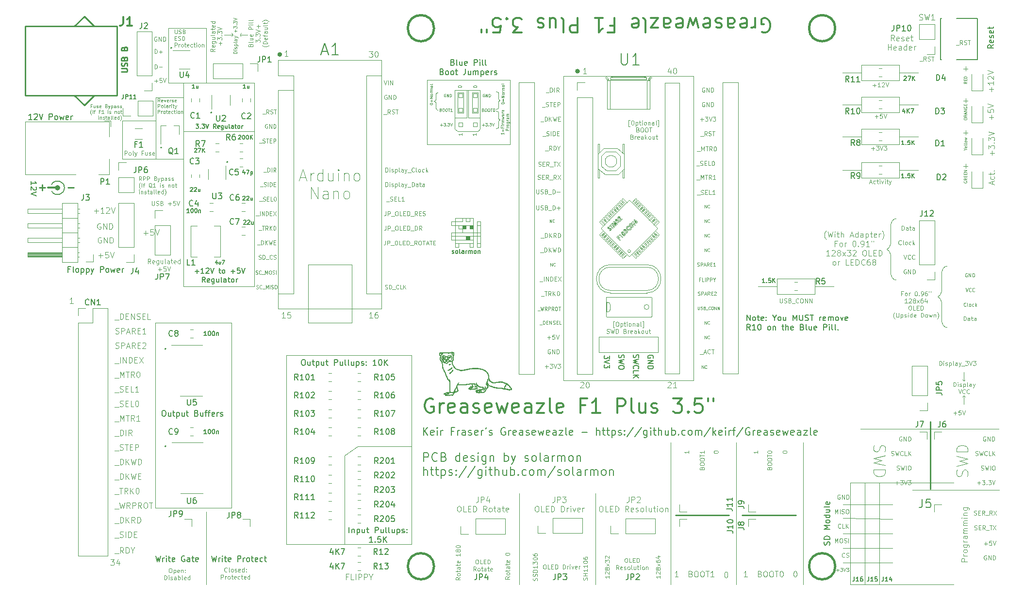
<source format=gbr>
G04 #@! TF.GenerationSoftware,KiCad,Pcbnew,(5.1.9)-1*
G04 #@! TF.CreationDate,2021-05-08T11:38:06+01:00*
G04 #@! TF.ProjectId,Greaseweazle F1 Plus 3.5,47726561-7365-4776-9561-7a6c65204631,1*
G04 #@! TF.SameCoordinates,PX6312cb0PY6bcb370*
G04 #@! TF.FileFunction,Legend,Top*
G04 #@! TF.FilePolarity,Positive*
%FSLAX46Y46*%
G04 Gerber Fmt 4.6, Leading zero omitted, Abs format (unit mm)*
G04 Created by KiCad (PCBNEW (5.1.9)-1) date 2021-05-08 11:38:06*
%MOMM*%
%LPD*%
G01*
G04 APERTURE LIST*
%ADD10C,0.125000*%
%ADD11C,0.120000*%
%ADD12C,0.200000*%
%ADD13C,0.150000*%
%ADD14C,0.100000*%
%ADD15C,0.400000*%
%ADD16C,0.304800*%
%ADD17C,0.254000*%
%ADD18C,0.300000*%
%ADD19C,0.075000*%
%ADD20C,0.010000*%
%ADD21C,0.381000*%
%ADD22C,0.127000*%
%ADD23C,0.250000*%
G04 APERTURE END LIST*
D10*
X111426523Y-19224285D02*
X111521761Y-18938571D01*
X111521761Y-18462380D01*
X111426523Y-18271904D01*
X111331285Y-18176666D01*
X111140809Y-18081428D01*
X110950333Y-18081428D01*
X110759857Y-18176666D01*
X110664619Y-18271904D01*
X110569380Y-18462380D01*
X110474142Y-18843333D01*
X110378904Y-19033809D01*
X110283666Y-19129047D01*
X110093190Y-19224285D01*
X109902714Y-19224285D01*
X109712238Y-19129047D01*
X109617000Y-19033809D01*
X109521761Y-18843333D01*
X109521761Y-18367142D01*
X109617000Y-18081428D01*
X109521761Y-17414761D02*
X111521761Y-16938571D01*
X110093190Y-16557619D01*
X111521761Y-16176666D01*
X109521761Y-15700476D01*
X111521761Y-14938571D02*
X109521761Y-14938571D01*
X109521761Y-14462380D01*
X109617000Y-14176666D01*
X109807476Y-13986190D01*
X109997952Y-13890952D01*
X110378904Y-13795714D01*
X110664619Y-13795714D01*
X111045571Y-13890952D01*
X111236047Y-13986190D01*
X111426523Y-14176666D01*
X111521761Y-14462380D01*
X111521761Y-14938571D01*
X98996380Y15121667D02*
X98758285Y15121667D01*
X98282095Y15455000D01*
X98044000Y16121667D01*
X98044000Y19455000D01*
X97805904Y20121667D01*
X97329714Y20455000D01*
X97805904Y20788334D01*
X98044000Y21455000D01*
X98044000Y24788334D01*
X98282095Y25455000D01*
X98758285Y25788334D01*
X98996380Y25788334D01*
X-7080286Y54157620D02*
X-7651715Y54157620D01*
X-7366000Y54157620D02*
X-7366000Y55157620D01*
X-7461239Y55014762D01*
X-7556477Y54919524D01*
X-7651715Y54871905D01*
X44989714Y51109620D02*
X44418285Y51109620D01*
X44704000Y51109620D02*
X44704000Y52109620D01*
X44608761Y51966762D01*
X44513523Y51871524D01*
X44418285Y51823905D01*
D11*
X89789000Y-34290000D02*
X98425000Y-34290000D01*
X89789000Y-31750000D02*
X98425000Y-31750000D01*
X89789000Y-29210000D02*
X98425000Y-29210000D01*
X89789000Y-26543000D02*
X98425000Y-26670000D01*
X89789000Y-24130000D02*
X98425000Y-24130000D01*
D12*
X-28348000Y-13970000D02*
G75*
G03*
X-28348000Y-13970000I-100000J0D01*
G01*
X-28348000Y3048000D02*
G75*
G03*
X-28348000Y3048000I-100000J0D01*
G01*
D11*
X-30226000Y-24765000D02*
X-16891000Y-24765000D01*
X-30226000Y7620000D02*
X-16891000Y7620000D01*
X-16891000Y7620000D02*
X-16891000Y-24765000D01*
X-30226000Y-24765000D02*
X-30226000Y7620000D01*
D13*
X-28820429Y-7707380D02*
X-28629953Y-7707380D01*
X-28534715Y-7755000D01*
X-28439477Y-7850238D01*
X-28391858Y-8040714D01*
X-28391858Y-8374047D01*
X-28439477Y-8564523D01*
X-28534715Y-8659761D01*
X-28629953Y-8707380D01*
X-28820429Y-8707380D01*
X-28915667Y-8659761D01*
X-29010905Y-8564523D01*
X-29058524Y-8374047D01*
X-29058524Y-8040714D01*
X-29010905Y-7850238D01*
X-28915667Y-7755000D01*
X-28820429Y-7707380D01*
X-27534715Y-8040714D02*
X-27534715Y-8707380D01*
X-27963286Y-8040714D02*
X-27963286Y-8564523D01*
X-27915667Y-8659761D01*
X-27820429Y-8707380D01*
X-27677572Y-8707380D01*
X-27582334Y-8659761D01*
X-27534715Y-8612142D01*
X-27201381Y-8040714D02*
X-26820429Y-8040714D01*
X-27058524Y-7707380D02*
X-27058524Y-8564523D01*
X-27010905Y-8659761D01*
X-26915667Y-8707380D01*
X-26820429Y-8707380D01*
X-26487096Y-8040714D02*
X-26487096Y-9040714D01*
X-26487096Y-8088333D02*
X-26391858Y-8040714D01*
X-26201381Y-8040714D01*
X-26106143Y-8088333D01*
X-26058524Y-8135952D01*
X-26010905Y-8231190D01*
X-26010905Y-8516904D01*
X-26058524Y-8612142D01*
X-26106143Y-8659761D01*
X-26201381Y-8707380D01*
X-26391858Y-8707380D01*
X-26487096Y-8659761D01*
X-25153762Y-8040714D02*
X-25153762Y-8707380D01*
X-25582334Y-8040714D02*
X-25582334Y-8564523D01*
X-25534715Y-8659761D01*
X-25439477Y-8707380D01*
X-25296620Y-8707380D01*
X-25201381Y-8659761D01*
X-25153762Y-8612142D01*
X-24820429Y-8040714D02*
X-24439477Y-8040714D01*
X-24677572Y-7707380D02*
X-24677572Y-8564523D01*
X-24629953Y-8659761D01*
X-24534715Y-8707380D01*
X-24439477Y-8707380D01*
X-23010905Y-8183571D02*
X-22868048Y-8231190D01*
X-22820429Y-8278809D01*
X-22772810Y-8374047D01*
X-22772810Y-8516904D01*
X-22820429Y-8612142D01*
X-22868048Y-8659761D01*
X-22963286Y-8707380D01*
X-23344239Y-8707380D01*
X-23344239Y-7707380D01*
X-23010905Y-7707380D01*
X-22915667Y-7755000D01*
X-22868048Y-7802619D01*
X-22820429Y-7897857D01*
X-22820429Y-7993095D01*
X-22868048Y-8088333D01*
X-22915667Y-8135952D01*
X-23010905Y-8183571D01*
X-23344239Y-8183571D01*
X-21915667Y-8040714D02*
X-21915667Y-8707380D01*
X-22344239Y-8040714D02*
X-22344239Y-8564523D01*
X-22296620Y-8659761D01*
X-22201381Y-8707380D01*
X-22058524Y-8707380D01*
X-21963286Y-8659761D01*
X-21915667Y-8612142D01*
X-21582334Y-8040714D02*
X-21201381Y-8040714D01*
X-21439477Y-8707380D02*
X-21439477Y-7850238D01*
X-21391858Y-7755000D01*
X-21296620Y-7707380D01*
X-21201381Y-7707380D01*
X-21010905Y-8040714D02*
X-20629953Y-8040714D01*
X-20868048Y-8707380D02*
X-20868048Y-7850238D01*
X-20820429Y-7755000D01*
X-20725191Y-7707380D01*
X-20629953Y-7707380D01*
X-19915667Y-8659761D02*
X-20010905Y-8707380D01*
X-20201381Y-8707380D01*
X-20296620Y-8659761D01*
X-20344239Y-8564523D01*
X-20344239Y-8183571D01*
X-20296620Y-8088333D01*
X-20201381Y-8040714D01*
X-20010905Y-8040714D01*
X-19915667Y-8088333D01*
X-19868048Y-8183571D01*
X-19868048Y-8278809D01*
X-20344239Y-8374047D01*
X-19439477Y-8707380D02*
X-19439477Y-8040714D01*
X-19439477Y-8231190D02*
X-19391858Y-8135952D01*
X-19344239Y-8088333D01*
X-19249000Y-8040714D01*
X-19153762Y-8040714D01*
X-18868048Y-8659761D02*
X-18772810Y-8707380D01*
X-18582334Y-8707380D01*
X-18487096Y-8659761D01*
X-18439477Y-8564523D01*
X-18439477Y-8516904D01*
X-18487096Y-8421666D01*
X-18582334Y-8374047D01*
X-18725191Y-8374047D01*
X-18820429Y-8326428D01*
X-18868048Y-8231190D01*
X-18868048Y-8183571D01*
X-18820429Y-8088333D01*
X-18725191Y-8040714D01*
X-18582334Y-8040714D01*
X-18487096Y-8088333D01*
D10*
X3405428Y-36758571D02*
X3072095Y-36758571D01*
X3072095Y-37282380D02*
X3072095Y-36282380D01*
X3548285Y-36282380D01*
X4405428Y-37282380D02*
X3929238Y-37282380D01*
X3929238Y-36282380D01*
X4738761Y-37282380D02*
X4738761Y-36282380D01*
X5214952Y-37282380D02*
X5214952Y-36282380D01*
X5595904Y-36282380D01*
X5691142Y-36330000D01*
X5738761Y-36377619D01*
X5786380Y-36472857D01*
X5786380Y-36615714D01*
X5738761Y-36710952D01*
X5691142Y-36758571D01*
X5595904Y-36806190D01*
X5214952Y-36806190D01*
X6214952Y-37282380D02*
X6214952Y-36282380D01*
X6595904Y-36282380D01*
X6691142Y-36330000D01*
X6738761Y-36377619D01*
X6786380Y-36472857D01*
X6786380Y-36615714D01*
X6738761Y-36710952D01*
X6691142Y-36758571D01*
X6595904Y-36806190D01*
X6214952Y-36806190D01*
X7405428Y-36806190D02*
X7405428Y-37282380D01*
X7072095Y-36282380D02*
X7405428Y-36806190D01*
X7738761Y-36282380D01*
X9884000Y13559667D02*
X9984000Y13526334D01*
X10150666Y13526334D01*
X10217333Y13559667D01*
X10250666Y13593000D01*
X10284000Y13659667D01*
X10284000Y13726334D01*
X10250666Y13793000D01*
X10217333Y13826334D01*
X10150666Y13859667D01*
X10017333Y13893000D01*
X9950666Y13926334D01*
X9917333Y13959667D01*
X9884000Y14026334D01*
X9884000Y14093000D01*
X9917333Y14159667D01*
X9950666Y14193000D01*
X10017333Y14226334D01*
X10184000Y14226334D01*
X10284000Y14193000D01*
X10584000Y13526334D02*
X10584000Y14226334D01*
X10750666Y14226334D01*
X10850666Y14193000D01*
X10917333Y14126334D01*
X10950666Y14059667D01*
X10984000Y13926334D01*
X10984000Y13826334D01*
X10950666Y13693000D01*
X10917333Y13626334D01*
X10850666Y13559667D01*
X10750666Y13526334D01*
X10584000Y13526334D01*
X11117333Y13459667D02*
X11650666Y13459667D01*
X12217333Y13593000D02*
X12184000Y13559667D01*
X12084000Y13526334D01*
X12017333Y13526334D01*
X11917333Y13559667D01*
X11850666Y13626334D01*
X11817333Y13693000D01*
X11784000Y13826334D01*
X11784000Y13926334D01*
X11817333Y14059667D01*
X11850666Y14126334D01*
X11917333Y14193000D01*
X12017333Y14226334D01*
X12084000Y14226334D01*
X12184000Y14193000D01*
X12217333Y14159667D01*
X12850666Y13526334D02*
X12517333Y13526334D01*
X12517333Y14226334D01*
X13084000Y13526334D02*
X13084000Y14226334D01*
X13484000Y13526334D02*
X13184000Y13926334D01*
X13484000Y14226334D02*
X13084000Y13826334D01*
X-12580715Y13600143D02*
X-12495000Y13571572D01*
X-12352143Y13571572D01*
X-12295000Y13600143D01*
X-12266429Y13628715D01*
X-12237858Y13685858D01*
X-12237858Y13743000D01*
X-12266429Y13800143D01*
X-12295000Y13828715D01*
X-12352143Y13857286D01*
X-12466429Y13885858D01*
X-12523572Y13914429D01*
X-12552143Y13943000D01*
X-12580715Y14000143D01*
X-12580715Y14057286D01*
X-12552143Y14114429D01*
X-12523572Y14143000D01*
X-12466429Y14171572D01*
X-12323572Y14171572D01*
X-12237858Y14143000D01*
X-11637858Y13628715D02*
X-11666429Y13600143D01*
X-11752143Y13571572D01*
X-11809286Y13571572D01*
X-11895000Y13600143D01*
X-11952143Y13657286D01*
X-11980715Y13714429D01*
X-12009286Y13828715D01*
X-12009286Y13914429D01*
X-11980715Y14028715D01*
X-11952143Y14085858D01*
X-11895000Y14143000D01*
X-11809286Y14171572D01*
X-11752143Y14171572D01*
X-11666429Y14143000D01*
X-11637858Y14114429D01*
X-11523572Y13514429D02*
X-11066429Y13514429D01*
X-10923572Y13571572D02*
X-10923572Y14171572D01*
X-10723572Y13743000D01*
X-10523572Y14171572D01*
X-10523572Y13571572D01*
X-10237858Y13571572D02*
X-10237858Y14171572D01*
X-9980715Y13600143D02*
X-9895000Y13571572D01*
X-9752143Y13571572D01*
X-9695000Y13600143D01*
X-9666429Y13628715D01*
X-9637858Y13685858D01*
X-9637858Y13743000D01*
X-9666429Y13800143D01*
X-9695000Y13828715D01*
X-9752143Y13857286D01*
X-9866429Y13885858D01*
X-9923572Y13914429D01*
X-9952143Y13943000D01*
X-9980715Y14000143D01*
X-9980715Y14057286D01*
X-9952143Y14114429D01*
X-9923572Y14143000D01*
X-9866429Y14171572D01*
X-9723572Y14171572D01*
X-9637858Y14143000D01*
X-9266429Y14171572D02*
X-9152143Y14171572D01*
X-9095000Y14143000D01*
X-9037858Y14085858D01*
X-9009286Y13971572D01*
X-9009286Y13771572D01*
X-9037858Y13657286D01*
X-9095000Y13600143D01*
X-9152143Y13571572D01*
X-9266429Y13571572D01*
X-9323572Y13600143D01*
X-9380715Y13657286D01*
X-9409286Y13771572D01*
X-9409286Y13971572D01*
X-9380715Y14085858D01*
X-9323572Y14143000D01*
X-9266429Y14171572D01*
X-12707715Y16140143D02*
X-12622000Y16111572D01*
X-12479143Y16111572D01*
X-12422000Y16140143D01*
X-12393429Y16168715D01*
X-12364858Y16225858D01*
X-12364858Y16283000D01*
X-12393429Y16340143D01*
X-12422000Y16368715D01*
X-12479143Y16397286D01*
X-12593429Y16425858D01*
X-12650572Y16454429D01*
X-12679143Y16483000D01*
X-12707715Y16540143D01*
X-12707715Y16597286D01*
X-12679143Y16654429D01*
X-12650572Y16683000D01*
X-12593429Y16711572D01*
X-12450572Y16711572D01*
X-12364858Y16683000D01*
X-11764858Y16168715D02*
X-11793429Y16140143D01*
X-11879143Y16111572D01*
X-11936286Y16111572D01*
X-12022000Y16140143D01*
X-12079143Y16197286D01*
X-12107715Y16254429D01*
X-12136286Y16368715D01*
X-12136286Y16454429D01*
X-12107715Y16568715D01*
X-12079143Y16625858D01*
X-12022000Y16683000D01*
X-11936286Y16711572D01*
X-11879143Y16711572D01*
X-11793429Y16683000D01*
X-11764858Y16654429D01*
X-11650572Y16054429D02*
X-11193429Y16054429D01*
X-11050572Y16111572D02*
X-11050572Y16711572D01*
X-10850572Y16283000D01*
X-10650572Y16711572D01*
X-10650572Y16111572D01*
X-10250572Y16711572D02*
X-10136286Y16711572D01*
X-10079143Y16683000D01*
X-10022000Y16625858D01*
X-9993429Y16511572D01*
X-9993429Y16311572D01*
X-10022000Y16197286D01*
X-10079143Y16140143D01*
X-10136286Y16111572D01*
X-10250572Y16111572D01*
X-10307715Y16140143D01*
X-10364858Y16197286D01*
X-10393429Y16311572D01*
X-10393429Y16511572D01*
X-10364858Y16625858D01*
X-10307715Y16683000D01*
X-10250572Y16711572D01*
X-9764858Y16140143D02*
X-9679143Y16111572D01*
X-9536286Y16111572D01*
X-9479143Y16140143D01*
X-9450572Y16168715D01*
X-9422000Y16225858D01*
X-9422000Y16283000D01*
X-9450572Y16340143D01*
X-9479143Y16368715D01*
X-9536286Y16397286D01*
X-9650572Y16425858D01*
X-9707715Y16454429D01*
X-9736286Y16483000D01*
X-9764858Y16540143D01*
X-9764858Y16597286D01*
X-9736286Y16654429D01*
X-9707715Y16683000D01*
X-9650572Y16711572D01*
X-9507715Y16711572D01*
X-9422000Y16683000D01*
X-9164858Y16111572D02*
X-9164858Y16711572D01*
X-12168000Y18766667D02*
X-12068000Y18733334D01*
X-11901334Y18733334D01*
X-11834667Y18766667D01*
X-11801334Y18800000D01*
X-11768000Y18866667D01*
X-11768000Y18933334D01*
X-11801334Y19000000D01*
X-11834667Y19033334D01*
X-11901334Y19066667D01*
X-12034667Y19100000D01*
X-12101334Y19133334D01*
X-12134667Y19166667D01*
X-12168000Y19233334D01*
X-12168000Y19300000D01*
X-12134667Y19366667D01*
X-12101334Y19400000D01*
X-12034667Y19433334D01*
X-11868000Y19433334D01*
X-11768000Y19400000D01*
X-11468000Y18733334D02*
X-11468000Y19433334D01*
X-11301334Y19433334D01*
X-11201334Y19400000D01*
X-11134667Y19333334D01*
X-11101334Y19266667D01*
X-11068000Y19133334D01*
X-11068000Y19033334D01*
X-11101334Y18900000D01*
X-11134667Y18833334D01*
X-11201334Y18766667D01*
X-11301334Y18733334D01*
X-11468000Y18733334D01*
X-10934667Y18666667D02*
X-10401334Y18666667D01*
X-9834667Y18800000D02*
X-9868000Y18766667D01*
X-9968000Y18733334D01*
X-10034667Y18733334D01*
X-10134667Y18766667D01*
X-10201334Y18833334D01*
X-10234667Y18900000D01*
X-10268000Y19033334D01*
X-10268000Y19133334D01*
X-10234667Y19266667D01*
X-10201334Y19333334D01*
X-10134667Y19400000D01*
X-10034667Y19433334D01*
X-9968000Y19433334D01*
X-9868000Y19400000D01*
X-9834667Y19366667D01*
X-9568000Y18766667D02*
X-9468000Y18733334D01*
X-9301334Y18733334D01*
X-9234667Y18766667D01*
X-9201334Y18800000D01*
X-9168000Y18866667D01*
X-9168000Y18933334D01*
X-9201334Y19000000D01*
X-9234667Y19033334D01*
X-9301334Y19066667D01*
X-9434667Y19100000D01*
X-9501334Y19133334D01*
X-9534667Y19166667D01*
X-9568000Y19233334D01*
X-9568000Y19300000D01*
X-9534667Y19366667D01*
X-9501334Y19400000D01*
X-9434667Y19433334D01*
X-9268000Y19433334D01*
X-9168000Y19400000D01*
X10041142Y28799286D02*
X10612571Y28799286D01*
X10755428Y28906429D02*
X10862571Y28870715D01*
X11041142Y28870715D01*
X11112571Y28906429D01*
X11148285Y28942143D01*
X11184000Y29013572D01*
X11184000Y29085000D01*
X11148285Y29156429D01*
X11112571Y29192143D01*
X11041142Y29227858D01*
X10898285Y29263572D01*
X10826857Y29299286D01*
X10791142Y29335000D01*
X10755428Y29406429D01*
X10755428Y29477858D01*
X10791142Y29549286D01*
X10826857Y29585000D01*
X10898285Y29620715D01*
X11076857Y29620715D01*
X11184000Y29585000D01*
X11505428Y29263572D02*
X11755428Y29263572D01*
X11862571Y28870715D02*
X11505428Y28870715D01*
X11505428Y29620715D01*
X11862571Y29620715D01*
X12541142Y28870715D02*
X12184000Y28870715D01*
X12184000Y29620715D01*
X13184000Y28870715D02*
X12755428Y28870715D01*
X12969714Y28870715D02*
X12969714Y29620715D01*
X12898285Y29513572D01*
X12826857Y29442143D01*
X12755428Y29406429D01*
X9928285Y33950715D02*
X9928285Y34700715D01*
X10106857Y34700715D01*
X10214000Y34665000D01*
X10285428Y34593572D01*
X10321142Y34522143D01*
X10356857Y34379286D01*
X10356857Y34272143D01*
X10321142Y34129286D01*
X10285428Y34057858D01*
X10214000Y33986429D01*
X10106857Y33950715D01*
X9928285Y33950715D01*
X10678285Y33950715D02*
X10678285Y34450715D01*
X10678285Y34700715D02*
X10642571Y34665000D01*
X10678285Y34629286D01*
X10714000Y34665000D01*
X10678285Y34700715D01*
X10678285Y34629286D01*
X10999714Y33986429D02*
X11071142Y33950715D01*
X11214000Y33950715D01*
X11285428Y33986429D01*
X11321142Y34057858D01*
X11321142Y34093572D01*
X11285428Y34165000D01*
X11214000Y34200715D01*
X11106857Y34200715D01*
X11035428Y34236429D01*
X10999714Y34307858D01*
X10999714Y34343572D01*
X11035428Y34415000D01*
X11106857Y34450715D01*
X11214000Y34450715D01*
X11285428Y34415000D01*
X11642571Y34450715D02*
X11642571Y33700715D01*
X11642571Y34415000D02*
X11714000Y34450715D01*
X11856857Y34450715D01*
X11928285Y34415000D01*
X11964000Y34379286D01*
X11999714Y34307858D01*
X11999714Y34093572D01*
X11964000Y34022143D01*
X11928285Y33986429D01*
X11856857Y33950715D01*
X11714000Y33950715D01*
X11642571Y33986429D01*
X12428285Y33950715D02*
X12356857Y33986429D01*
X12321142Y34057858D01*
X12321142Y34700715D01*
X13035428Y33950715D02*
X13035428Y34343572D01*
X12999714Y34415000D01*
X12928285Y34450715D01*
X12785428Y34450715D01*
X12714000Y34415000D01*
X13035428Y33986429D02*
X12964000Y33950715D01*
X12785428Y33950715D01*
X12714000Y33986429D01*
X12678285Y34057858D01*
X12678285Y34129286D01*
X12714000Y34200715D01*
X12785428Y34236429D01*
X12964000Y34236429D01*
X13035428Y34272143D01*
X13321142Y34450715D02*
X13499714Y33950715D01*
X13678285Y34450715D02*
X13499714Y33950715D01*
X13428285Y33772143D01*
X13392571Y33736429D01*
X13321142Y33700715D01*
X13785428Y33879286D02*
X14356857Y33879286D01*
X14964000Y34022143D02*
X14928285Y33986429D01*
X14821142Y33950715D01*
X14749714Y33950715D01*
X14642571Y33986429D01*
X14571142Y34057858D01*
X14535428Y34129286D01*
X14499714Y34272143D01*
X14499714Y34379286D01*
X14535428Y34522143D01*
X14571142Y34593572D01*
X14642571Y34665000D01*
X14749714Y34700715D01*
X14821142Y34700715D01*
X14928285Y34665000D01*
X14964000Y34629286D01*
X15392571Y33950715D02*
X15321142Y33986429D01*
X15285428Y34057858D01*
X15285428Y34700715D01*
X15785428Y33950715D02*
X15714000Y33986429D01*
X15678285Y34022143D01*
X15642571Y34093572D01*
X15642571Y34307858D01*
X15678285Y34379286D01*
X15714000Y34415000D01*
X15785428Y34450715D01*
X15892571Y34450715D01*
X15964000Y34415000D01*
X15999714Y34379286D01*
X16035428Y34307858D01*
X16035428Y34093572D01*
X15999714Y34022143D01*
X15964000Y33986429D01*
X15892571Y33950715D01*
X15785428Y33950715D01*
X16678285Y33986429D02*
X16606857Y33950715D01*
X16464000Y33950715D01*
X16392571Y33986429D01*
X16356857Y34022143D01*
X16321142Y34093572D01*
X16321142Y34307858D01*
X16356857Y34379286D01*
X16392571Y34415000D01*
X16464000Y34450715D01*
X16606857Y34450715D01*
X16678285Y34415000D01*
X16999714Y33950715D02*
X16999714Y34700715D01*
X17071142Y34236429D02*
X17285428Y33950715D01*
X17285428Y34450715D02*
X16999714Y34165000D01*
X9926142Y31410715D02*
X9926142Y32160715D01*
X10104714Y32160715D01*
X10211857Y32125000D01*
X10283285Y32053572D01*
X10319000Y31982143D01*
X10354714Y31839286D01*
X10354714Y31732143D01*
X10319000Y31589286D01*
X10283285Y31517858D01*
X10211857Y31446429D01*
X10104714Y31410715D01*
X9926142Y31410715D01*
X10676142Y31410715D02*
X10676142Y31910715D01*
X10676142Y32160715D02*
X10640428Y32125000D01*
X10676142Y32089286D01*
X10711857Y32125000D01*
X10676142Y32160715D01*
X10676142Y32089286D01*
X10997571Y31446429D02*
X11069000Y31410715D01*
X11211857Y31410715D01*
X11283285Y31446429D01*
X11319000Y31517858D01*
X11319000Y31553572D01*
X11283285Y31625000D01*
X11211857Y31660715D01*
X11104714Y31660715D01*
X11033285Y31696429D01*
X10997571Y31767858D01*
X10997571Y31803572D01*
X11033285Y31875000D01*
X11104714Y31910715D01*
X11211857Y31910715D01*
X11283285Y31875000D01*
X11640428Y31910715D02*
X11640428Y31160715D01*
X11640428Y31875000D02*
X11711857Y31910715D01*
X11854714Y31910715D01*
X11926142Y31875000D01*
X11961857Y31839286D01*
X11997571Y31767858D01*
X11997571Y31553572D01*
X11961857Y31482143D01*
X11926142Y31446429D01*
X11854714Y31410715D01*
X11711857Y31410715D01*
X11640428Y31446429D01*
X12426142Y31410715D02*
X12354714Y31446429D01*
X12319000Y31517858D01*
X12319000Y32160715D01*
X13033285Y31410715D02*
X13033285Y31803572D01*
X12997571Y31875000D01*
X12926142Y31910715D01*
X12783285Y31910715D01*
X12711857Y31875000D01*
X13033285Y31446429D02*
X12961857Y31410715D01*
X12783285Y31410715D01*
X12711857Y31446429D01*
X12676142Y31517858D01*
X12676142Y31589286D01*
X12711857Y31660715D01*
X12783285Y31696429D01*
X12961857Y31696429D01*
X13033285Y31732143D01*
X13319000Y31910715D02*
X13497571Y31410715D01*
X13676142Y31910715D02*
X13497571Y31410715D01*
X13426142Y31232143D01*
X13390428Y31196429D01*
X13319000Y31160715D01*
X13783285Y31339286D02*
X14354714Y31339286D01*
X14533285Y31410715D02*
X14533285Y32160715D01*
X14711857Y32160715D01*
X14819000Y32125000D01*
X14890428Y32053572D01*
X14926142Y31982143D01*
X14961857Y31839286D01*
X14961857Y31732143D01*
X14926142Y31589286D01*
X14890428Y31517858D01*
X14819000Y31446429D01*
X14711857Y31410715D01*
X14533285Y31410715D01*
X15604714Y31410715D02*
X15604714Y31803572D01*
X15569000Y31875000D01*
X15497571Y31910715D01*
X15354714Y31910715D01*
X15283285Y31875000D01*
X15604714Y31446429D02*
X15533285Y31410715D01*
X15354714Y31410715D01*
X15283285Y31446429D01*
X15247571Y31517858D01*
X15247571Y31589286D01*
X15283285Y31660715D01*
X15354714Y31696429D01*
X15533285Y31696429D01*
X15604714Y31732143D01*
X15854714Y31910715D02*
X16140428Y31910715D01*
X15961857Y32160715D02*
X15961857Y31517858D01*
X15997571Y31446429D01*
X16069000Y31410715D01*
X16140428Y31410715D01*
X16711857Y31410715D02*
X16711857Y31803572D01*
X16676142Y31875000D01*
X16604714Y31910715D01*
X16461857Y31910715D01*
X16390428Y31875000D01*
X16711857Y31446429D02*
X16640428Y31410715D01*
X16461857Y31410715D01*
X16390428Y31446429D01*
X16354714Y31517858D01*
X16354714Y31589286D01*
X16390428Y31660715D01*
X16461857Y31696429D01*
X16640428Y31696429D01*
X16711857Y31732143D01*
D13*
X-4467905Y1182620D02*
X-4277429Y1182620D01*
X-4182191Y1135000D01*
X-4086953Y1039762D01*
X-4039334Y849286D01*
X-4039334Y515953D01*
X-4086953Y325477D01*
X-4182191Y230239D01*
X-4277429Y182620D01*
X-4467905Y182620D01*
X-4563143Y230239D01*
X-4658381Y325477D01*
X-4706000Y515953D01*
X-4706000Y849286D01*
X-4658381Y1039762D01*
X-4563143Y1135000D01*
X-4467905Y1182620D01*
X-3182191Y849286D02*
X-3182191Y182620D01*
X-3610762Y849286D02*
X-3610762Y325477D01*
X-3563143Y230239D01*
X-3467905Y182620D01*
X-3325048Y182620D01*
X-3229810Y230239D01*
X-3182191Y277858D01*
X-2848858Y849286D02*
X-2467905Y849286D01*
X-2706000Y1182620D02*
X-2706000Y325477D01*
X-2658381Y230239D01*
X-2563143Y182620D01*
X-2467905Y182620D01*
X-2134572Y849286D02*
X-2134572Y-150714D01*
X-2134572Y801667D02*
X-2039334Y849286D01*
X-1848858Y849286D01*
X-1753620Y801667D01*
X-1706000Y754048D01*
X-1658381Y658810D01*
X-1658381Y373096D01*
X-1706000Y277858D01*
X-1753620Y230239D01*
X-1848858Y182620D01*
X-2039334Y182620D01*
X-2134572Y230239D01*
X-801239Y849286D02*
X-801239Y182620D01*
X-1229810Y849286D02*
X-1229810Y325477D01*
X-1182191Y230239D01*
X-1086953Y182620D01*
X-944096Y182620D01*
X-848858Y230239D01*
X-801239Y277858D01*
X-467905Y849286D02*
X-86953Y849286D01*
X-325048Y1182620D02*
X-325048Y325477D01*
X-277429Y230239D01*
X-182191Y182620D01*
X-86953Y182620D01*
X1008285Y182620D02*
X1008285Y1182620D01*
X1389238Y1182620D01*
X1484476Y1135000D01*
X1532095Y1087381D01*
X1579714Y992143D01*
X1579714Y849286D01*
X1532095Y754048D01*
X1484476Y706429D01*
X1389238Y658810D01*
X1008285Y658810D01*
X2436857Y849286D02*
X2436857Y182620D01*
X2008285Y849286D02*
X2008285Y325477D01*
X2055904Y230239D01*
X2151142Y182620D01*
X2294000Y182620D01*
X2389238Y230239D01*
X2436857Y277858D01*
X3055904Y182620D02*
X2960666Y230239D01*
X2913047Y325477D01*
X2913047Y1182620D01*
X3579714Y182620D02*
X3484476Y230239D01*
X3436857Y325477D01*
X3436857Y1182620D01*
X4389238Y849286D02*
X4389238Y182620D01*
X3960666Y849286D02*
X3960666Y325477D01*
X4008285Y230239D01*
X4103523Y182620D01*
X4246380Y182620D01*
X4341619Y230239D01*
X4389238Y277858D01*
X4865428Y849286D02*
X4865428Y-150714D01*
X4865428Y801667D02*
X4960666Y849286D01*
X5151142Y849286D01*
X5246380Y801667D01*
X5294000Y754048D01*
X5341619Y658810D01*
X5341619Y373096D01*
X5294000Y277858D01*
X5246380Y230239D01*
X5151142Y182620D01*
X4960666Y182620D01*
X4865428Y230239D01*
X5722571Y230239D02*
X5817809Y182620D01*
X6008285Y182620D01*
X6103523Y230239D01*
X6151142Y325477D01*
X6151142Y373096D01*
X6103523Y468334D01*
X6008285Y515953D01*
X5865428Y515953D01*
X5770190Y563572D01*
X5722571Y658810D01*
X5722571Y706429D01*
X5770190Y801667D01*
X5865428Y849286D01*
X6008285Y849286D01*
X6103523Y801667D01*
X6579714Y277858D02*
X6627333Y230239D01*
X6579714Y182620D01*
X6532095Y230239D01*
X6579714Y277858D01*
X6579714Y182620D01*
X6579714Y801667D02*
X6627333Y754048D01*
X6579714Y706429D01*
X6532095Y754048D01*
X6579714Y801667D01*
X6579714Y706429D01*
X8341619Y182620D02*
X7770190Y182620D01*
X8055904Y182620D02*
X8055904Y1182620D01*
X7960666Y1039762D01*
X7865428Y944524D01*
X7770190Y896905D01*
X8960666Y1182620D02*
X9055904Y1182620D01*
X9151142Y1135000D01*
X9198761Y1087381D01*
X9246380Y992143D01*
X9294000Y801667D01*
X9294000Y563572D01*
X9246380Y373096D01*
X9198761Y277858D01*
X9151142Y230239D01*
X9055904Y182620D01*
X8960666Y182620D01*
X8865428Y230239D01*
X8817809Y277858D01*
X8770190Y373096D01*
X8722571Y563572D01*
X8722571Y801667D01*
X8770190Y992143D01*
X8817809Y1087381D01*
X8865428Y1135000D01*
X8960666Y1182620D01*
X9722571Y182620D02*
X9722571Y1182620D01*
X10294000Y182620D02*
X9865428Y754048D01*
X10294000Y1182620D02*
X9722571Y611191D01*
X3588380Y-29091380D02*
X3588380Y-28091380D01*
X4064571Y-28424714D02*
X4064571Y-29091380D01*
X4064571Y-28519952D02*
X4112190Y-28472333D01*
X4207428Y-28424714D01*
X4350285Y-28424714D01*
X4445523Y-28472333D01*
X4493142Y-28567571D01*
X4493142Y-29091380D01*
X4969333Y-28424714D02*
X4969333Y-29424714D01*
X4969333Y-28472333D02*
X5064571Y-28424714D01*
X5255047Y-28424714D01*
X5350285Y-28472333D01*
X5397904Y-28519952D01*
X5445523Y-28615190D01*
X5445523Y-28900904D01*
X5397904Y-28996142D01*
X5350285Y-29043761D01*
X5255047Y-29091380D01*
X5064571Y-29091380D01*
X4969333Y-29043761D01*
X6302666Y-28424714D02*
X6302666Y-29091380D01*
X5874095Y-28424714D02*
X5874095Y-28948523D01*
X5921714Y-29043761D01*
X6016952Y-29091380D01*
X6159809Y-29091380D01*
X6255047Y-29043761D01*
X6302666Y-28996142D01*
X6636000Y-28424714D02*
X7016952Y-28424714D01*
X6778857Y-28091380D02*
X6778857Y-28948523D01*
X6826476Y-29043761D01*
X6921714Y-29091380D01*
X7016952Y-29091380D01*
X8112190Y-29091380D02*
X8112190Y-28091380D01*
X8493142Y-28091380D01*
X8588380Y-28139000D01*
X8636000Y-28186619D01*
X8683619Y-28281857D01*
X8683619Y-28424714D01*
X8636000Y-28519952D01*
X8588380Y-28567571D01*
X8493142Y-28615190D01*
X8112190Y-28615190D01*
X9540761Y-28424714D02*
X9540761Y-29091380D01*
X9112190Y-28424714D02*
X9112190Y-28948523D01*
X9159809Y-29043761D01*
X9255047Y-29091380D01*
X9397904Y-29091380D01*
X9493142Y-29043761D01*
X9540761Y-28996142D01*
X10159809Y-29091380D02*
X10064571Y-29043761D01*
X10016952Y-28948523D01*
X10016952Y-28091380D01*
X10683619Y-29091380D02*
X10588380Y-29043761D01*
X10540761Y-28948523D01*
X10540761Y-28091380D01*
X11493142Y-28424714D02*
X11493142Y-29091380D01*
X11064571Y-28424714D02*
X11064571Y-28948523D01*
X11112190Y-29043761D01*
X11207428Y-29091380D01*
X11350285Y-29091380D01*
X11445523Y-29043761D01*
X11493142Y-28996142D01*
X11969333Y-28424714D02*
X11969333Y-29424714D01*
X11969333Y-28472333D02*
X12064571Y-28424714D01*
X12255047Y-28424714D01*
X12350285Y-28472333D01*
X12397904Y-28519952D01*
X12445523Y-28615190D01*
X12445523Y-28900904D01*
X12397904Y-28996142D01*
X12350285Y-29043761D01*
X12255047Y-29091380D01*
X12064571Y-29091380D01*
X11969333Y-29043761D01*
X12826476Y-29043761D02*
X12921714Y-29091380D01*
X13112190Y-29091380D01*
X13207428Y-29043761D01*
X13255047Y-28948523D01*
X13255047Y-28900904D01*
X13207428Y-28805666D01*
X13112190Y-28758047D01*
X12969333Y-28758047D01*
X12874095Y-28710428D01*
X12826476Y-28615190D01*
X12826476Y-28567571D01*
X12874095Y-28472333D01*
X12969333Y-28424714D01*
X13112190Y-28424714D01*
X13207428Y-28472333D01*
X13683619Y-28996142D02*
X13731238Y-29043761D01*
X13683619Y-29091380D01*
X13636000Y-29043761D01*
X13683619Y-28996142D01*
X13683619Y-29091380D01*
X13683619Y-28472333D02*
X13731238Y-28519952D01*
X13683619Y-28567571D01*
X13636000Y-28519952D01*
X13683619Y-28472333D01*
X13683619Y-28567571D01*
X7707428Y-30741380D02*
X7136000Y-30741380D01*
X7421714Y-30741380D02*
X7421714Y-29741380D01*
X7326476Y-29884238D01*
X7231238Y-29979476D01*
X7136000Y-30027095D01*
X8136000Y-30646142D02*
X8183619Y-30693761D01*
X8136000Y-30741380D01*
X8088380Y-30693761D01*
X8136000Y-30646142D01*
X8136000Y-30741380D01*
X9088380Y-29741380D02*
X8612190Y-29741380D01*
X8564571Y-30217571D01*
X8612190Y-30169952D01*
X8707428Y-30122333D01*
X8945523Y-30122333D01*
X9040761Y-30169952D01*
X9088380Y-30217571D01*
X9136000Y-30312809D01*
X9136000Y-30550904D01*
X9088380Y-30646142D01*
X9040761Y-30693761D01*
X8945523Y-30741380D01*
X8707428Y-30741380D01*
X8612190Y-30693761D01*
X8564571Y-30646142D01*
X9564571Y-30741380D02*
X9564571Y-29741380D01*
X10136000Y-30741380D02*
X9707428Y-30169952D01*
X10136000Y-29741380D02*
X9564571Y-30312809D01*
D11*
X2794000Y-15621000D02*
X2794000Y-31115000D01*
X5080000Y-13970000D02*
X2794000Y-15621000D01*
X14478000Y-13970000D02*
X5080000Y-13970000D01*
X-7366000Y-31115000D02*
X-7366000Y1905000D01*
X14478000Y-31115000D02*
X-7366000Y-31115000D01*
X14478000Y1905000D02*
X14478000Y-31115000D01*
X-7366000Y1905000D02*
X14478000Y1905000D01*
D10*
X88604857Y-35602857D02*
X89062000Y-35602857D01*
X88833428Y-35831428D02*
X88833428Y-35374285D01*
X89290571Y-35231428D02*
X89662000Y-35231428D01*
X89462000Y-35460000D01*
X89547714Y-35460000D01*
X89604857Y-35488571D01*
X89633428Y-35517142D01*
X89662000Y-35574285D01*
X89662000Y-35717142D01*
X89633428Y-35774285D01*
X89604857Y-35802857D01*
X89547714Y-35831428D01*
X89376285Y-35831428D01*
X89319142Y-35802857D01*
X89290571Y-35774285D01*
X89833428Y-35231428D02*
X90033428Y-35831428D01*
X90233428Y-35231428D01*
X90376285Y-35231428D02*
X90747714Y-35231428D01*
X90547714Y-35460000D01*
X90633428Y-35460000D01*
X90690571Y-35488571D01*
X90719142Y-35517142D01*
X90747714Y-35574285D01*
X90747714Y-35717142D01*
X90719142Y-35774285D01*
X90690571Y-35802857D01*
X90633428Y-35831428D01*
X90462000Y-35831428D01*
X90404857Y-35802857D01*
X90376285Y-35774285D01*
X90045000Y-33287857D02*
X90009285Y-33323571D01*
X89902142Y-33359285D01*
X89830714Y-33359285D01*
X89723571Y-33323571D01*
X89652142Y-33252142D01*
X89616428Y-33180714D01*
X89580714Y-33037857D01*
X89580714Y-32930714D01*
X89616428Y-32787857D01*
X89652142Y-32716428D01*
X89723571Y-32645000D01*
X89830714Y-32609285D01*
X89902142Y-32609285D01*
X90009285Y-32645000D01*
X90045000Y-32680714D01*
X90330714Y-33323571D02*
X90437857Y-33359285D01*
X90616428Y-33359285D01*
X90687857Y-33323571D01*
X90723571Y-33287857D01*
X90759285Y-33216428D01*
X90759285Y-33145000D01*
X90723571Y-33073571D01*
X90687857Y-33037857D01*
X90616428Y-33002142D01*
X90473571Y-32966428D01*
X90402142Y-32930714D01*
X90366428Y-32895000D01*
X90330714Y-32823571D01*
X90330714Y-32752142D01*
X90366428Y-32680714D01*
X90402142Y-32645000D01*
X90473571Y-32609285D01*
X90652142Y-32609285D01*
X90759285Y-32645000D01*
X88356428Y-30819285D02*
X88356428Y-30069285D01*
X88606428Y-30605000D01*
X88856428Y-30069285D01*
X88856428Y-30819285D01*
X89356428Y-30069285D02*
X89499285Y-30069285D01*
X89570714Y-30105000D01*
X89642142Y-30176428D01*
X89677857Y-30319285D01*
X89677857Y-30569285D01*
X89642142Y-30712142D01*
X89570714Y-30783571D01*
X89499285Y-30819285D01*
X89356428Y-30819285D01*
X89285000Y-30783571D01*
X89213571Y-30712142D01*
X89177857Y-30569285D01*
X89177857Y-30319285D01*
X89213571Y-30176428D01*
X89285000Y-30105000D01*
X89356428Y-30069285D01*
X89963571Y-30783571D02*
X90070714Y-30819285D01*
X90249285Y-30819285D01*
X90320714Y-30783571D01*
X90356428Y-30747857D01*
X90392142Y-30676428D01*
X90392142Y-30605000D01*
X90356428Y-30533571D01*
X90320714Y-30497857D01*
X90249285Y-30462142D01*
X90106428Y-30426428D01*
X90035000Y-30390714D01*
X89999285Y-30355000D01*
X89963571Y-30283571D01*
X89963571Y-30212142D01*
X89999285Y-30140714D01*
X90035000Y-30105000D01*
X90106428Y-30069285D01*
X90285000Y-30069285D01*
X90392142Y-30105000D01*
X90713571Y-30819285D02*
X90713571Y-30069285D01*
X89342571Y-28207857D02*
X89306857Y-28243571D01*
X89199714Y-28279285D01*
X89128285Y-28279285D01*
X89021142Y-28243571D01*
X88949714Y-28172142D01*
X88914000Y-28100714D01*
X88878285Y-27957857D01*
X88878285Y-27850714D01*
X88914000Y-27707857D01*
X88949714Y-27636428D01*
X89021142Y-27565000D01*
X89128285Y-27529285D01*
X89199714Y-27529285D01*
X89306857Y-27565000D01*
X89342571Y-27600714D01*
X90021142Y-28279285D02*
X89664000Y-28279285D01*
X89664000Y-27529285D01*
X90271142Y-28279285D02*
X90271142Y-27529285D01*
X90699714Y-28279285D02*
X90378285Y-27850714D01*
X90699714Y-27529285D02*
X90271142Y-27957857D01*
X88356428Y-25739285D02*
X88356428Y-24989285D01*
X88606428Y-25525000D01*
X88856428Y-24989285D01*
X88856428Y-25739285D01*
X89213571Y-25739285D02*
X89213571Y-24989285D01*
X89535000Y-25703571D02*
X89642142Y-25739285D01*
X89820714Y-25739285D01*
X89892142Y-25703571D01*
X89927857Y-25667857D01*
X89963571Y-25596428D01*
X89963571Y-25525000D01*
X89927857Y-25453571D01*
X89892142Y-25417857D01*
X89820714Y-25382142D01*
X89677857Y-25346428D01*
X89606428Y-25310714D01*
X89570714Y-25275000D01*
X89535000Y-25203571D01*
X89535000Y-25132142D01*
X89570714Y-25060714D01*
X89606428Y-25025000D01*
X89677857Y-24989285D01*
X89856428Y-24989285D01*
X89963571Y-25025000D01*
X90427857Y-24989285D02*
X90570714Y-24989285D01*
X90642142Y-25025000D01*
X90713571Y-25096428D01*
X90749285Y-25239285D01*
X90749285Y-25489285D01*
X90713571Y-25632142D01*
X90642142Y-25703571D01*
X90570714Y-25739285D01*
X90427857Y-25739285D01*
X90356428Y-25703571D01*
X90285000Y-25632142D01*
X90249285Y-25489285D01*
X90249285Y-25239285D01*
X90285000Y-25096428D01*
X90356428Y-25025000D01*
X90427857Y-24989285D01*
X89217571Y-22485000D02*
X89146142Y-22449285D01*
X89039000Y-22449285D01*
X88931857Y-22485000D01*
X88860428Y-22556428D01*
X88824714Y-22627857D01*
X88789000Y-22770714D01*
X88789000Y-22877857D01*
X88824714Y-23020714D01*
X88860428Y-23092142D01*
X88931857Y-23163571D01*
X89039000Y-23199285D01*
X89110428Y-23199285D01*
X89217571Y-23163571D01*
X89253285Y-23127857D01*
X89253285Y-22877857D01*
X89110428Y-22877857D01*
X89574714Y-23199285D02*
X89574714Y-22449285D01*
X90003285Y-23199285D01*
X90003285Y-22449285D01*
X90360428Y-23199285D02*
X90360428Y-22449285D01*
X90539000Y-22449285D01*
X90646142Y-22485000D01*
X90717571Y-22556428D01*
X90753285Y-22627857D01*
X90789000Y-22770714D01*
X90789000Y-22877857D01*
X90753285Y-23020714D01*
X90717571Y-23092142D01*
X90646142Y-23163571D01*
X90539000Y-23199285D01*
X90360428Y-23199285D01*
D14*
X-41291715Y45492858D02*
X-41491715Y45492858D01*
X-41491715Y45178572D02*
X-41491715Y45778572D01*
X-41206001Y45778572D01*
X-40720286Y45578572D02*
X-40720286Y45178572D01*
X-40977429Y45578572D02*
X-40977429Y45264286D01*
X-40948858Y45207143D01*
X-40891715Y45178572D01*
X-40806001Y45178572D01*
X-40748858Y45207143D01*
X-40720286Y45235715D01*
X-40463143Y45207143D02*
X-40406001Y45178572D01*
X-40291715Y45178572D01*
X-40234572Y45207143D01*
X-40206001Y45264286D01*
X-40206001Y45292858D01*
X-40234572Y45350000D01*
X-40291715Y45378572D01*
X-40377429Y45378572D01*
X-40434572Y45407143D01*
X-40463143Y45464286D01*
X-40463143Y45492858D01*
X-40434572Y45550000D01*
X-40377429Y45578572D01*
X-40291715Y45578572D01*
X-40234572Y45550000D01*
X-39720286Y45207143D02*
X-39777429Y45178572D01*
X-39891715Y45178572D01*
X-39948858Y45207143D01*
X-39977429Y45264286D01*
X-39977429Y45492858D01*
X-39948858Y45550000D01*
X-39891715Y45578572D01*
X-39777429Y45578572D01*
X-39720286Y45550000D01*
X-39691715Y45492858D01*
X-39691715Y45435715D01*
X-39977429Y45378572D01*
X-38777429Y45492858D02*
X-38691715Y45464286D01*
X-38663143Y45435715D01*
X-38634572Y45378572D01*
X-38634572Y45292858D01*
X-38663143Y45235715D01*
X-38691715Y45207143D01*
X-38748858Y45178572D01*
X-38977429Y45178572D01*
X-38977429Y45778572D01*
X-38777429Y45778572D01*
X-38720286Y45750000D01*
X-38691715Y45721429D01*
X-38663143Y45664286D01*
X-38663143Y45607143D01*
X-38691715Y45550000D01*
X-38720286Y45521429D01*
X-38777429Y45492858D01*
X-38977429Y45492858D01*
X-38434572Y45578572D02*
X-38291715Y45178572D01*
X-38148858Y45578572D02*
X-38291715Y45178572D01*
X-38348858Y45035715D01*
X-38377429Y45007143D01*
X-38434572Y44978572D01*
X-37920286Y45578572D02*
X-37920286Y44978572D01*
X-37920286Y45550000D02*
X-37863143Y45578572D01*
X-37748858Y45578572D01*
X-37691715Y45550000D01*
X-37663143Y45521429D01*
X-37634572Y45464286D01*
X-37634572Y45292858D01*
X-37663143Y45235715D01*
X-37691715Y45207143D01*
X-37748858Y45178572D01*
X-37863143Y45178572D01*
X-37920286Y45207143D01*
X-37120286Y45178572D02*
X-37120286Y45492858D01*
X-37148858Y45550000D01*
X-37206001Y45578572D01*
X-37320286Y45578572D01*
X-37377429Y45550000D01*
X-37120286Y45207143D02*
X-37177429Y45178572D01*
X-37320286Y45178572D01*
X-37377429Y45207143D01*
X-37406001Y45264286D01*
X-37406001Y45321429D01*
X-37377429Y45378572D01*
X-37320286Y45407143D01*
X-37177429Y45407143D01*
X-37120286Y45435715D01*
X-36863143Y45207143D02*
X-36806000Y45178572D01*
X-36691715Y45178572D01*
X-36634572Y45207143D01*
X-36606000Y45264286D01*
X-36606000Y45292858D01*
X-36634572Y45350000D01*
X-36691715Y45378572D01*
X-36777429Y45378572D01*
X-36834572Y45407143D01*
X-36863143Y45464286D01*
X-36863143Y45492858D01*
X-36834572Y45550000D01*
X-36777429Y45578572D01*
X-36691715Y45578572D01*
X-36634572Y45550000D01*
X-36377429Y45207143D02*
X-36320286Y45178572D01*
X-36206000Y45178572D01*
X-36148858Y45207143D01*
X-36120286Y45264286D01*
X-36120286Y45292858D01*
X-36148858Y45350000D01*
X-36206000Y45378572D01*
X-36291715Y45378572D01*
X-36348858Y45407143D01*
X-36377429Y45464286D01*
X-36377429Y45492858D01*
X-36348858Y45550000D01*
X-36291715Y45578572D01*
X-36206000Y45578572D01*
X-36148858Y45550000D01*
X-41377429Y43950000D02*
X-41406000Y43978572D01*
X-41463143Y44064286D01*
X-41491715Y44121429D01*
X-41520286Y44207143D01*
X-41548858Y44350000D01*
X-41548858Y44464286D01*
X-41520286Y44607143D01*
X-41491715Y44692858D01*
X-41463143Y44750000D01*
X-41406000Y44835715D01*
X-41377429Y44864286D01*
X-41148858Y44178572D02*
X-41148858Y44778572D01*
X-40948858Y44578572D02*
X-40720286Y44578572D01*
X-40863143Y44178572D02*
X-40863143Y44692858D01*
X-40834572Y44750000D01*
X-40777429Y44778572D01*
X-40720286Y44778572D01*
X-39863143Y44492858D02*
X-40063143Y44492858D01*
X-40063143Y44178572D02*
X-40063143Y44778572D01*
X-39777429Y44778572D01*
X-39234572Y44178572D02*
X-39577429Y44178572D01*
X-39406000Y44178572D02*
X-39406000Y44778572D01*
X-39463143Y44692858D01*
X-39520286Y44635715D01*
X-39577429Y44607143D01*
X-38520286Y44178572D02*
X-38520286Y44578572D01*
X-38520286Y44778572D02*
X-38548858Y44750000D01*
X-38520286Y44721429D01*
X-38491715Y44750000D01*
X-38520286Y44778572D01*
X-38520286Y44721429D01*
X-38263143Y44207143D02*
X-38206000Y44178572D01*
X-38091715Y44178572D01*
X-38034572Y44207143D01*
X-38006000Y44264286D01*
X-38006000Y44292858D01*
X-38034572Y44350000D01*
X-38091715Y44378572D01*
X-38177429Y44378572D01*
X-38234572Y44407143D01*
X-38263143Y44464286D01*
X-38263143Y44492858D01*
X-38234572Y44550000D01*
X-38177429Y44578572D01*
X-38091715Y44578572D01*
X-38034572Y44550000D01*
X-37291715Y44578572D02*
X-37291715Y44178572D01*
X-37291715Y44521429D02*
X-37263143Y44550000D01*
X-37206000Y44578572D01*
X-37120286Y44578572D01*
X-37063143Y44550000D01*
X-37034572Y44492858D01*
X-37034572Y44178572D01*
X-36663143Y44178572D02*
X-36720286Y44207143D01*
X-36748858Y44235715D01*
X-36777429Y44292858D01*
X-36777429Y44464286D01*
X-36748858Y44521429D01*
X-36720286Y44550000D01*
X-36663143Y44578572D01*
X-36577429Y44578572D01*
X-36520286Y44550000D01*
X-36491715Y44521429D01*
X-36463143Y44464286D01*
X-36463143Y44292858D01*
X-36491715Y44235715D01*
X-36520286Y44207143D01*
X-36577429Y44178572D01*
X-36663143Y44178572D01*
X-36291715Y44578572D02*
X-36063143Y44578572D01*
X-36206000Y44778572D02*
X-36206000Y44264286D01*
X-36177429Y44207143D01*
X-36120286Y44178572D01*
X-36063143Y44178572D01*
X-40148858Y43178572D02*
X-40148858Y43578572D01*
X-40148858Y43778572D02*
X-40177429Y43750000D01*
X-40148858Y43721429D01*
X-40120286Y43750000D01*
X-40148858Y43778572D01*
X-40148858Y43721429D01*
X-39863143Y43578572D02*
X-39863143Y43178572D01*
X-39863143Y43521429D02*
X-39834572Y43550000D01*
X-39777429Y43578572D01*
X-39691715Y43578572D01*
X-39634572Y43550000D01*
X-39606000Y43492858D01*
X-39606000Y43178572D01*
X-39348858Y43207143D02*
X-39291715Y43178572D01*
X-39177429Y43178572D01*
X-39120286Y43207143D01*
X-39091715Y43264286D01*
X-39091715Y43292858D01*
X-39120286Y43350000D01*
X-39177429Y43378572D01*
X-39263143Y43378572D01*
X-39320286Y43407143D01*
X-39348858Y43464286D01*
X-39348858Y43492858D01*
X-39320286Y43550000D01*
X-39263143Y43578572D01*
X-39177429Y43578572D01*
X-39120286Y43550000D01*
X-38920286Y43578572D02*
X-38691715Y43578572D01*
X-38834572Y43778572D02*
X-38834572Y43264286D01*
X-38806000Y43207143D01*
X-38748858Y43178572D01*
X-38691715Y43178572D01*
X-38234572Y43178572D02*
X-38234572Y43492858D01*
X-38263143Y43550000D01*
X-38320286Y43578572D01*
X-38434572Y43578572D01*
X-38491715Y43550000D01*
X-38234572Y43207143D02*
X-38291715Y43178572D01*
X-38434572Y43178572D01*
X-38491715Y43207143D01*
X-38520286Y43264286D01*
X-38520286Y43321429D01*
X-38491715Y43378572D01*
X-38434572Y43407143D01*
X-38291715Y43407143D01*
X-38234572Y43435715D01*
X-37863143Y43178572D02*
X-37920286Y43207143D01*
X-37948858Y43264286D01*
X-37948858Y43778572D01*
X-37548858Y43178572D02*
X-37606000Y43207143D01*
X-37634572Y43264286D01*
X-37634572Y43778572D01*
X-37091715Y43207143D02*
X-37148858Y43178572D01*
X-37263143Y43178572D01*
X-37320286Y43207143D01*
X-37348858Y43264286D01*
X-37348858Y43492858D01*
X-37320286Y43550000D01*
X-37263143Y43578572D01*
X-37148858Y43578572D01*
X-37091715Y43550000D01*
X-37063143Y43492858D01*
X-37063143Y43435715D01*
X-37348858Y43378572D01*
X-36548858Y43178572D02*
X-36548858Y43778572D01*
X-36548858Y43207143D02*
X-36606000Y43178572D01*
X-36720286Y43178572D01*
X-36777429Y43207143D01*
X-36806000Y43235715D01*
X-36834572Y43292858D01*
X-36834572Y43464286D01*
X-36806000Y43521429D01*
X-36777429Y43550000D01*
X-36720286Y43578572D01*
X-36606000Y43578572D01*
X-36548858Y43550000D01*
X-36320286Y42950000D02*
X-36291715Y42978572D01*
X-36234572Y43064286D01*
X-36206000Y43121429D01*
X-36177429Y43207143D01*
X-36148858Y43350000D01*
X-36148858Y43464286D01*
X-36177429Y43607143D01*
X-36206000Y43692858D01*
X-36234572Y43750000D01*
X-36291715Y43835715D01*
X-36320286Y43864286D01*
D11*
X-25273000Y46990000D02*
X-30099000Y46990000D01*
D14*
X-35570429Y36871715D02*
X-35570429Y37621715D01*
X-35284715Y37621715D01*
X-35213286Y37586000D01*
X-35177572Y37550286D01*
X-35141858Y37478858D01*
X-35141858Y37371715D01*
X-35177572Y37300286D01*
X-35213286Y37264572D01*
X-35284715Y37228858D01*
X-35570429Y37228858D01*
X-34713286Y36871715D02*
X-34784715Y36907429D01*
X-34820429Y36943143D01*
X-34856143Y37014572D01*
X-34856143Y37228858D01*
X-34820429Y37300286D01*
X-34784715Y37336000D01*
X-34713286Y37371715D01*
X-34606143Y37371715D01*
X-34534715Y37336000D01*
X-34499000Y37300286D01*
X-34463286Y37228858D01*
X-34463286Y37014572D01*
X-34499000Y36943143D01*
X-34534715Y36907429D01*
X-34606143Y36871715D01*
X-34713286Y36871715D01*
X-34034715Y36871715D02*
X-34106143Y36907429D01*
X-34141858Y36978858D01*
X-34141858Y37621715D01*
X-33820429Y37371715D02*
X-33641858Y36871715D01*
X-33463286Y37371715D02*
X-33641858Y36871715D01*
X-33713286Y36693143D01*
X-33749000Y36657429D01*
X-33820429Y36621715D01*
X-32356143Y37264572D02*
X-32606143Y37264572D01*
X-32606143Y36871715D02*
X-32606143Y37621715D01*
X-32249000Y37621715D01*
X-31641858Y37371715D02*
X-31641858Y36871715D01*
X-31963286Y37371715D02*
X-31963286Y36978858D01*
X-31927572Y36907429D01*
X-31856143Y36871715D01*
X-31749000Y36871715D01*
X-31677572Y36907429D01*
X-31641858Y36943143D01*
X-31320429Y36907429D02*
X-31249000Y36871715D01*
X-31106143Y36871715D01*
X-31034715Y36907429D01*
X-30999000Y36978858D01*
X-30999000Y37014572D01*
X-31034715Y37086000D01*
X-31106143Y37121715D01*
X-31213286Y37121715D01*
X-31284715Y37157429D01*
X-31320429Y37228858D01*
X-31320429Y37264572D01*
X-31284715Y37336000D01*
X-31213286Y37371715D01*
X-31106143Y37371715D01*
X-31034715Y37336000D01*
X-30391858Y36907429D02*
X-30463286Y36871715D01*
X-30606143Y36871715D01*
X-30677572Y36907429D01*
X-30713286Y36978858D01*
X-30713286Y37264572D01*
X-30677572Y37336000D01*
X-30606143Y37371715D01*
X-30463286Y37371715D01*
X-30391858Y37336000D01*
X-30356143Y37264572D01*
X-30356143Y37193143D01*
X-30713286Y37121715D01*
D11*
X-25273000Y36195000D02*
X-30099000Y36195000D01*
X-30099000Y38608000D02*
X-30099000Y36195000D01*
X-30099000Y46990000D02*
X-30099000Y38608000D01*
D14*
X109440428Y56129686D02*
X110011857Y56129686D01*
X110619000Y56201115D02*
X110369000Y56558258D01*
X110190428Y56201115D02*
X110190428Y56951115D01*
X110476142Y56951115D01*
X110547571Y56915400D01*
X110583285Y56879686D01*
X110619000Y56808258D01*
X110619000Y56701115D01*
X110583285Y56629686D01*
X110547571Y56593972D01*
X110476142Y56558258D01*
X110190428Y56558258D01*
X110904714Y56236829D02*
X111011857Y56201115D01*
X111190428Y56201115D01*
X111261857Y56236829D01*
X111297571Y56272543D01*
X111333285Y56343972D01*
X111333285Y56415400D01*
X111297571Y56486829D01*
X111261857Y56522543D01*
X111190428Y56558258D01*
X111047571Y56593972D01*
X110976142Y56629686D01*
X110940428Y56665400D01*
X110904714Y56736829D01*
X110904714Y56808258D01*
X110940428Y56879686D01*
X110976142Y56915400D01*
X111047571Y56951115D01*
X111226142Y56951115D01*
X111333285Y56915400D01*
X111547571Y56951115D02*
X111976142Y56951115D01*
X111761857Y56201115D02*
X111761857Y56951115D01*
X103090428Y53284886D02*
X103661857Y53284886D01*
X104269000Y53356315D02*
X104019000Y53713458D01*
X103840428Y53356315D02*
X103840428Y54106315D01*
X104126142Y54106315D01*
X104197571Y54070600D01*
X104233285Y54034886D01*
X104269000Y53963458D01*
X104269000Y53856315D01*
X104233285Y53784886D01*
X104197571Y53749172D01*
X104126142Y53713458D01*
X103840428Y53713458D01*
X104554714Y53392029D02*
X104661857Y53356315D01*
X104840428Y53356315D01*
X104911857Y53392029D01*
X104947571Y53427743D01*
X104983285Y53499172D01*
X104983285Y53570600D01*
X104947571Y53642029D01*
X104911857Y53677743D01*
X104840428Y53713458D01*
X104697571Y53749172D01*
X104626142Y53784886D01*
X104590428Y53820600D01*
X104554714Y53892029D01*
X104554714Y53963458D01*
X104590428Y54034886D01*
X104626142Y54070600D01*
X104697571Y54106315D01*
X104876142Y54106315D01*
X104983285Y54070600D01*
X105197571Y54106315D02*
X105626142Y54106315D01*
X105411857Y53356315D02*
X105411857Y54106315D01*
D12*
X-51938181Y31721696D02*
X-51938181Y32293124D01*
X-51938181Y32007410D02*
X-50938181Y32007410D01*
X-51081039Y32102648D01*
X-51176277Y32197886D01*
X-51223896Y32293124D01*
X-51033420Y31340743D02*
X-50985800Y31293124D01*
X-50938181Y31197886D01*
X-50938181Y30959791D01*
X-50985800Y30864553D01*
X-51033420Y30816934D01*
X-51128658Y30769315D01*
X-51223896Y30769315D01*
X-51366753Y30816934D01*
X-51938181Y31388362D01*
X-51938181Y30769315D01*
X-50938181Y30483600D02*
X-51938181Y30150267D01*
X-50938181Y29816934D01*
D10*
X98710904Y56875120D02*
X98377571Y57351310D01*
X98139476Y56875120D02*
X98139476Y57875120D01*
X98520428Y57875120D01*
X98615666Y57827500D01*
X98663285Y57779881D01*
X98710904Y57684643D01*
X98710904Y57541786D01*
X98663285Y57446548D01*
X98615666Y57398929D01*
X98520428Y57351310D01*
X98139476Y57351310D01*
X99520428Y56922739D02*
X99425190Y56875120D01*
X99234714Y56875120D01*
X99139476Y56922739D01*
X99091857Y57017977D01*
X99091857Y57398929D01*
X99139476Y57494167D01*
X99234714Y57541786D01*
X99425190Y57541786D01*
X99520428Y57494167D01*
X99568047Y57398929D01*
X99568047Y57303691D01*
X99091857Y57208453D01*
X99949000Y56922739D02*
X100044238Y56875120D01*
X100234714Y56875120D01*
X100329952Y56922739D01*
X100377571Y57017977D01*
X100377571Y57065596D01*
X100329952Y57160834D01*
X100234714Y57208453D01*
X100091857Y57208453D01*
X99996619Y57256072D01*
X99949000Y57351310D01*
X99949000Y57398929D01*
X99996619Y57494167D01*
X100091857Y57541786D01*
X100234714Y57541786D01*
X100329952Y57494167D01*
X101187095Y56922739D02*
X101091857Y56875120D01*
X100901380Y56875120D01*
X100806142Y56922739D01*
X100758523Y57017977D01*
X100758523Y57398929D01*
X100806142Y57494167D01*
X100901380Y57541786D01*
X101091857Y57541786D01*
X101187095Y57494167D01*
X101234714Y57398929D01*
X101234714Y57303691D01*
X100758523Y57208453D01*
X101520428Y57541786D02*
X101901380Y57541786D01*
X101663285Y57875120D02*
X101663285Y57017977D01*
X101710904Y56922739D01*
X101806142Y56875120D01*
X101901380Y56875120D01*
X97591857Y55250120D02*
X97591857Y56250120D01*
X97591857Y55773929D02*
X98163285Y55773929D01*
X98163285Y55250120D02*
X98163285Y56250120D01*
X99020428Y55297739D02*
X98925190Y55250120D01*
X98734714Y55250120D01*
X98639476Y55297739D01*
X98591857Y55392977D01*
X98591857Y55773929D01*
X98639476Y55869167D01*
X98734714Y55916786D01*
X98925190Y55916786D01*
X99020428Y55869167D01*
X99068047Y55773929D01*
X99068047Y55678691D01*
X98591857Y55583453D01*
X99925190Y55250120D02*
X99925190Y55773929D01*
X99877571Y55869167D01*
X99782333Y55916786D01*
X99591857Y55916786D01*
X99496619Y55869167D01*
X99925190Y55297739D02*
X99829952Y55250120D01*
X99591857Y55250120D01*
X99496619Y55297739D01*
X99449000Y55392977D01*
X99449000Y55488215D01*
X99496619Y55583453D01*
X99591857Y55631072D01*
X99829952Y55631072D01*
X99925190Y55678691D01*
X100829952Y55250120D02*
X100829952Y56250120D01*
X100829952Y55297739D02*
X100734714Y55250120D01*
X100544238Y55250120D01*
X100449000Y55297739D01*
X100401380Y55345358D01*
X100353761Y55440596D01*
X100353761Y55726310D01*
X100401380Y55821548D01*
X100449000Y55869167D01*
X100544238Y55916786D01*
X100734714Y55916786D01*
X100829952Y55869167D01*
X101687095Y55297739D02*
X101591857Y55250120D01*
X101401380Y55250120D01*
X101306142Y55297739D01*
X101258523Y55392977D01*
X101258523Y55773929D01*
X101306142Y55869167D01*
X101401380Y55916786D01*
X101591857Y55916786D01*
X101687095Y55869167D01*
X101734714Y55773929D01*
X101734714Y55678691D01*
X101258523Y55583453D01*
X102163285Y55250120D02*
X102163285Y55916786D01*
X102163285Y55726310D02*
X102210904Y55821548D01*
X102258523Y55869167D01*
X102353761Y55916786D01*
X102449000Y55916786D01*
D11*
X-21336000Y-25400000D02*
X-21336000Y-38100000D01*
D10*
X-27666000Y-35286285D02*
X-27523143Y-35286285D01*
X-27451715Y-35322000D01*
X-27380286Y-35393428D01*
X-27344572Y-35536285D01*
X-27344572Y-35786285D01*
X-27380286Y-35929142D01*
X-27451715Y-36000571D01*
X-27523143Y-36036285D01*
X-27666000Y-36036285D01*
X-27737429Y-36000571D01*
X-27808858Y-35929142D01*
X-27844572Y-35786285D01*
X-27844572Y-35536285D01*
X-27808858Y-35393428D01*
X-27737429Y-35322000D01*
X-27666000Y-35286285D01*
X-27023143Y-35536285D02*
X-27023143Y-36286285D01*
X-27023143Y-35572000D02*
X-26951715Y-35536285D01*
X-26808858Y-35536285D01*
X-26737429Y-35572000D01*
X-26701715Y-35607714D01*
X-26666000Y-35679142D01*
X-26666000Y-35893428D01*
X-26701715Y-35964857D01*
X-26737429Y-36000571D01*
X-26808858Y-36036285D01*
X-26951715Y-36036285D01*
X-27023143Y-36000571D01*
X-26058858Y-36000571D02*
X-26130286Y-36036285D01*
X-26273143Y-36036285D01*
X-26344572Y-36000571D01*
X-26380286Y-35929142D01*
X-26380286Y-35643428D01*
X-26344572Y-35572000D01*
X-26273143Y-35536285D01*
X-26130286Y-35536285D01*
X-26058858Y-35572000D01*
X-26023143Y-35643428D01*
X-26023143Y-35714857D01*
X-26380286Y-35786285D01*
X-25701715Y-35536285D02*
X-25701715Y-36036285D01*
X-25701715Y-35607714D02*
X-25666000Y-35572000D01*
X-25594572Y-35536285D01*
X-25487429Y-35536285D01*
X-25416000Y-35572000D01*
X-25380286Y-35643428D01*
X-25380286Y-36036285D01*
X-25023143Y-35964857D02*
X-24987429Y-36000571D01*
X-25023143Y-36036285D01*
X-25058858Y-36000571D01*
X-25023143Y-35964857D01*
X-25023143Y-36036285D01*
X-25023143Y-35572000D02*
X-24987429Y-35607714D01*
X-25023143Y-35643428D01*
X-25058858Y-35607714D01*
X-25023143Y-35572000D01*
X-25023143Y-35643428D01*
X-28630286Y-37286285D02*
X-28630286Y-36536285D01*
X-28451715Y-36536285D01*
X-28344572Y-36572000D01*
X-28273143Y-36643428D01*
X-28237429Y-36714857D01*
X-28201715Y-36857714D01*
X-28201715Y-36964857D01*
X-28237429Y-37107714D01*
X-28273143Y-37179142D01*
X-28344572Y-37250571D01*
X-28451715Y-37286285D01*
X-28630286Y-37286285D01*
X-27880286Y-37286285D02*
X-27880286Y-36786285D01*
X-27880286Y-36536285D02*
X-27916000Y-36572000D01*
X-27880286Y-36607714D01*
X-27844572Y-36572000D01*
X-27880286Y-36536285D01*
X-27880286Y-36607714D01*
X-27558858Y-37250571D02*
X-27487429Y-37286285D01*
X-27344572Y-37286285D01*
X-27273143Y-37250571D01*
X-27237429Y-37179142D01*
X-27237429Y-37143428D01*
X-27273143Y-37072000D01*
X-27344572Y-37036285D01*
X-27451715Y-37036285D01*
X-27523143Y-37000571D01*
X-27558858Y-36929142D01*
X-27558858Y-36893428D01*
X-27523143Y-36822000D01*
X-27451715Y-36786285D01*
X-27344572Y-36786285D01*
X-27273143Y-36822000D01*
X-26594572Y-37286285D02*
X-26594572Y-36893428D01*
X-26630286Y-36822000D01*
X-26701715Y-36786285D01*
X-26844572Y-36786285D01*
X-26916000Y-36822000D01*
X-26594572Y-37250571D02*
X-26666000Y-37286285D01*
X-26844572Y-37286285D01*
X-26916000Y-37250571D01*
X-26951715Y-37179142D01*
X-26951715Y-37107714D01*
X-26916000Y-37036285D01*
X-26844572Y-37000571D01*
X-26666000Y-37000571D01*
X-26594572Y-36964857D01*
X-26237429Y-37286285D02*
X-26237429Y-36536285D01*
X-26237429Y-36822000D02*
X-26166000Y-36786285D01*
X-26023143Y-36786285D01*
X-25951715Y-36822000D01*
X-25916000Y-36857714D01*
X-25880286Y-36929142D01*
X-25880286Y-37143428D01*
X-25916000Y-37214857D01*
X-25951715Y-37250571D01*
X-26023143Y-37286285D01*
X-26166000Y-37286285D01*
X-26237429Y-37250571D01*
X-25451715Y-37286285D02*
X-25523143Y-37250571D01*
X-25558858Y-37179142D01*
X-25558858Y-36536285D01*
X-24880286Y-37250571D02*
X-24951715Y-37286285D01*
X-25094572Y-37286285D01*
X-25166000Y-37250571D01*
X-25201715Y-37179142D01*
X-25201715Y-36893428D01*
X-25166000Y-36822000D01*
X-25094572Y-36786285D01*
X-24951715Y-36786285D01*
X-24880286Y-36822000D01*
X-24844572Y-36893428D01*
X-24844572Y-36964857D01*
X-25201715Y-37036285D01*
X-24201715Y-37286285D02*
X-24201715Y-36536285D01*
X-24201715Y-37250571D02*
X-24273143Y-37286285D01*
X-24416000Y-37286285D01*
X-24487429Y-37250571D01*
X-24523143Y-37214857D01*
X-24558858Y-37143428D01*
X-24558858Y-36929142D01*
X-24523143Y-36857714D01*
X-24487429Y-36822000D01*
X-24416000Y-36786285D01*
X-24273143Y-36786285D01*
X-24201715Y-36822000D01*
X-17702429Y-35837857D02*
X-17738143Y-35873571D01*
X-17845286Y-35909285D01*
X-17916715Y-35909285D01*
X-18023858Y-35873571D01*
X-18095286Y-35802142D01*
X-18131000Y-35730714D01*
X-18166715Y-35587857D01*
X-18166715Y-35480714D01*
X-18131000Y-35337857D01*
X-18095286Y-35266428D01*
X-18023858Y-35195000D01*
X-17916715Y-35159285D01*
X-17845286Y-35159285D01*
X-17738143Y-35195000D01*
X-17702429Y-35230714D01*
X-17273858Y-35909285D02*
X-17345286Y-35873571D01*
X-17381000Y-35802142D01*
X-17381000Y-35159285D01*
X-16881000Y-35909285D02*
X-16952429Y-35873571D01*
X-16988143Y-35837857D01*
X-17023858Y-35766428D01*
X-17023858Y-35552142D01*
X-16988143Y-35480714D01*
X-16952429Y-35445000D01*
X-16881000Y-35409285D01*
X-16773858Y-35409285D01*
X-16702429Y-35445000D01*
X-16666715Y-35480714D01*
X-16631000Y-35552142D01*
X-16631000Y-35766428D01*
X-16666715Y-35837857D01*
X-16702429Y-35873571D01*
X-16773858Y-35909285D01*
X-16881000Y-35909285D01*
X-16345286Y-35873571D02*
X-16273858Y-35909285D01*
X-16131000Y-35909285D01*
X-16059572Y-35873571D01*
X-16023858Y-35802142D01*
X-16023858Y-35766428D01*
X-16059572Y-35695000D01*
X-16131000Y-35659285D01*
X-16238143Y-35659285D01*
X-16309572Y-35623571D01*
X-16345286Y-35552142D01*
X-16345286Y-35516428D01*
X-16309572Y-35445000D01*
X-16238143Y-35409285D01*
X-16131000Y-35409285D01*
X-16059572Y-35445000D01*
X-15416715Y-35873571D02*
X-15488143Y-35909285D01*
X-15631000Y-35909285D01*
X-15702429Y-35873571D01*
X-15738143Y-35802142D01*
X-15738143Y-35516428D01*
X-15702429Y-35445000D01*
X-15631000Y-35409285D01*
X-15488143Y-35409285D01*
X-15416715Y-35445000D01*
X-15381000Y-35516428D01*
X-15381000Y-35587857D01*
X-15738143Y-35659285D01*
X-14738143Y-35909285D02*
X-14738143Y-35159285D01*
X-14738143Y-35873571D02*
X-14809572Y-35909285D01*
X-14952429Y-35909285D01*
X-15023858Y-35873571D01*
X-15059572Y-35837857D01*
X-15095286Y-35766428D01*
X-15095286Y-35552142D01*
X-15059572Y-35480714D01*
X-15023858Y-35445000D01*
X-14952429Y-35409285D01*
X-14809572Y-35409285D01*
X-14738143Y-35445000D01*
X-14381000Y-35837857D02*
X-14345286Y-35873571D01*
X-14381000Y-35909285D01*
X-14416715Y-35873571D01*
X-14381000Y-35837857D01*
X-14381000Y-35909285D01*
X-14381000Y-35445000D02*
X-14345286Y-35480714D01*
X-14381000Y-35516428D01*
X-14416715Y-35480714D01*
X-14381000Y-35445000D01*
X-14381000Y-35516428D01*
X-18756000Y-37159285D02*
X-18756000Y-36409285D01*
X-18470286Y-36409285D01*
X-18398858Y-36445000D01*
X-18363143Y-36480714D01*
X-18327429Y-36552142D01*
X-18327429Y-36659285D01*
X-18363143Y-36730714D01*
X-18398858Y-36766428D01*
X-18470286Y-36802142D01*
X-18756000Y-36802142D01*
X-18006000Y-37159285D02*
X-18006000Y-36659285D01*
X-18006000Y-36802142D02*
X-17970286Y-36730714D01*
X-17934572Y-36695000D01*
X-17863143Y-36659285D01*
X-17791715Y-36659285D01*
X-17434572Y-37159285D02*
X-17506000Y-37123571D01*
X-17541715Y-37087857D01*
X-17577429Y-37016428D01*
X-17577429Y-36802142D01*
X-17541715Y-36730714D01*
X-17506000Y-36695000D01*
X-17434572Y-36659285D01*
X-17327429Y-36659285D01*
X-17256000Y-36695000D01*
X-17220286Y-36730714D01*
X-17184572Y-36802142D01*
X-17184572Y-37016428D01*
X-17220286Y-37087857D01*
X-17256000Y-37123571D01*
X-17327429Y-37159285D01*
X-17434572Y-37159285D01*
X-16970286Y-36659285D02*
X-16684572Y-36659285D01*
X-16863143Y-36409285D02*
X-16863143Y-37052142D01*
X-16827429Y-37123571D01*
X-16756000Y-37159285D01*
X-16684572Y-37159285D01*
X-16148858Y-37123571D02*
X-16220286Y-37159285D01*
X-16363143Y-37159285D01*
X-16434572Y-37123571D01*
X-16470286Y-37052142D01*
X-16470286Y-36766428D01*
X-16434572Y-36695000D01*
X-16363143Y-36659285D01*
X-16220286Y-36659285D01*
X-16148858Y-36695000D01*
X-16113143Y-36766428D01*
X-16113143Y-36837857D01*
X-16470286Y-36909285D01*
X-15470286Y-37123571D02*
X-15541715Y-37159285D01*
X-15684572Y-37159285D01*
X-15756000Y-37123571D01*
X-15791715Y-37087857D01*
X-15827429Y-37016428D01*
X-15827429Y-36802142D01*
X-15791715Y-36730714D01*
X-15756000Y-36695000D01*
X-15684572Y-36659285D01*
X-15541715Y-36659285D01*
X-15470286Y-36695000D01*
X-15256000Y-36659285D02*
X-14970286Y-36659285D01*
X-15148858Y-36409285D02*
X-15148858Y-37052142D01*
X-15113143Y-37123571D01*
X-15041715Y-37159285D01*
X-14970286Y-37159285D01*
X-14434572Y-37123571D02*
X-14506000Y-37159285D01*
X-14648858Y-37159285D01*
X-14720286Y-37123571D01*
X-14756000Y-37052142D01*
X-14756000Y-36766428D01*
X-14720286Y-36695000D01*
X-14648858Y-36659285D01*
X-14506000Y-36659285D01*
X-14434572Y-36695000D01*
X-14398858Y-36766428D01*
X-14398858Y-36837857D01*
X-14756000Y-36909285D01*
X-13756000Y-37159285D02*
X-13756000Y-36409285D01*
X-13756000Y-37123571D02*
X-13827429Y-37159285D01*
X-13970286Y-37159285D01*
X-14041715Y-37123571D01*
X-14077429Y-37087857D01*
X-14113143Y-37016428D01*
X-14113143Y-36802142D01*
X-14077429Y-36730714D01*
X-14041715Y-36695000D01*
X-13970286Y-36659285D01*
X-13827429Y-36659285D01*
X-13756000Y-36695000D01*
D11*
X-21336000Y59055000D02*
X-27940000Y59055000D01*
X-21336000Y49530000D02*
X-21336000Y59055000D01*
X-27940000Y49530000D02*
X-21336000Y49530000D01*
X-27940000Y59055000D02*
X-27940000Y49530000D01*
X-30099000Y42926000D02*
X-35941000Y42926000D01*
X-35941000Y36195000D02*
X-30099000Y36195000D01*
X-35941000Y42926000D02*
X-35941000Y36195000D01*
D10*
X7064476Y55030620D02*
X7683523Y55030620D01*
X7350190Y54649667D01*
X7493047Y54649667D01*
X7588285Y54602048D01*
X7635904Y54554429D01*
X7683523Y54459191D01*
X7683523Y54221096D01*
X7635904Y54125858D01*
X7588285Y54078239D01*
X7493047Y54030620D01*
X7207333Y54030620D01*
X7112095Y54078239D01*
X7064476Y54125858D01*
X8302571Y55030620D02*
X8397809Y55030620D01*
X8493047Y54983000D01*
X8540666Y54935381D01*
X8588285Y54840143D01*
X8635904Y54649667D01*
X8635904Y54411572D01*
X8588285Y54221096D01*
X8540666Y54125858D01*
X8493047Y54078239D01*
X8397809Y54030620D01*
X8302571Y54030620D01*
X8207333Y54078239D01*
X8159714Y54125858D01*
X8112095Y54221096D01*
X8064476Y54411572D01*
X8064476Y54649667D01*
X8112095Y54840143D01*
X8159714Y54935381D01*
X8207333Y54983000D01*
X8302571Y55030620D01*
X7683523Y8437620D02*
X7112095Y8437620D01*
X7397809Y8437620D02*
X7397809Y9437620D01*
X7302571Y9294762D01*
X7207333Y9199524D01*
X7112095Y9151905D01*
X8540666Y9437620D02*
X8350190Y9437620D01*
X8254952Y9390000D01*
X8207333Y9342381D01*
X8112095Y9199524D01*
X8064476Y9009048D01*
X8064476Y8628096D01*
X8112095Y8532858D01*
X8159714Y8485239D01*
X8254952Y8437620D01*
X8445428Y8437620D01*
X8540666Y8485239D01*
X8588285Y8532858D01*
X8635904Y8628096D01*
X8635904Y8866191D01*
X8588285Y8961429D01*
X8540666Y9009048D01*
X8445428Y9056667D01*
X8254952Y9056667D01*
X8159714Y9009048D01*
X8112095Y8961429D01*
X8064476Y8866191D01*
X-7556477Y8437620D02*
X-8127905Y8437620D01*
X-7842191Y8437620D02*
X-7842191Y9437620D01*
X-7937429Y9294762D01*
X-8032667Y9199524D01*
X-8127905Y9151905D01*
X-6651715Y9437620D02*
X-7127905Y9437620D01*
X-7175524Y8961429D01*
X-7127905Y9009048D01*
X-7032667Y9056667D01*
X-6794572Y9056667D01*
X-6699334Y9009048D01*
X-6651715Y8961429D01*
X-6604096Y8866191D01*
X-6604096Y8628096D01*
X-6651715Y8532858D01*
X-6699334Y8485239D01*
X-6794572Y8437620D01*
X-7032667Y8437620D01*
X-7127905Y8485239D01*
X-7175524Y8532858D01*
D14*
X-26819334Y58810334D02*
X-26819334Y58243667D01*
X-26786000Y58177000D01*
X-26752667Y58143667D01*
X-26686000Y58110334D01*
X-26552667Y58110334D01*
X-26486000Y58143667D01*
X-26452667Y58177000D01*
X-26419334Y58243667D01*
X-26419334Y58810334D01*
X-26119334Y58143667D02*
X-26019334Y58110334D01*
X-25852667Y58110334D01*
X-25786000Y58143667D01*
X-25752667Y58177000D01*
X-25719334Y58243667D01*
X-25719334Y58310334D01*
X-25752667Y58377000D01*
X-25786000Y58410334D01*
X-25852667Y58443667D01*
X-25986000Y58477000D01*
X-26052667Y58510334D01*
X-26086000Y58543667D01*
X-26119334Y58610334D01*
X-26119334Y58677000D01*
X-26086000Y58743667D01*
X-26052667Y58777000D01*
X-25986000Y58810334D01*
X-25819334Y58810334D01*
X-25719334Y58777000D01*
X-25186000Y58477000D02*
X-25086000Y58443667D01*
X-25052667Y58410334D01*
X-25019334Y58343667D01*
X-25019334Y58243667D01*
X-25052667Y58177000D01*
X-25086000Y58143667D01*
X-25152667Y58110334D01*
X-25419334Y58110334D01*
X-25419334Y58810334D01*
X-25186000Y58810334D01*
X-25119334Y58777000D01*
X-25086000Y58743667D01*
X-25052667Y58677000D01*
X-25052667Y58610334D01*
X-25086000Y58543667D01*
X-25119334Y58510334D01*
X-25186000Y58477000D01*
X-25419334Y58477000D01*
X-26819334Y57327000D02*
X-26586000Y57327000D01*
X-26486000Y56960334D02*
X-26819334Y56960334D01*
X-26819334Y57660334D01*
X-26486000Y57660334D01*
X-26219334Y56993667D02*
X-26119334Y56960334D01*
X-25952667Y56960334D01*
X-25886000Y56993667D01*
X-25852667Y57027000D01*
X-25819334Y57093667D01*
X-25819334Y57160334D01*
X-25852667Y57227000D01*
X-25886000Y57260334D01*
X-25952667Y57293667D01*
X-26086000Y57327000D01*
X-26152667Y57360334D01*
X-26186000Y57393667D01*
X-26219334Y57460334D01*
X-26219334Y57527000D01*
X-26186000Y57593667D01*
X-26152667Y57627000D01*
X-26086000Y57660334D01*
X-25919334Y57660334D01*
X-25819334Y57627000D01*
X-25519334Y56960334D02*
X-25519334Y57660334D01*
X-25352667Y57660334D01*
X-25252667Y57627000D01*
X-25186000Y57560334D01*
X-25152667Y57493667D01*
X-25119334Y57360334D01*
X-25119334Y57260334D01*
X-25152667Y57127000D01*
X-25186000Y57060334D01*
X-25252667Y56993667D01*
X-25352667Y56960334D01*
X-25519334Y56960334D01*
X-26819334Y55810334D02*
X-26819334Y56510334D01*
X-26552667Y56510334D01*
X-26486000Y56477000D01*
X-26452667Y56443667D01*
X-26419334Y56377000D01*
X-26419334Y56277000D01*
X-26452667Y56210334D01*
X-26486000Y56177000D01*
X-26552667Y56143667D01*
X-26819334Y56143667D01*
X-26119334Y55810334D02*
X-26119334Y56277000D01*
X-26119334Y56143667D02*
X-26086000Y56210334D01*
X-26052667Y56243667D01*
X-25986000Y56277000D01*
X-25919334Y56277000D01*
X-25586000Y55810334D02*
X-25652667Y55843667D01*
X-25686000Y55877000D01*
X-25719334Y55943667D01*
X-25719334Y56143667D01*
X-25686000Y56210334D01*
X-25652667Y56243667D01*
X-25586000Y56277000D01*
X-25486000Y56277000D01*
X-25419334Y56243667D01*
X-25386000Y56210334D01*
X-25352667Y56143667D01*
X-25352667Y55943667D01*
X-25386000Y55877000D01*
X-25419334Y55843667D01*
X-25486000Y55810334D01*
X-25586000Y55810334D01*
X-25152667Y56277000D02*
X-24886000Y56277000D01*
X-25052667Y56510334D02*
X-25052667Y55910334D01*
X-25019334Y55843667D01*
X-24952667Y55810334D01*
X-24886000Y55810334D01*
X-24386000Y55843667D02*
X-24452667Y55810334D01*
X-24586000Y55810334D01*
X-24652667Y55843667D01*
X-24686000Y55910334D01*
X-24686000Y56177000D01*
X-24652667Y56243667D01*
X-24586000Y56277000D01*
X-24452667Y56277000D01*
X-24386000Y56243667D01*
X-24352667Y56177000D01*
X-24352667Y56110334D01*
X-24686000Y56043667D01*
X-23752667Y55843667D02*
X-23819334Y55810334D01*
X-23952667Y55810334D01*
X-24019334Y55843667D01*
X-24052667Y55877000D01*
X-24086000Y55943667D01*
X-24086000Y56143667D01*
X-24052667Y56210334D01*
X-24019334Y56243667D01*
X-23952667Y56277000D01*
X-23819334Y56277000D01*
X-23752667Y56243667D01*
X-23552667Y56277000D02*
X-23286000Y56277000D01*
X-23452667Y56510334D02*
X-23452667Y55910334D01*
X-23419334Y55843667D01*
X-23352667Y55810334D01*
X-23286000Y55810334D01*
X-23052667Y55810334D02*
X-23052667Y56277000D01*
X-23052667Y56510334D02*
X-23086000Y56477000D01*
X-23052667Y56443667D01*
X-23019334Y56477000D01*
X-23052667Y56510334D01*
X-23052667Y56443667D01*
X-22619334Y55810334D02*
X-22686000Y55843667D01*
X-22719334Y55877000D01*
X-22752667Y55943667D01*
X-22752667Y56143667D01*
X-22719334Y56210334D01*
X-22686000Y56243667D01*
X-22619334Y56277000D01*
X-22519334Y56277000D01*
X-22452667Y56243667D01*
X-22419334Y56210334D01*
X-22386000Y56143667D01*
X-22386000Y55943667D01*
X-22419334Y55877000D01*
X-22452667Y55843667D01*
X-22519334Y55810334D01*
X-22619334Y55810334D01*
X-22086000Y56277000D02*
X-22086000Y55810334D01*
X-22086000Y56210334D02*
X-22052667Y56243667D01*
X-21986000Y56277000D01*
X-21886000Y56277000D01*
X-21819334Y56243667D01*
X-21786000Y56177000D01*
X-21786000Y55810334D01*
D15*
X43634000Y51562000D02*
G75*
G03*
X43634000Y51562000I-200000J0D01*
G01*
X-8309000Y54483000D02*
G75*
G03*
X-8309000Y54483000I-200000J0D01*
G01*
D12*
X-17553000Y35687000D02*
G75*
G03*
X-17553000Y35687000I-100000J0D01*
G01*
X-20347000Y44323000D02*
G75*
G03*
X-20347000Y44323000I-100000J0D01*
G01*
X-29110000Y38227000D02*
G75*
G03*
X-29110000Y38227000I-100000J0D01*
G01*
X-27332000Y55626000D02*
G75*
G03*
X-27332000Y55626000I-100000J0D01*
G01*
D14*
X-29421286Y46194572D02*
X-29621286Y46480286D01*
X-29764143Y46194572D02*
X-29764143Y46794572D01*
X-29535572Y46794572D01*
X-29478429Y46766000D01*
X-29449858Y46737429D01*
X-29421286Y46680286D01*
X-29421286Y46594572D01*
X-29449858Y46537429D01*
X-29478429Y46508858D01*
X-29535572Y46480286D01*
X-29764143Y46480286D01*
X-28935572Y46223143D02*
X-28992715Y46194572D01*
X-29107000Y46194572D01*
X-29164143Y46223143D01*
X-29192715Y46280286D01*
X-29192715Y46508858D01*
X-29164143Y46566000D01*
X-29107000Y46594572D01*
X-28992715Y46594572D01*
X-28935572Y46566000D01*
X-28907000Y46508858D01*
X-28907000Y46451715D01*
X-29192715Y46394572D01*
X-28707000Y46594572D02*
X-28564143Y46194572D01*
X-28421286Y46594572D01*
X-27964143Y46223143D02*
X-28021286Y46194572D01*
X-28135572Y46194572D01*
X-28192715Y46223143D01*
X-28221286Y46280286D01*
X-28221286Y46508858D01*
X-28192715Y46566000D01*
X-28135572Y46594572D01*
X-28021286Y46594572D01*
X-27964143Y46566000D01*
X-27935572Y46508858D01*
X-27935572Y46451715D01*
X-28221286Y46394572D01*
X-27678429Y46194572D02*
X-27678429Y46594572D01*
X-27678429Y46480286D02*
X-27649858Y46537429D01*
X-27621286Y46566000D01*
X-27564143Y46594572D01*
X-27507000Y46594572D01*
X-27335572Y46223143D02*
X-27278429Y46194572D01*
X-27164143Y46194572D01*
X-27107000Y46223143D01*
X-27078429Y46280286D01*
X-27078429Y46308858D01*
X-27107000Y46366000D01*
X-27164143Y46394572D01*
X-27249858Y46394572D01*
X-27307000Y46423143D01*
X-27335572Y46480286D01*
X-27335572Y46508858D01*
X-27307000Y46566000D01*
X-27249858Y46594572D01*
X-27164143Y46594572D01*
X-27107000Y46566000D01*
X-26592715Y46223143D02*
X-26649858Y46194572D01*
X-26764143Y46194572D01*
X-26821286Y46223143D01*
X-26849858Y46280286D01*
X-26849858Y46508858D01*
X-26821286Y46566000D01*
X-26764143Y46594572D01*
X-26649858Y46594572D01*
X-26592715Y46566000D01*
X-26564143Y46508858D01*
X-26564143Y46451715D01*
X-26849858Y46394572D01*
X-29764143Y45194572D02*
X-29764143Y45794572D01*
X-29535572Y45794572D01*
X-29478429Y45766000D01*
X-29449858Y45737429D01*
X-29421286Y45680286D01*
X-29421286Y45594572D01*
X-29449858Y45537429D01*
X-29478429Y45508858D01*
X-29535572Y45480286D01*
X-29764143Y45480286D01*
X-29078429Y45194572D02*
X-29135572Y45223143D01*
X-29164143Y45251715D01*
X-29192715Y45308858D01*
X-29192715Y45480286D01*
X-29164143Y45537429D01*
X-29135572Y45566000D01*
X-29078429Y45594572D01*
X-28992715Y45594572D01*
X-28935572Y45566000D01*
X-28907000Y45537429D01*
X-28878429Y45480286D01*
X-28878429Y45308858D01*
X-28907000Y45251715D01*
X-28935572Y45223143D01*
X-28992715Y45194572D01*
X-29078429Y45194572D01*
X-28535572Y45194572D02*
X-28592715Y45223143D01*
X-28621286Y45280286D01*
X-28621286Y45794572D01*
X-28049858Y45194572D02*
X-28049858Y45508858D01*
X-28078429Y45566000D01*
X-28135572Y45594572D01*
X-28249858Y45594572D01*
X-28307000Y45566000D01*
X-28049858Y45223143D02*
X-28107000Y45194572D01*
X-28249858Y45194572D01*
X-28307000Y45223143D01*
X-28335572Y45280286D01*
X-28335572Y45337429D01*
X-28307000Y45394572D01*
X-28249858Y45423143D01*
X-28107000Y45423143D01*
X-28049858Y45451715D01*
X-27764143Y45194572D02*
X-27764143Y45594572D01*
X-27764143Y45480286D02*
X-27735572Y45537429D01*
X-27707000Y45566000D01*
X-27649858Y45594572D01*
X-27592715Y45594572D01*
X-27392715Y45194572D02*
X-27392715Y45594572D01*
X-27392715Y45794572D02*
X-27421286Y45766000D01*
X-27392715Y45737429D01*
X-27364143Y45766000D01*
X-27392715Y45794572D01*
X-27392715Y45737429D01*
X-27192715Y45594572D02*
X-26964143Y45594572D01*
X-27107000Y45794572D02*
X-27107000Y45280286D01*
X-27078429Y45223143D01*
X-27021286Y45194572D01*
X-26964143Y45194572D01*
X-26821286Y45594572D02*
X-26678429Y45194572D01*
X-26535572Y45594572D02*
X-26678429Y45194572D01*
X-26735572Y45051715D01*
X-26764143Y45023143D01*
X-26821286Y44994572D01*
X-29764143Y44194572D02*
X-29764143Y44794572D01*
X-29535572Y44794572D01*
X-29478429Y44766000D01*
X-29449858Y44737429D01*
X-29421286Y44680286D01*
X-29421286Y44594572D01*
X-29449858Y44537429D01*
X-29478429Y44508858D01*
X-29535572Y44480286D01*
X-29764143Y44480286D01*
X-29164143Y44194572D02*
X-29164143Y44594572D01*
X-29164143Y44480286D02*
X-29135572Y44537429D01*
X-29107000Y44566000D01*
X-29049858Y44594572D01*
X-28992715Y44594572D01*
X-28707000Y44194572D02*
X-28764143Y44223143D01*
X-28792715Y44251715D01*
X-28821286Y44308858D01*
X-28821286Y44480286D01*
X-28792715Y44537429D01*
X-28764143Y44566000D01*
X-28707000Y44594572D01*
X-28621286Y44594572D01*
X-28564143Y44566000D01*
X-28535572Y44537429D01*
X-28507000Y44480286D01*
X-28507000Y44308858D01*
X-28535572Y44251715D01*
X-28564143Y44223143D01*
X-28621286Y44194572D01*
X-28707000Y44194572D01*
X-28335572Y44594572D02*
X-28107000Y44594572D01*
X-28249858Y44794572D02*
X-28249858Y44280286D01*
X-28221286Y44223143D01*
X-28164143Y44194572D01*
X-28107000Y44194572D01*
X-27678429Y44223143D02*
X-27735572Y44194572D01*
X-27849858Y44194572D01*
X-27907000Y44223143D01*
X-27935572Y44280286D01*
X-27935572Y44508858D01*
X-27907000Y44566000D01*
X-27849858Y44594572D01*
X-27735572Y44594572D01*
X-27678429Y44566000D01*
X-27649858Y44508858D01*
X-27649858Y44451715D01*
X-27935572Y44394572D01*
X-27135572Y44223143D02*
X-27192715Y44194572D01*
X-27307000Y44194572D01*
X-27364143Y44223143D01*
X-27392715Y44251715D01*
X-27421286Y44308858D01*
X-27421286Y44480286D01*
X-27392715Y44537429D01*
X-27364143Y44566000D01*
X-27307000Y44594572D01*
X-27192715Y44594572D01*
X-27135572Y44566000D01*
X-26964143Y44594572D02*
X-26735572Y44594572D01*
X-26878429Y44794572D02*
X-26878429Y44280286D01*
X-26849858Y44223143D01*
X-26792715Y44194572D01*
X-26735572Y44194572D01*
X-26535572Y44194572D02*
X-26535572Y44594572D01*
X-26535572Y44794572D02*
X-26564143Y44766000D01*
X-26535572Y44737429D01*
X-26507000Y44766000D01*
X-26535572Y44794572D01*
X-26535572Y44737429D01*
X-26164143Y44194572D02*
X-26221286Y44223143D01*
X-26249858Y44251715D01*
X-26278429Y44308858D01*
X-26278429Y44480286D01*
X-26249858Y44537429D01*
X-26221286Y44566000D01*
X-26164143Y44594572D01*
X-26078429Y44594572D01*
X-26021286Y44566000D01*
X-25992715Y44537429D01*
X-25964143Y44480286D01*
X-25964143Y44308858D01*
X-25992715Y44251715D01*
X-26021286Y44223143D01*
X-26078429Y44194572D01*
X-26164143Y44194572D01*
X-25707000Y44594572D02*
X-25707000Y44194572D01*
X-25707000Y44537429D02*
X-25678429Y44566000D01*
X-25621286Y44594572D01*
X-25535572Y44594572D01*
X-25478429Y44566000D01*
X-25449858Y44508858D01*
X-25449858Y44194572D01*
X-32642334Y32456334D02*
X-32875667Y32789667D01*
X-33042334Y32456334D02*
X-33042334Y33156334D01*
X-32775667Y33156334D01*
X-32709000Y33123000D01*
X-32675667Y33089667D01*
X-32642334Y33023000D01*
X-32642334Y32923000D01*
X-32675667Y32856334D01*
X-32709000Y32823000D01*
X-32775667Y32789667D01*
X-33042334Y32789667D01*
X-32342334Y32456334D02*
X-32342334Y33156334D01*
X-32075667Y33156334D01*
X-32009000Y33123000D01*
X-31975667Y33089667D01*
X-31942334Y33023000D01*
X-31942334Y32923000D01*
X-31975667Y32856334D01*
X-32009000Y32823000D01*
X-32075667Y32789667D01*
X-32342334Y32789667D01*
X-31642334Y32456334D02*
X-31642334Y33156334D01*
X-31375667Y33156334D01*
X-31309000Y33123000D01*
X-31275667Y33089667D01*
X-31242334Y33023000D01*
X-31242334Y32923000D01*
X-31275667Y32856334D01*
X-31309000Y32823000D01*
X-31375667Y32789667D01*
X-31642334Y32789667D01*
X-30175667Y32823000D02*
X-30075667Y32789667D01*
X-30042334Y32756334D01*
X-30009000Y32689667D01*
X-30009000Y32589667D01*
X-30042334Y32523000D01*
X-30075667Y32489667D01*
X-30142334Y32456334D01*
X-30409000Y32456334D01*
X-30409000Y33156334D01*
X-30175667Y33156334D01*
X-30109000Y33123000D01*
X-30075667Y33089667D01*
X-30042334Y33023000D01*
X-30042334Y32956334D01*
X-30075667Y32889667D01*
X-30109000Y32856334D01*
X-30175667Y32823000D01*
X-30409000Y32823000D01*
X-29775667Y32923000D02*
X-29609000Y32456334D01*
X-29442334Y32923000D02*
X-29609000Y32456334D01*
X-29675667Y32289667D01*
X-29709000Y32256334D01*
X-29775667Y32223000D01*
X-29175667Y32923000D02*
X-29175667Y32223000D01*
X-29175667Y32889667D02*
X-29109000Y32923000D01*
X-28975667Y32923000D01*
X-28909000Y32889667D01*
X-28875667Y32856334D01*
X-28842334Y32789667D01*
X-28842334Y32589667D01*
X-28875667Y32523000D01*
X-28909000Y32489667D01*
X-28975667Y32456334D01*
X-29109000Y32456334D01*
X-29175667Y32489667D01*
X-28242334Y32456334D02*
X-28242334Y32823000D01*
X-28275667Y32889667D01*
X-28342334Y32923000D01*
X-28475667Y32923000D01*
X-28542334Y32889667D01*
X-28242334Y32489667D02*
X-28309000Y32456334D01*
X-28475667Y32456334D01*
X-28542334Y32489667D01*
X-28575667Y32556334D01*
X-28575667Y32623000D01*
X-28542334Y32689667D01*
X-28475667Y32723000D01*
X-28309000Y32723000D01*
X-28242334Y32756334D01*
X-27942334Y32489667D02*
X-27875667Y32456334D01*
X-27742334Y32456334D01*
X-27675667Y32489667D01*
X-27642334Y32556334D01*
X-27642334Y32589667D01*
X-27675667Y32656334D01*
X-27742334Y32689667D01*
X-27842334Y32689667D01*
X-27909000Y32723000D01*
X-27942334Y32789667D01*
X-27942334Y32823000D01*
X-27909000Y32889667D01*
X-27842334Y32923000D01*
X-27742334Y32923000D01*
X-27675667Y32889667D01*
X-27375667Y32489667D02*
X-27309000Y32456334D01*
X-27175667Y32456334D01*
X-27109000Y32489667D01*
X-27075667Y32556334D01*
X-27075667Y32589667D01*
X-27109000Y32656334D01*
X-27175667Y32689667D01*
X-27275667Y32689667D01*
X-27342334Y32723000D01*
X-27375667Y32789667D01*
X-27375667Y32823000D01*
X-27342334Y32889667D01*
X-27275667Y32923000D01*
X-27175667Y32923000D01*
X-27109000Y32889667D01*
X-32842334Y31039667D02*
X-32875667Y31073000D01*
X-32942334Y31173000D01*
X-32975667Y31239667D01*
X-33009000Y31339667D01*
X-33042334Y31506334D01*
X-33042334Y31639667D01*
X-33009000Y31806334D01*
X-32975667Y31906334D01*
X-32942334Y31973000D01*
X-32875667Y32073000D01*
X-32842334Y32106334D01*
X-32575667Y31306334D02*
X-32575667Y32006334D01*
X-32342334Y31773000D02*
X-32075667Y31773000D01*
X-32242334Y31306334D02*
X-32242334Y31906334D01*
X-32209000Y31973000D01*
X-32142334Y32006334D01*
X-32075667Y32006334D01*
X-30842334Y31239667D02*
X-30909000Y31273000D01*
X-30975667Y31339667D01*
X-31075667Y31439667D01*
X-31142334Y31473000D01*
X-31209000Y31473000D01*
X-31175667Y31306334D02*
X-31242334Y31339667D01*
X-31309000Y31406334D01*
X-31342334Y31539667D01*
X-31342334Y31773000D01*
X-31309000Y31906334D01*
X-31242334Y31973000D01*
X-31175667Y32006334D01*
X-31042334Y32006334D01*
X-30975667Y31973000D01*
X-30909000Y31906334D01*
X-30875667Y31773000D01*
X-30875667Y31539667D01*
X-30909000Y31406334D01*
X-30975667Y31339667D01*
X-31042334Y31306334D01*
X-31175667Y31306334D01*
X-30209000Y31306334D02*
X-30609000Y31306334D01*
X-30409000Y31306334D02*
X-30409000Y32006334D01*
X-30475667Y31906334D01*
X-30542334Y31839667D01*
X-30609000Y31806334D01*
X-29375667Y31306334D02*
X-29375667Y31773000D01*
X-29375667Y32006334D02*
X-29409000Y31973000D01*
X-29375667Y31939667D01*
X-29342334Y31973000D01*
X-29375667Y32006334D01*
X-29375667Y31939667D01*
X-29075667Y31339667D02*
X-29009000Y31306334D01*
X-28875667Y31306334D01*
X-28809000Y31339667D01*
X-28775667Y31406334D01*
X-28775667Y31439667D01*
X-28809000Y31506334D01*
X-28875667Y31539667D01*
X-28975667Y31539667D01*
X-29042334Y31573000D01*
X-29075667Y31639667D01*
X-29075667Y31673000D01*
X-29042334Y31739667D01*
X-28975667Y31773000D01*
X-28875667Y31773000D01*
X-28809000Y31739667D01*
X-27942334Y31773000D02*
X-27942334Y31306334D01*
X-27942334Y31706334D02*
X-27909000Y31739667D01*
X-27842334Y31773000D01*
X-27742334Y31773000D01*
X-27675667Y31739667D01*
X-27642334Y31673000D01*
X-27642334Y31306334D01*
X-27209000Y31306334D02*
X-27275667Y31339667D01*
X-27309000Y31373000D01*
X-27342334Y31439667D01*
X-27342334Y31639667D01*
X-27309000Y31706334D01*
X-27275667Y31739667D01*
X-27209000Y31773000D01*
X-27109000Y31773000D01*
X-27042334Y31739667D01*
X-27009000Y31706334D01*
X-26975667Y31639667D01*
X-26975667Y31439667D01*
X-27009000Y31373000D01*
X-27042334Y31339667D01*
X-27109000Y31306334D01*
X-27209000Y31306334D01*
X-26775667Y31773000D02*
X-26509000Y31773000D01*
X-26675667Y32006334D02*
X-26675667Y31406334D01*
X-26642334Y31339667D01*
X-26575667Y31306334D01*
X-26509000Y31306334D01*
X-33042334Y30156334D02*
X-33042334Y30623000D01*
X-33042334Y30856334D02*
X-33075667Y30823000D01*
X-33042334Y30789667D01*
X-33009000Y30823000D01*
X-33042334Y30856334D01*
X-33042334Y30789667D01*
X-32709000Y30623000D02*
X-32709000Y30156334D01*
X-32709000Y30556334D02*
X-32675667Y30589667D01*
X-32609000Y30623000D01*
X-32509000Y30623000D01*
X-32442334Y30589667D01*
X-32409000Y30523000D01*
X-32409000Y30156334D01*
X-32109000Y30189667D02*
X-32042334Y30156334D01*
X-31909000Y30156334D01*
X-31842334Y30189667D01*
X-31809000Y30256334D01*
X-31809000Y30289667D01*
X-31842334Y30356334D01*
X-31909000Y30389667D01*
X-32009000Y30389667D01*
X-32075667Y30423000D01*
X-32109000Y30489667D01*
X-32109000Y30523000D01*
X-32075667Y30589667D01*
X-32009000Y30623000D01*
X-31909000Y30623000D01*
X-31842334Y30589667D01*
X-31609000Y30623000D02*
X-31342334Y30623000D01*
X-31509000Y30856334D02*
X-31509000Y30256334D01*
X-31475667Y30189667D01*
X-31409000Y30156334D01*
X-31342334Y30156334D01*
X-30809000Y30156334D02*
X-30809000Y30523000D01*
X-30842334Y30589667D01*
X-30909000Y30623000D01*
X-31042334Y30623000D01*
X-31109000Y30589667D01*
X-30809000Y30189667D02*
X-30875667Y30156334D01*
X-31042334Y30156334D01*
X-31109000Y30189667D01*
X-31142334Y30256334D01*
X-31142334Y30323000D01*
X-31109000Y30389667D01*
X-31042334Y30423000D01*
X-30875667Y30423000D01*
X-30809000Y30456334D01*
X-30375667Y30156334D02*
X-30442334Y30189667D01*
X-30475667Y30256334D01*
X-30475667Y30856334D01*
X-30009000Y30156334D02*
X-30075667Y30189667D01*
X-30109000Y30256334D01*
X-30109000Y30856334D01*
X-29475667Y30189667D02*
X-29542334Y30156334D01*
X-29675667Y30156334D01*
X-29742334Y30189667D01*
X-29775667Y30256334D01*
X-29775667Y30523000D01*
X-29742334Y30589667D01*
X-29675667Y30623000D01*
X-29542334Y30623000D01*
X-29475667Y30589667D01*
X-29442334Y30523000D01*
X-29442334Y30456334D01*
X-29775667Y30389667D01*
X-28842334Y30156334D02*
X-28842334Y30856334D01*
X-28842334Y30189667D02*
X-28909000Y30156334D01*
X-29042334Y30156334D01*
X-29109000Y30189667D01*
X-29142334Y30223000D01*
X-29175667Y30289667D01*
X-29175667Y30489667D01*
X-29142334Y30556334D01*
X-29109000Y30589667D01*
X-29042334Y30623000D01*
X-28909000Y30623000D01*
X-28842334Y30589667D01*
X-28575667Y29889667D02*
X-28542334Y29923000D01*
X-28475667Y30023000D01*
X-28442334Y30089667D01*
X-28409000Y30189667D01*
X-28375667Y30356334D01*
X-28375667Y30489667D01*
X-28409000Y30656334D01*
X-28442334Y30756334D01*
X-28475667Y30823000D01*
X-28542334Y30923000D01*
X-28575667Y30956334D01*
D10*
X-31025810Y17953596D02*
X-31292477Y18334548D01*
X-31482953Y17953596D02*
X-31482953Y18753596D01*
X-31178191Y18753596D01*
X-31102000Y18715500D01*
X-31063905Y18677405D01*
X-31025810Y18601215D01*
X-31025810Y18486929D01*
X-31063905Y18410739D01*
X-31102000Y18372643D01*
X-31178191Y18334548D01*
X-31482953Y18334548D01*
X-30378191Y17991691D02*
X-30454381Y17953596D01*
X-30606762Y17953596D01*
X-30682953Y17991691D01*
X-30721048Y18067881D01*
X-30721048Y18372643D01*
X-30682953Y18448834D01*
X-30606762Y18486929D01*
X-30454381Y18486929D01*
X-30378191Y18448834D01*
X-30340096Y18372643D01*
X-30340096Y18296453D01*
X-30721048Y18220262D01*
X-29654381Y18486929D02*
X-29654381Y17839310D01*
X-29692477Y17763120D01*
X-29730572Y17725024D01*
X-29806762Y17686929D01*
X-29921048Y17686929D01*
X-29997239Y17725024D01*
X-29654381Y17991691D02*
X-29730572Y17953596D01*
X-29882953Y17953596D01*
X-29959143Y17991691D01*
X-29997239Y18029786D01*
X-30035334Y18105977D01*
X-30035334Y18334548D01*
X-29997239Y18410739D01*
X-29959143Y18448834D01*
X-29882953Y18486929D01*
X-29730572Y18486929D01*
X-29654381Y18448834D01*
X-28930572Y18486929D02*
X-28930572Y17953596D01*
X-29273429Y18486929D02*
X-29273429Y18067881D01*
X-29235334Y17991691D01*
X-29159143Y17953596D01*
X-29044858Y17953596D01*
X-28968667Y17991691D01*
X-28930572Y18029786D01*
X-28435334Y17953596D02*
X-28511524Y17991691D01*
X-28549620Y18067881D01*
X-28549620Y18753596D01*
X-27787715Y17953596D02*
X-27787715Y18372643D01*
X-27825810Y18448834D01*
X-27902000Y18486929D01*
X-28054381Y18486929D01*
X-28130572Y18448834D01*
X-27787715Y17991691D02*
X-27863905Y17953596D01*
X-28054381Y17953596D01*
X-28130572Y17991691D01*
X-28168667Y18067881D01*
X-28168667Y18144072D01*
X-28130572Y18220262D01*
X-28054381Y18258358D01*
X-27863905Y18258358D01*
X-27787715Y18296453D01*
X-27521048Y18486929D02*
X-27216286Y18486929D01*
X-27406762Y18753596D02*
X-27406762Y18067881D01*
X-27368667Y17991691D01*
X-27292477Y17953596D01*
X-27216286Y17953596D01*
X-26644858Y17991691D02*
X-26721048Y17953596D01*
X-26873429Y17953596D01*
X-26949620Y17991691D01*
X-26987715Y18067881D01*
X-26987715Y18372643D01*
X-26949620Y18448834D01*
X-26873429Y18486929D01*
X-26721048Y18486929D01*
X-26644858Y18448834D01*
X-26606762Y18372643D01*
X-26606762Y18296453D01*
X-26987715Y18220262D01*
X-25921048Y17953596D02*
X-25921048Y18753596D01*
X-25921048Y17991691D02*
X-25997239Y17953596D01*
X-26149620Y17953596D01*
X-26225810Y17991691D01*
X-26263905Y18029786D01*
X-26302000Y18105977D01*
X-26302000Y18334548D01*
X-26263905Y18410739D01*
X-26225810Y18448834D01*
X-26149620Y18486929D01*
X-25997239Y18486929D01*
X-25921048Y18448834D01*
X-29730572Y16933358D02*
X-29121048Y16933358D01*
X-29425810Y16628596D02*
X-29425810Y17238120D01*
X-28359143Y17428596D02*
X-28740096Y17428596D01*
X-28778191Y17047643D01*
X-28740096Y17085739D01*
X-28663905Y17123834D01*
X-28473429Y17123834D01*
X-28397239Y17085739D01*
X-28359143Y17047643D01*
X-28321048Y16971453D01*
X-28321048Y16780977D01*
X-28359143Y16704786D01*
X-28397239Y16666691D01*
X-28473429Y16628596D01*
X-28663905Y16628596D01*
X-28740096Y16666691D01*
X-28778191Y16704786D01*
X-28092477Y17428596D02*
X-27825810Y16628596D01*
X-27559143Y17428596D01*
X-32273715Y23296572D02*
X-31511810Y23296572D01*
X-31892762Y22915620D02*
X-31892762Y23677524D01*
X-30559429Y23915620D02*
X-31035620Y23915620D01*
X-31083239Y23439429D01*
X-31035620Y23487048D01*
X-30940381Y23534667D01*
X-30702286Y23534667D01*
X-30607048Y23487048D01*
X-30559429Y23439429D01*
X-30511810Y23344191D01*
X-30511810Y23106096D01*
X-30559429Y23010858D01*
X-30607048Y22963239D01*
X-30702286Y22915620D01*
X-30940381Y22915620D01*
X-31035620Y22963239D01*
X-31083239Y23010858D01*
X-30226096Y23915620D02*
X-29892762Y22915620D01*
X-29559429Y23915620D01*
X-30823000Y28858715D02*
X-30823000Y28251572D01*
X-30787286Y28180143D01*
X-30751572Y28144429D01*
X-30680143Y28108715D01*
X-30537286Y28108715D01*
X-30465858Y28144429D01*
X-30430143Y28180143D01*
X-30394429Y28251572D01*
X-30394429Y28858715D01*
X-30073000Y28144429D02*
X-29965858Y28108715D01*
X-29787286Y28108715D01*
X-29715858Y28144429D01*
X-29680143Y28180143D01*
X-29644429Y28251572D01*
X-29644429Y28323000D01*
X-29680143Y28394429D01*
X-29715858Y28430143D01*
X-29787286Y28465858D01*
X-29930143Y28501572D01*
X-30001572Y28537286D01*
X-30037286Y28573000D01*
X-30073000Y28644429D01*
X-30073000Y28715858D01*
X-30037286Y28787286D01*
X-30001572Y28823000D01*
X-29930143Y28858715D01*
X-29751572Y28858715D01*
X-29644429Y28823000D01*
X-29073000Y28501572D02*
X-28965858Y28465858D01*
X-28930143Y28430143D01*
X-28894429Y28358715D01*
X-28894429Y28251572D01*
X-28930143Y28180143D01*
X-28965858Y28144429D01*
X-29037286Y28108715D01*
X-29323000Y28108715D01*
X-29323000Y28858715D01*
X-29073000Y28858715D01*
X-29001572Y28823000D01*
X-28965858Y28787286D01*
X-28930143Y28715858D01*
X-28930143Y28644429D01*
X-28965858Y28573000D01*
X-29001572Y28537286D01*
X-29073000Y28501572D01*
X-29323000Y28501572D01*
X-28001572Y28394429D02*
X-27430143Y28394429D01*
X-27715858Y28108715D02*
X-27715858Y28680143D01*
X-26715858Y28858715D02*
X-27073000Y28858715D01*
X-27108715Y28501572D01*
X-27073000Y28537286D01*
X-27001572Y28573000D01*
X-26823000Y28573000D01*
X-26751572Y28537286D01*
X-26715858Y28501572D01*
X-26680143Y28430143D01*
X-26680143Y28251572D01*
X-26715858Y28180143D01*
X-26751572Y28144429D01*
X-26823000Y28108715D01*
X-27001572Y28108715D01*
X-27073000Y28144429D01*
X-27108715Y28180143D01*
X-26465858Y28858715D02*
X-26215858Y28108715D01*
X-25965858Y28858715D01*
D12*
X-23306343Y16585715D02*
X-22620629Y16585715D01*
X-22963486Y16242858D02*
X-22963486Y16928572D01*
X-21720629Y16242858D02*
X-22234915Y16242858D01*
X-21977772Y16242858D02*
X-21977772Y17142858D01*
X-22063486Y17014286D01*
X-22149200Y16928572D01*
X-22234915Y16885715D01*
X-21377772Y17057143D02*
X-21334915Y17100000D01*
X-21249200Y17142858D01*
X-21034915Y17142858D01*
X-20949200Y17100000D01*
X-20906343Y17057143D01*
X-20863486Y16971429D01*
X-20863486Y16885715D01*
X-20906343Y16757143D01*
X-21420629Y16242858D01*
X-20863486Y16242858D01*
X-20606343Y17142858D02*
X-20306343Y16242858D01*
X-20006343Y17142858D01*
X-19149200Y16842858D02*
X-18806343Y16842858D01*
X-19020629Y17142858D02*
X-19020629Y16371429D01*
X-18977772Y16285715D01*
X-18892058Y16242858D01*
X-18806343Y16242858D01*
X-18377772Y16242858D02*
X-18463486Y16285715D01*
X-18506343Y16328572D01*
X-18549200Y16414286D01*
X-18549200Y16671429D01*
X-18506343Y16757143D01*
X-18463486Y16800000D01*
X-18377772Y16842858D01*
X-18249200Y16842858D01*
X-18163486Y16800000D01*
X-18120629Y16757143D01*
X-18077772Y16671429D01*
X-18077772Y16414286D01*
X-18120629Y16328572D01*
X-18163486Y16285715D01*
X-18249200Y16242858D01*
X-18377772Y16242858D01*
X-17006343Y16585715D02*
X-16320629Y16585715D01*
X-16663486Y16242858D02*
X-16663486Y16928572D01*
X-15463486Y17142858D02*
X-15892058Y17142858D01*
X-15934915Y16714286D01*
X-15892058Y16757143D01*
X-15806343Y16800000D01*
X-15592058Y16800000D01*
X-15506343Y16757143D01*
X-15463486Y16714286D01*
X-15420629Y16628572D01*
X-15420629Y16414286D01*
X-15463486Y16328572D01*
X-15506343Y16285715D01*
X-15592058Y16242858D01*
X-15806343Y16242858D01*
X-15892058Y16285715D01*
X-15934915Y16328572D01*
X-15163486Y17142858D02*
X-14863486Y16242858D01*
X-14563486Y17142858D01*
X-21506343Y14692858D02*
X-21806343Y15121429D01*
X-22020629Y14692858D02*
X-22020629Y15592858D01*
X-21677772Y15592858D01*
X-21592058Y15550000D01*
X-21549200Y15507143D01*
X-21506343Y15421429D01*
X-21506343Y15292858D01*
X-21549200Y15207143D01*
X-21592058Y15164286D01*
X-21677772Y15121429D01*
X-22020629Y15121429D01*
X-20777772Y14735715D02*
X-20863486Y14692858D01*
X-21034915Y14692858D01*
X-21120629Y14735715D01*
X-21163486Y14821429D01*
X-21163486Y15164286D01*
X-21120629Y15250000D01*
X-21034915Y15292858D01*
X-20863486Y15292858D01*
X-20777772Y15250000D01*
X-20734915Y15164286D01*
X-20734915Y15078572D01*
X-21163486Y14992858D01*
X-19963486Y15292858D02*
X-19963486Y14564286D01*
X-20006343Y14478572D01*
X-20049200Y14435715D01*
X-20134915Y14392858D01*
X-20263486Y14392858D01*
X-20349200Y14435715D01*
X-19963486Y14735715D02*
X-20049200Y14692858D01*
X-20220629Y14692858D01*
X-20306343Y14735715D01*
X-20349200Y14778572D01*
X-20392058Y14864286D01*
X-20392058Y15121429D01*
X-20349200Y15207143D01*
X-20306343Y15250000D01*
X-20220629Y15292858D01*
X-20049200Y15292858D01*
X-19963486Y15250000D01*
X-19149200Y15292858D02*
X-19149200Y14692858D01*
X-19534915Y15292858D02*
X-19534915Y14821429D01*
X-19492058Y14735715D01*
X-19406343Y14692858D01*
X-19277772Y14692858D01*
X-19192058Y14735715D01*
X-19149200Y14778572D01*
X-18592058Y14692858D02*
X-18677772Y14735715D01*
X-18720629Y14821429D01*
X-18720629Y15592858D01*
X-17863486Y14692858D02*
X-17863486Y15164286D01*
X-17906343Y15250000D01*
X-17992058Y15292858D01*
X-18163486Y15292858D01*
X-18249200Y15250000D01*
X-17863486Y14735715D02*
X-17949200Y14692858D01*
X-18163486Y14692858D01*
X-18249200Y14735715D01*
X-18292058Y14821429D01*
X-18292058Y14907143D01*
X-18249200Y14992858D01*
X-18163486Y15035715D01*
X-17949200Y15035715D01*
X-17863486Y15078572D01*
X-17563486Y15292858D02*
X-17220629Y15292858D01*
X-17434915Y15592858D02*
X-17434915Y14821429D01*
X-17392058Y14735715D01*
X-17306343Y14692858D01*
X-17220629Y14692858D01*
X-16792058Y14692858D02*
X-16877772Y14735715D01*
X-16920629Y14778572D01*
X-16963486Y14864286D01*
X-16963486Y15121429D01*
X-16920629Y15207143D01*
X-16877772Y15250000D01*
X-16792058Y15292858D01*
X-16663486Y15292858D01*
X-16577772Y15250000D01*
X-16534915Y15207143D01*
X-16492058Y15121429D01*
X-16492058Y14864286D01*
X-16534915Y14778572D01*
X-16577772Y14735715D01*
X-16663486Y14692858D01*
X-16792058Y14692858D01*
X-16106343Y14692858D02*
X-16106343Y15292858D01*
X-16106343Y15121429D02*
X-16063486Y15207143D01*
X-16020629Y15250000D01*
X-15934915Y15292858D01*
X-15849200Y15292858D01*
D11*
X-25273000Y13970000D02*
X-25273000Y39624000D01*
X-12954000Y13970000D02*
X-25273000Y13970000D01*
X-12954000Y41021000D02*
X-12954000Y13970000D01*
D10*
X43942095Y-2849619D02*
X43989714Y-2802000D01*
X44084952Y-2754380D01*
X44323047Y-2754380D01*
X44418285Y-2802000D01*
X44465904Y-2849619D01*
X44513523Y-2944857D01*
X44513523Y-3040095D01*
X44465904Y-3182952D01*
X43894476Y-3754380D01*
X44513523Y-3754380D01*
X45132571Y-2754380D02*
X45227809Y-2754380D01*
X45323047Y-2802000D01*
X45370666Y-2849619D01*
X45418285Y-2944857D01*
X45465904Y-3135333D01*
X45465904Y-3373428D01*
X45418285Y-3563904D01*
X45370666Y-3659142D01*
X45323047Y-3706761D01*
X45227809Y-3754380D01*
X45132571Y-3754380D01*
X45037333Y-3706761D01*
X44989714Y-3659142D01*
X44942095Y-3563904D01*
X44894476Y-3373428D01*
X44894476Y-3135333D01*
X44942095Y-2944857D01*
X44989714Y-2849619D01*
X45037333Y-2802000D01*
X45132571Y-2754380D01*
X59182095Y-2849619D02*
X59229714Y-2802000D01*
X59324952Y-2754380D01*
X59563047Y-2754380D01*
X59658285Y-2802000D01*
X59705904Y-2849619D01*
X59753523Y-2944857D01*
X59753523Y-3040095D01*
X59705904Y-3182952D01*
X59134476Y-3754380D01*
X59753523Y-3754380D01*
X60705904Y-3754380D02*
X60134476Y-3754380D01*
X60420190Y-3754380D02*
X60420190Y-2754380D01*
X60324952Y-2897238D01*
X60229714Y-2992476D01*
X60134476Y-3040095D01*
X59658285Y51776286D02*
X59658285Y51109620D01*
X59420190Y52157239D02*
X59182095Y51442953D01*
X59801142Y51442953D01*
X60372571Y52109620D02*
X60467809Y52109620D01*
X60563047Y52062000D01*
X60610666Y52014381D01*
X60658285Y51919143D01*
X60705904Y51728667D01*
X60705904Y51490572D01*
X60658285Y51300096D01*
X60610666Y51204858D01*
X60563047Y51157239D01*
X60467809Y51109620D01*
X60372571Y51109620D01*
X60277333Y51157239D01*
X60229714Y51204858D01*
X60182095Y51300096D01*
X60134476Y51490572D01*
X60134476Y51728667D01*
X60182095Y51919143D01*
X60229714Y52014381D01*
X60277333Y52062000D01*
X60372571Y52109620D01*
X-4936477Y32979167D02*
X-3984096Y32979167D01*
X-5126953Y32407739D02*
X-4460286Y34407739D01*
X-3793620Y32407739D01*
X-3126953Y32407739D02*
X-3126953Y33741072D01*
X-3126953Y33360120D02*
X-3031715Y33550596D01*
X-2936477Y33645834D01*
X-2746000Y33741072D01*
X-2555524Y33741072D01*
X-1031715Y32407739D02*
X-1031715Y34407739D01*
X-1031715Y32502977D02*
X-1222191Y32407739D01*
X-1603143Y32407739D01*
X-1793620Y32502977D01*
X-1888858Y32598215D01*
X-1984096Y32788691D01*
X-1984096Y33360120D01*
X-1888858Y33550596D01*
X-1793620Y33645834D01*
X-1603143Y33741072D01*
X-1222191Y33741072D01*
X-1031715Y33645834D01*
X777809Y33741072D02*
X777809Y32407739D01*
X-79334Y33741072D02*
X-79334Y32693453D01*
X15904Y32502977D01*
X206380Y32407739D01*
X492095Y32407739D01*
X682571Y32502977D01*
X777809Y32598215D01*
X1730190Y32407739D02*
X1730190Y33741072D01*
X1730190Y34407739D02*
X1634952Y34312500D01*
X1730190Y34217262D01*
X1825428Y34312500D01*
X1730190Y34407739D01*
X1730190Y34217262D01*
X2682571Y33741072D02*
X2682571Y32407739D01*
X2682571Y33550596D02*
X2777809Y33645834D01*
X2968285Y33741072D01*
X3254000Y33741072D01*
X3444476Y33645834D01*
X3539714Y33455358D01*
X3539714Y32407739D01*
X4777809Y32407739D02*
X4587333Y32502977D01*
X4492095Y32598215D01*
X4396857Y32788691D01*
X4396857Y33360120D01*
X4492095Y33550596D01*
X4587333Y33645834D01*
X4777809Y33741072D01*
X5063523Y33741072D01*
X5254000Y33645834D01*
X5349238Y33550596D01*
X5444476Y33360120D01*
X5444476Y32788691D01*
X5349238Y32598215D01*
X5254000Y32502977D01*
X5063523Y32407739D01*
X4777809Y32407739D01*
X-3031715Y29282739D02*
X-3031715Y31282739D01*
X-1888858Y29282739D01*
X-1888858Y31282739D01*
X-79334Y29282739D02*
X-79334Y30330358D01*
X-174572Y30520834D01*
X-365048Y30616072D01*
X-746000Y30616072D01*
X-936477Y30520834D01*
X-79334Y29377977D02*
X-269810Y29282739D01*
X-746000Y29282739D01*
X-936477Y29377977D01*
X-1031715Y29568453D01*
X-1031715Y29758929D01*
X-936477Y29949405D01*
X-746000Y30044643D01*
X-269810Y30044643D01*
X-79334Y30139881D01*
X873047Y30616072D02*
X873047Y29282739D01*
X873047Y30425596D02*
X968285Y30520834D01*
X1158761Y30616072D01*
X1444476Y30616072D01*
X1634952Y30520834D01*
X1730190Y30330358D01*
X1730190Y29282739D01*
X2968285Y29282739D02*
X2777809Y29377977D01*
X2682571Y29473215D01*
X2587333Y29663691D01*
X2587333Y30235120D01*
X2682571Y30425596D01*
X2777809Y30520834D01*
X2968285Y30616072D01*
X3254000Y30616072D01*
X3444476Y30520834D01*
X3539714Y30425596D01*
X3634952Y30235120D01*
X3634952Y29663691D01*
X3539714Y29473215D01*
X3444476Y29377977D01*
X3254000Y29282739D01*
X2968285Y29282739D01*
D11*
X116967000Y-10922000D02*
X92837000Y-10922000D01*
X117017800Y-21590000D02*
X101854000Y-21590000D01*
X82804000Y-13335000D02*
X82804000Y-38100000D01*
X71120000Y-13335000D02*
X71120000Y-38100000D01*
X59690000Y-13335000D02*
X59690000Y-38100000D01*
X46609000Y-22225000D02*
X46609000Y-38100000D01*
X33274000Y-22225000D02*
X33274000Y-38100000D01*
D10*
X52379666Y-22769880D02*
X52379666Y-23484166D01*
X52332047Y-23627023D01*
X52236809Y-23722261D01*
X52093952Y-23769880D01*
X51998714Y-23769880D01*
X52855857Y-23769880D02*
X52855857Y-22769880D01*
X53236809Y-22769880D01*
X53332047Y-22817500D01*
X53379666Y-22865119D01*
X53427285Y-22960357D01*
X53427285Y-23103214D01*
X53379666Y-23198452D01*
X53332047Y-23246071D01*
X53236809Y-23293690D01*
X52855857Y-23293690D01*
X53808238Y-22865119D02*
X53855857Y-22817500D01*
X53951095Y-22769880D01*
X54189190Y-22769880D01*
X54284428Y-22817500D01*
X54332047Y-22865119D01*
X54379666Y-22960357D01*
X54379666Y-23055595D01*
X54332047Y-23198452D01*
X53760619Y-23769880D01*
X54379666Y-23769880D01*
X47451095Y-24394880D02*
X47641571Y-24394880D01*
X47736809Y-24442500D01*
X47832047Y-24537738D01*
X47879666Y-24728214D01*
X47879666Y-25061547D01*
X47832047Y-25252023D01*
X47736809Y-25347261D01*
X47641571Y-25394880D01*
X47451095Y-25394880D01*
X47355857Y-25347261D01*
X47260619Y-25252023D01*
X47213000Y-25061547D01*
X47213000Y-24728214D01*
X47260619Y-24537738D01*
X47355857Y-24442500D01*
X47451095Y-24394880D01*
X48784428Y-25394880D02*
X48308238Y-25394880D01*
X48308238Y-24394880D01*
X49117761Y-24871071D02*
X49451095Y-24871071D01*
X49593952Y-25394880D02*
X49117761Y-25394880D01*
X49117761Y-24394880D01*
X49593952Y-24394880D01*
X50022523Y-25394880D02*
X50022523Y-24394880D01*
X50260619Y-24394880D01*
X50403476Y-24442500D01*
X50498714Y-24537738D01*
X50546333Y-24632976D01*
X50593952Y-24823452D01*
X50593952Y-24966309D01*
X50546333Y-25156785D01*
X50498714Y-25252023D01*
X50403476Y-25347261D01*
X50260619Y-25394880D01*
X50022523Y-25394880D01*
X52355857Y-25394880D02*
X52022523Y-24918690D01*
X51784428Y-25394880D02*
X51784428Y-24394880D01*
X52165380Y-24394880D01*
X52260619Y-24442500D01*
X52308238Y-24490119D01*
X52355857Y-24585357D01*
X52355857Y-24728214D01*
X52308238Y-24823452D01*
X52260619Y-24871071D01*
X52165380Y-24918690D01*
X51784428Y-24918690D01*
X53165380Y-25347261D02*
X53070142Y-25394880D01*
X52879666Y-25394880D01*
X52784428Y-25347261D01*
X52736809Y-25252023D01*
X52736809Y-24871071D01*
X52784428Y-24775833D01*
X52879666Y-24728214D01*
X53070142Y-24728214D01*
X53165380Y-24775833D01*
X53213000Y-24871071D01*
X53213000Y-24966309D01*
X52736809Y-25061547D01*
X53593952Y-25347261D02*
X53689190Y-25394880D01*
X53879666Y-25394880D01*
X53974904Y-25347261D01*
X54022523Y-25252023D01*
X54022523Y-25204404D01*
X53974904Y-25109166D01*
X53879666Y-25061547D01*
X53736809Y-25061547D01*
X53641571Y-25013928D01*
X53593952Y-24918690D01*
X53593952Y-24871071D01*
X53641571Y-24775833D01*
X53736809Y-24728214D01*
X53879666Y-24728214D01*
X53974904Y-24775833D01*
X54593952Y-25394880D02*
X54498714Y-25347261D01*
X54451095Y-25299642D01*
X54403476Y-25204404D01*
X54403476Y-24918690D01*
X54451095Y-24823452D01*
X54498714Y-24775833D01*
X54593952Y-24728214D01*
X54736809Y-24728214D01*
X54832047Y-24775833D01*
X54879666Y-24823452D01*
X54927285Y-24918690D01*
X54927285Y-25204404D01*
X54879666Y-25299642D01*
X54832047Y-25347261D01*
X54736809Y-25394880D01*
X54593952Y-25394880D01*
X55498714Y-25394880D02*
X55403476Y-25347261D01*
X55355857Y-25252023D01*
X55355857Y-24394880D01*
X56308238Y-24728214D02*
X56308238Y-25394880D01*
X55879666Y-24728214D02*
X55879666Y-25252023D01*
X55927285Y-25347261D01*
X56022523Y-25394880D01*
X56165380Y-25394880D01*
X56260619Y-25347261D01*
X56308238Y-25299642D01*
X56641571Y-24728214D02*
X57022523Y-24728214D01*
X56784428Y-24394880D02*
X56784428Y-25252023D01*
X56832047Y-25347261D01*
X56927285Y-25394880D01*
X57022523Y-25394880D01*
X57355857Y-25394880D02*
X57355857Y-24728214D01*
X57355857Y-24394880D02*
X57308238Y-24442500D01*
X57355857Y-24490119D01*
X57403476Y-24442500D01*
X57355857Y-24394880D01*
X57355857Y-24490119D01*
X57974904Y-25394880D02*
X57879666Y-25347261D01*
X57832047Y-25299642D01*
X57784428Y-25204404D01*
X57784428Y-24918690D01*
X57832047Y-24823452D01*
X57879666Y-24775833D01*
X57974904Y-24728214D01*
X58117761Y-24728214D01*
X58213000Y-24775833D01*
X58260619Y-24823452D01*
X58308238Y-24918690D01*
X58308238Y-25204404D01*
X58260619Y-25299642D01*
X58213000Y-25347261D01*
X58117761Y-25394880D01*
X57974904Y-25394880D01*
X58736809Y-24728214D02*
X58736809Y-25394880D01*
X58736809Y-24823452D02*
X58784428Y-24775833D01*
X58879666Y-24728214D01*
X59022523Y-24728214D01*
X59117761Y-24775833D01*
X59165380Y-24871071D01*
X59165380Y-25394880D01*
X39425666Y-22769880D02*
X39425666Y-23484166D01*
X39378047Y-23627023D01*
X39282809Y-23722261D01*
X39139952Y-23769880D01*
X39044714Y-23769880D01*
X39901857Y-23769880D02*
X39901857Y-22769880D01*
X40282809Y-22769880D01*
X40378047Y-22817500D01*
X40425666Y-22865119D01*
X40473285Y-22960357D01*
X40473285Y-23103214D01*
X40425666Y-23198452D01*
X40378047Y-23246071D01*
X40282809Y-23293690D01*
X39901857Y-23293690D01*
X40806619Y-22769880D02*
X41425666Y-22769880D01*
X41092333Y-23150833D01*
X41235190Y-23150833D01*
X41330428Y-23198452D01*
X41378047Y-23246071D01*
X41425666Y-23341309D01*
X41425666Y-23579404D01*
X41378047Y-23674642D01*
X41330428Y-23722261D01*
X41235190Y-23769880D01*
X40949476Y-23769880D01*
X40854238Y-23722261D01*
X40806619Y-23674642D01*
X36259000Y-24394880D02*
X36449476Y-24394880D01*
X36544714Y-24442500D01*
X36639952Y-24537738D01*
X36687571Y-24728214D01*
X36687571Y-25061547D01*
X36639952Y-25252023D01*
X36544714Y-25347261D01*
X36449476Y-25394880D01*
X36259000Y-25394880D01*
X36163761Y-25347261D01*
X36068523Y-25252023D01*
X36020904Y-25061547D01*
X36020904Y-24728214D01*
X36068523Y-24537738D01*
X36163761Y-24442500D01*
X36259000Y-24394880D01*
X37592333Y-25394880D02*
X37116142Y-25394880D01*
X37116142Y-24394880D01*
X37925666Y-24871071D02*
X38259000Y-24871071D01*
X38401857Y-25394880D02*
X37925666Y-25394880D01*
X37925666Y-24394880D01*
X38401857Y-24394880D01*
X38830428Y-25394880D02*
X38830428Y-24394880D01*
X39068523Y-24394880D01*
X39211380Y-24442500D01*
X39306619Y-24537738D01*
X39354238Y-24632976D01*
X39401857Y-24823452D01*
X39401857Y-24966309D01*
X39354238Y-25156785D01*
X39306619Y-25252023D01*
X39211380Y-25347261D01*
X39068523Y-25394880D01*
X38830428Y-25394880D01*
X40592333Y-25394880D02*
X40592333Y-24394880D01*
X40830428Y-24394880D01*
X40973285Y-24442500D01*
X41068523Y-24537738D01*
X41116142Y-24632976D01*
X41163761Y-24823452D01*
X41163761Y-24966309D01*
X41116142Y-25156785D01*
X41068523Y-25252023D01*
X40973285Y-25347261D01*
X40830428Y-25394880D01*
X40592333Y-25394880D01*
X41592333Y-25394880D02*
X41592333Y-24728214D01*
X41592333Y-24918690D02*
X41639952Y-24823452D01*
X41687571Y-24775833D01*
X41782809Y-24728214D01*
X41878047Y-24728214D01*
X42211380Y-25394880D02*
X42211380Y-24728214D01*
X42211380Y-24394880D02*
X42163761Y-24442500D01*
X42211380Y-24490119D01*
X42259000Y-24442500D01*
X42211380Y-24394880D01*
X42211380Y-24490119D01*
X42592333Y-24728214D02*
X42830428Y-25394880D01*
X43068523Y-24728214D01*
X43830428Y-25347261D02*
X43735190Y-25394880D01*
X43544714Y-25394880D01*
X43449476Y-25347261D01*
X43401857Y-25252023D01*
X43401857Y-24871071D01*
X43449476Y-24775833D01*
X43544714Y-24728214D01*
X43735190Y-24728214D01*
X43830428Y-24775833D01*
X43878047Y-24871071D01*
X43878047Y-24966309D01*
X43401857Y-25061547D01*
X44306619Y-25394880D02*
X44306619Y-24728214D01*
X44306619Y-24918690D02*
X44354238Y-24823452D01*
X44401857Y-24775833D01*
X44497095Y-24728214D01*
X44592333Y-24728214D01*
X26090666Y-22769880D02*
X26090666Y-23484166D01*
X26043047Y-23627023D01*
X25947809Y-23722261D01*
X25804952Y-23769880D01*
X25709714Y-23769880D01*
X26566857Y-23769880D02*
X26566857Y-22769880D01*
X26947809Y-22769880D01*
X27043047Y-22817500D01*
X27090666Y-22865119D01*
X27138285Y-22960357D01*
X27138285Y-23103214D01*
X27090666Y-23198452D01*
X27043047Y-23246071D01*
X26947809Y-23293690D01*
X26566857Y-23293690D01*
X27995428Y-23103214D02*
X27995428Y-23769880D01*
X27757333Y-22722261D02*
X27519238Y-23436547D01*
X28138285Y-23436547D01*
X22685904Y-24394880D02*
X22876380Y-24394880D01*
X22971619Y-24442500D01*
X23066857Y-24537738D01*
X23114476Y-24728214D01*
X23114476Y-25061547D01*
X23066857Y-25252023D01*
X22971619Y-25347261D01*
X22876380Y-25394880D01*
X22685904Y-25394880D01*
X22590666Y-25347261D01*
X22495428Y-25252023D01*
X22447809Y-25061547D01*
X22447809Y-24728214D01*
X22495428Y-24537738D01*
X22590666Y-24442500D01*
X22685904Y-24394880D01*
X24019238Y-25394880D02*
X23543047Y-25394880D01*
X23543047Y-24394880D01*
X24352571Y-24871071D02*
X24685904Y-24871071D01*
X24828761Y-25394880D02*
X24352571Y-25394880D01*
X24352571Y-24394880D01*
X24828761Y-24394880D01*
X25257333Y-25394880D02*
X25257333Y-24394880D01*
X25495428Y-24394880D01*
X25638285Y-24442500D01*
X25733523Y-24537738D01*
X25781142Y-24632976D01*
X25828761Y-24823452D01*
X25828761Y-24966309D01*
X25781142Y-25156785D01*
X25733523Y-25252023D01*
X25638285Y-25347261D01*
X25495428Y-25394880D01*
X25257333Y-25394880D01*
X27590666Y-25394880D02*
X27257333Y-24918690D01*
X27019238Y-25394880D02*
X27019238Y-24394880D01*
X27400190Y-24394880D01*
X27495428Y-24442500D01*
X27543047Y-24490119D01*
X27590666Y-24585357D01*
X27590666Y-24728214D01*
X27543047Y-24823452D01*
X27495428Y-24871071D01*
X27400190Y-24918690D01*
X27019238Y-24918690D01*
X28162095Y-25394880D02*
X28066857Y-25347261D01*
X28019238Y-25299642D01*
X27971619Y-25204404D01*
X27971619Y-24918690D01*
X28019238Y-24823452D01*
X28066857Y-24775833D01*
X28162095Y-24728214D01*
X28304952Y-24728214D01*
X28400190Y-24775833D01*
X28447809Y-24823452D01*
X28495428Y-24918690D01*
X28495428Y-25204404D01*
X28447809Y-25299642D01*
X28400190Y-25347261D01*
X28304952Y-25394880D01*
X28162095Y-25394880D01*
X28781142Y-24728214D02*
X29162095Y-24728214D01*
X28924000Y-24394880D02*
X28924000Y-25252023D01*
X28971619Y-25347261D01*
X29066857Y-25394880D01*
X29162095Y-25394880D01*
X29924000Y-25394880D02*
X29924000Y-24871071D01*
X29876380Y-24775833D01*
X29781142Y-24728214D01*
X29590666Y-24728214D01*
X29495428Y-24775833D01*
X29924000Y-25347261D02*
X29828761Y-25394880D01*
X29590666Y-25394880D01*
X29495428Y-25347261D01*
X29447809Y-25252023D01*
X29447809Y-25156785D01*
X29495428Y-25061547D01*
X29590666Y-25013928D01*
X29828761Y-25013928D01*
X29924000Y-24966309D01*
X30257333Y-24728214D02*
X30638285Y-24728214D01*
X30400190Y-24394880D02*
X30400190Y-25252023D01*
X30447809Y-25347261D01*
X30543047Y-25394880D01*
X30638285Y-25394880D01*
X31352571Y-25347261D02*
X31257333Y-25394880D01*
X31066857Y-25394880D01*
X30971619Y-25347261D01*
X30924000Y-25252023D01*
X30924000Y-24871071D01*
X30971619Y-24775833D01*
X31066857Y-24728214D01*
X31257333Y-24728214D01*
X31352571Y-24775833D01*
X31400190Y-24871071D01*
X31400190Y-24966309D01*
X30924000Y-25061547D01*
X-10670334Y42260000D02*
X-10737000Y42293334D01*
X-10837000Y42293334D01*
X-10937000Y42260000D01*
X-11003667Y42193334D01*
X-11037000Y42126667D01*
X-11070334Y41993334D01*
X-11070334Y41893334D01*
X-11037000Y41760000D01*
X-11003667Y41693334D01*
X-10937000Y41626667D01*
X-10837000Y41593334D01*
X-10770334Y41593334D01*
X-10670334Y41626667D01*
X-10637000Y41660000D01*
X-10637000Y41893334D01*
X-10770334Y41893334D01*
X-10337000Y41593334D02*
X-10337000Y42293334D01*
X-9937000Y41593334D01*
X-9937000Y42293334D01*
X-9603667Y41593334D02*
X-9603667Y42293334D01*
X-9437000Y42293334D01*
X-9337000Y42260000D01*
X-9270334Y42193334D01*
X-9237000Y42126667D01*
X-9203667Y41993334D01*
X-9203667Y41893334D01*
X-9237000Y41760000D01*
X-9270334Y41693334D01*
X-9337000Y41626667D01*
X-9437000Y41593334D01*
X-9603667Y41593334D01*
X-11503667Y44066667D02*
X-10970334Y44066667D01*
X-10403667Y44133334D02*
X-10637000Y44466667D01*
X-10803667Y44133334D02*
X-10803667Y44833334D01*
X-10537000Y44833334D01*
X-10470334Y44800000D01*
X-10437000Y44766667D01*
X-10403667Y44700000D01*
X-10403667Y44600000D01*
X-10437000Y44533334D01*
X-10470334Y44500000D01*
X-10537000Y44466667D01*
X-10803667Y44466667D01*
X-10137000Y44166667D02*
X-10037000Y44133334D01*
X-9870334Y44133334D01*
X-9803667Y44166667D01*
X-9770334Y44200000D01*
X-9737000Y44266667D01*
X-9737000Y44333334D01*
X-9770334Y44400000D01*
X-9803667Y44433334D01*
X-9870334Y44466667D01*
X-10003667Y44500000D01*
X-10070334Y44533334D01*
X-10103667Y44566667D01*
X-10137000Y44633334D01*
X-10137000Y44700000D01*
X-10103667Y44766667D01*
X-10070334Y44800000D01*
X-10003667Y44833334D01*
X-9837000Y44833334D01*
X-9737000Y44800000D01*
X-9537000Y44833334D02*
X-9137000Y44833334D01*
X-9337000Y44133334D02*
X-9337000Y44833334D01*
X-12137001Y38986667D02*
X-11603667Y38986667D01*
X-11470334Y39086667D02*
X-11370334Y39053334D01*
X-11203667Y39053334D01*
X-11137001Y39086667D01*
X-11103667Y39120000D01*
X-11070334Y39186667D01*
X-11070334Y39253334D01*
X-11103667Y39320000D01*
X-11137001Y39353334D01*
X-11203667Y39386667D01*
X-11337001Y39420000D01*
X-11403667Y39453334D01*
X-11437001Y39486667D01*
X-11470334Y39553334D01*
X-11470334Y39620000D01*
X-11437001Y39686667D01*
X-11403667Y39720000D01*
X-11337001Y39753334D01*
X-11170334Y39753334D01*
X-11070334Y39720000D01*
X-10870334Y39753334D02*
X-10470334Y39753334D01*
X-10670334Y39053334D02*
X-10670334Y39753334D01*
X-10237001Y39420000D02*
X-10003667Y39420000D01*
X-9903667Y39053334D02*
X-10237001Y39053334D01*
X-10237001Y39753334D01*
X-9903667Y39753334D01*
X-9603667Y39053334D02*
X-9603667Y39753334D01*
X-9337001Y39753334D01*
X-9270334Y39720000D01*
X-9237001Y39686667D01*
X-9203667Y39620000D01*
X-9203667Y39520000D01*
X-9237001Y39453334D01*
X-9270334Y39420000D01*
X-9337001Y39386667D01*
X-9603667Y39386667D01*
X-11337001Y33906667D02*
X-10803667Y33906667D01*
X-10637001Y33973334D02*
X-10637001Y34673334D01*
X-10470334Y34673334D01*
X-10370334Y34640000D01*
X-10303667Y34573334D01*
X-10270334Y34506667D01*
X-10237001Y34373334D01*
X-10237001Y34273334D01*
X-10270334Y34140000D01*
X-10303667Y34073334D01*
X-10370334Y34006667D01*
X-10470334Y33973334D01*
X-10637001Y33973334D01*
X-9937001Y33973334D02*
X-9937001Y34673334D01*
X-9203667Y33973334D02*
X-9437001Y34306667D01*
X-9603667Y33973334D02*
X-9603667Y34673334D01*
X-9337001Y34673334D01*
X-9270334Y34640000D01*
X-9237001Y34606667D01*
X-9203667Y34540000D01*
X-9203667Y34440000D01*
X-9237001Y34373334D01*
X-9270334Y34340000D01*
X-9337001Y34306667D01*
X-9603667Y34306667D01*
X-11937001Y31366667D02*
X-11403667Y31366667D01*
X-11270334Y31466667D02*
X-11170334Y31433334D01*
X-11003667Y31433334D01*
X-10937001Y31466667D01*
X-10903667Y31500000D01*
X-10870334Y31566667D01*
X-10870334Y31633334D01*
X-10903667Y31700000D01*
X-10937001Y31733334D01*
X-11003667Y31766667D01*
X-11137001Y31800000D01*
X-11203667Y31833334D01*
X-11237001Y31866667D01*
X-11270334Y31933334D01*
X-11270334Y32000000D01*
X-11237001Y32066667D01*
X-11203667Y32100000D01*
X-11137001Y32133334D01*
X-10970334Y32133334D01*
X-10870334Y32100000D01*
X-10570334Y31433334D02*
X-10570334Y32133334D01*
X-10237001Y31433334D02*
X-10237001Y32133334D01*
X-10070334Y32133334D01*
X-9970334Y32100000D01*
X-9903667Y32033334D01*
X-9870334Y31966667D01*
X-9837001Y31833334D01*
X-9837001Y31733334D01*
X-9870334Y31600000D01*
X-9903667Y31533334D01*
X-9970334Y31466667D01*
X-10070334Y31433334D01*
X-10237001Y31433334D01*
X-9537001Y31800000D02*
X-9303667Y31800000D01*
X-9203667Y31433334D02*
X-9537001Y31433334D01*
X-9537001Y32133334D01*
X-9203667Y32133334D01*
X-12074334Y28826667D02*
X-11541000Y28826667D01*
X-11407667Y28926667D02*
X-11307667Y28893334D01*
X-11141000Y28893334D01*
X-11074334Y28926667D01*
X-11041000Y28960000D01*
X-11007667Y29026667D01*
X-11007667Y29093334D01*
X-11041000Y29160000D01*
X-11074334Y29193334D01*
X-11141000Y29226667D01*
X-11274334Y29260000D01*
X-11341000Y29293334D01*
X-11374334Y29326667D01*
X-11407667Y29393334D01*
X-11407667Y29460000D01*
X-11374334Y29526667D01*
X-11341000Y29560000D01*
X-11274334Y29593334D01*
X-11107667Y29593334D01*
X-11007667Y29560000D01*
X-10707667Y29260000D02*
X-10474334Y29260000D01*
X-10374334Y28893334D02*
X-10707667Y28893334D01*
X-10707667Y29593334D01*
X-10374334Y29593334D01*
X-9741000Y28893334D02*
X-10074334Y28893334D01*
X-10074334Y29593334D01*
X-9374334Y29593334D02*
X-9307667Y29593334D01*
X-9241000Y29560000D01*
X-9207667Y29526667D01*
X-9174334Y29460000D01*
X-9141000Y29326667D01*
X-9141000Y29160000D01*
X-9174334Y29026667D01*
X-9207667Y28960000D01*
X-9241000Y28926667D01*
X-9307667Y28893334D01*
X-9374334Y28893334D01*
X-9441000Y28926667D01*
X-9474334Y28960000D01*
X-9507667Y29026667D01*
X-9541000Y29160000D01*
X-9541000Y29326667D01*
X-9507667Y29460000D01*
X-9474334Y29526667D01*
X-9441000Y29560000D01*
X-9374334Y29593334D01*
X-12670333Y26286667D02*
X-12137000Y26286667D01*
X-11970333Y26353334D02*
X-11970333Y27053334D01*
X-11637000Y26353334D02*
X-11637000Y27053334D01*
X-11237000Y26353334D01*
X-11237000Y27053334D01*
X-10903667Y26353334D02*
X-10903667Y27053334D01*
X-10737000Y27053334D01*
X-10637000Y27020000D01*
X-10570333Y26953334D01*
X-10537000Y26886667D01*
X-10503667Y26753334D01*
X-10503667Y26653334D01*
X-10537000Y26520000D01*
X-10570333Y26453334D01*
X-10637000Y26386667D01*
X-10737000Y26353334D01*
X-10903667Y26353334D01*
X-10203667Y26720000D02*
X-9970333Y26720000D01*
X-9870333Y26353334D02*
X-10203667Y26353334D01*
X-10203667Y27053334D01*
X-9870333Y27053334D01*
X-9637000Y27053334D02*
X-9170333Y26353334D01*
X-9170333Y27053334D02*
X-9637000Y26353334D01*
X-12203667Y23746667D02*
X-11670334Y23746667D01*
X-11603667Y24513334D02*
X-11203667Y24513334D01*
X-11403667Y23813334D02*
X-11403667Y24513334D01*
X-10570334Y23813334D02*
X-10803667Y24146667D01*
X-10970334Y23813334D02*
X-10970334Y24513334D01*
X-10703667Y24513334D01*
X-10637000Y24480000D01*
X-10603667Y24446667D01*
X-10570334Y24380000D01*
X-10570334Y24280000D01*
X-10603667Y24213334D01*
X-10637000Y24180000D01*
X-10703667Y24146667D01*
X-10970334Y24146667D01*
X-10270334Y23813334D02*
X-10270334Y24513334D01*
X-9870334Y23813334D02*
X-10170334Y24213334D01*
X-9870334Y24513334D02*
X-10270334Y24113334D01*
X-9437000Y24513334D02*
X-9370334Y24513334D01*
X-9303667Y24480000D01*
X-9270334Y24446667D01*
X-9237000Y24380000D01*
X-9203667Y24246667D01*
X-9203667Y24080000D01*
X-9237000Y23946667D01*
X-9270334Y23880000D01*
X-9303667Y23846667D01*
X-9370334Y23813334D01*
X-9437000Y23813334D01*
X-9503667Y23846667D01*
X-9537000Y23880000D01*
X-9570334Y23946667D01*
X-9603667Y24080000D01*
X-9603667Y24246667D01*
X-9570334Y24380000D01*
X-9537000Y24446667D01*
X-9503667Y24480000D01*
X-9437000Y24513334D01*
X-12437001Y21206667D02*
X-11903667Y21206667D01*
X-11737001Y21273334D02*
X-11737001Y21973334D01*
X-11570334Y21973334D01*
X-11470334Y21940000D01*
X-11403667Y21873334D01*
X-11370334Y21806667D01*
X-11337001Y21673334D01*
X-11337001Y21573334D01*
X-11370334Y21440000D01*
X-11403667Y21373334D01*
X-11470334Y21306667D01*
X-11570334Y21273334D01*
X-11737001Y21273334D01*
X-11037001Y21273334D02*
X-11037001Y21973334D01*
X-10637001Y21273334D02*
X-10937001Y21673334D01*
X-10637001Y21973334D02*
X-11037001Y21573334D01*
X-10403667Y21973334D02*
X-10237001Y21273334D01*
X-10103667Y21773334D01*
X-9970334Y21273334D01*
X-9803667Y21973334D01*
X-9537001Y21640000D02*
X-9303667Y21640000D01*
X-9203667Y21273334D02*
X-9537001Y21273334D01*
X-9537001Y21973334D01*
X-9203667Y21973334D01*
X9923200Y21949915D02*
X9923200Y21414200D01*
X9887485Y21307058D01*
X9816057Y21235629D01*
X9708914Y21199915D01*
X9637485Y21199915D01*
X10280342Y21199915D02*
X10280342Y21949915D01*
X10566057Y21949915D01*
X10637485Y21914200D01*
X10673200Y21878486D01*
X10708914Y21807058D01*
X10708914Y21699915D01*
X10673200Y21628486D01*
X10637485Y21592772D01*
X10566057Y21557058D01*
X10280342Y21557058D01*
X10851771Y21128486D02*
X11423200Y21128486D01*
X11744628Y21949915D02*
X11887485Y21949915D01*
X11958914Y21914200D01*
X12030342Y21842772D01*
X12066057Y21699915D01*
X12066057Y21449915D01*
X12030342Y21307058D01*
X11958914Y21235629D01*
X11887485Y21199915D01*
X11744628Y21199915D01*
X11673200Y21235629D01*
X11601771Y21307058D01*
X11566057Y21449915D01*
X11566057Y21699915D01*
X11601771Y21842772D01*
X11673200Y21914200D01*
X11744628Y21949915D01*
X12744628Y21199915D02*
X12387485Y21199915D01*
X12387485Y21949915D01*
X12994628Y21592772D02*
X13244628Y21592772D01*
X13351771Y21199915D02*
X12994628Y21199915D01*
X12994628Y21949915D01*
X13351771Y21949915D01*
X13673200Y21199915D02*
X13673200Y21949915D01*
X13851771Y21949915D01*
X13958914Y21914200D01*
X14030342Y21842772D01*
X14066057Y21771343D01*
X14101771Y21628486D01*
X14101771Y21521343D01*
X14066057Y21378486D01*
X14030342Y21307058D01*
X13958914Y21235629D01*
X13851771Y21199915D01*
X13673200Y21199915D01*
X14244628Y21128486D02*
X14816057Y21128486D01*
X15423200Y21199915D02*
X15173200Y21557058D01*
X14994628Y21199915D02*
X14994628Y21949915D01*
X15280342Y21949915D01*
X15351771Y21914200D01*
X15387485Y21878486D01*
X15423200Y21807058D01*
X15423200Y21699915D01*
X15387485Y21628486D01*
X15351771Y21592772D01*
X15280342Y21557058D01*
X14994628Y21557058D01*
X15887485Y21949915D02*
X16030342Y21949915D01*
X16101771Y21914200D01*
X16173200Y21842772D01*
X16208914Y21699915D01*
X16208914Y21449915D01*
X16173200Y21307058D01*
X16101771Y21235629D01*
X16030342Y21199915D01*
X15887485Y21199915D01*
X15816057Y21235629D01*
X15744628Y21307058D01*
X15708914Y21449915D01*
X15708914Y21699915D01*
X15744628Y21842772D01*
X15816057Y21914200D01*
X15887485Y21949915D01*
X16423200Y21949915D02*
X16851771Y21949915D01*
X16637485Y21199915D02*
X16637485Y21949915D01*
X17066057Y21414200D02*
X17423200Y21414200D01*
X16994628Y21199915D02*
X17244628Y21949915D01*
X17494628Y21199915D01*
X17637485Y21949915D02*
X18066057Y21949915D01*
X17851771Y21199915D02*
X17851771Y21949915D01*
X18316057Y21592772D02*
X18566057Y21592772D01*
X18673200Y21199915D02*
X18316057Y21199915D01*
X18316057Y21949915D01*
X18673200Y21949915D01*
X9997572Y24540715D02*
X9997572Y24005000D01*
X9961857Y23897858D01*
X9890429Y23826429D01*
X9783286Y23790715D01*
X9711857Y23790715D01*
X10354714Y23790715D02*
X10354714Y24540715D01*
X10640429Y24540715D01*
X10711857Y24505000D01*
X10747572Y24469286D01*
X10783286Y24397858D01*
X10783286Y24290715D01*
X10747572Y24219286D01*
X10711857Y24183572D01*
X10640429Y24147858D01*
X10354714Y24147858D01*
X10926143Y23719286D02*
X11497572Y23719286D01*
X11819000Y24540715D02*
X11961857Y24540715D01*
X12033286Y24505000D01*
X12104714Y24433572D01*
X12140429Y24290715D01*
X12140429Y24040715D01*
X12104714Y23897858D01*
X12033286Y23826429D01*
X11961857Y23790715D01*
X11819000Y23790715D01*
X11747572Y23826429D01*
X11676143Y23897858D01*
X11640429Y24040715D01*
X11640429Y24290715D01*
X11676143Y24433572D01*
X11747572Y24505000D01*
X11819000Y24540715D01*
X12819000Y23790715D02*
X12461857Y23790715D01*
X12461857Y24540715D01*
X13069000Y24183572D02*
X13319000Y24183572D01*
X13426143Y23790715D02*
X13069000Y23790715D01*
X13069000Y24540715D01*
X13426143Y24540715D01*
X13747572Y23790715D02*
X13747572Y24540715D01*
X13926143Y24540715D01*
X14033286Y24505000D01*
X14104714Y24433572D01*
X14140429Y24362143D01*
X14176143Y24219286D01*
X14176143Y24112143D01*
X14140429Y23969286D01*
X14104714Y23897858D01*
X14033286Y23826429D01*
X13926143Y23790715D01*
X13747572Y23790715D01*
X14319000Y23719286D02*
X14890429Y23719286D01*
X15069000Y23790715D02*
X15069000Y24540715D01*
X15247572Y24540715D01*
X15354714Y24505000D01*
X15426143Y24433572D01*
X15461857Y24362143D01*
X15497572Y24219286D01*
X15497572Y24112143D01*
X15461857Y23969286D01*
X15426143Y23897858D01*
X15354714Y23826429D01*
X15247572Y23790715D01*
X15069000Y23790715D01*
X16247572Y23790715D02*
X15997572Y24147858D01*
X15819000Y23790715D02*
X15819000Y24540715D01*
X16104714Y24540715D01*
X16176143Y24505000D01*
X16211857Y24469286D01*
X16247572Y24397858D01*
X16247572Y24290715D01*
X16211857Y24219286D01*
X16176143Y24183572D01*
X16104714Y24147858D01*
X15819000Y24147858D01*
X9997571Y27080715D02*
X9997571Y26545000D01*
X9961857Y26437858D01*
X9890428Y26366429D01*
X9783285Y26330715D01*
X9711857Y26330715D01*
X10354714Y26330715D02*
X10354714Y27080715D01*
X10640428Y27080715D01*
X10711857Y27045000D01*
X10747571Y27009286D01*
X10783285Y26937858D01*
X10783285Y26830715D01*
X10747571Y26759286D01*
X10711857Y26723572D01*
X10640428Y26687858D01*
X10354714Y26687858D01*
X10926142Y26259286D02*
X11497571Y26259286D01*
X11819000Y27080715D02*
X11961857Y27080715D01*
X12033285Y27045000D01*
X12104714Y26973572D01*
X12140428Y26830715D01*
X12140428Y26580715D01*
X12104714Y26437858D01*
X12033285Y26366429D01*
X11961857Y26330715D01*
X11819000Y26330715D01*
X11747571Y26366429D01*
X11676142Y26437858D01*
X11640428Y26580715D01*
X11640428Y26830715D01*
X11676142Y26973572D01*
X11747571Y27045000D01*
X11819000Y27080715D01*
X12819000Y26330715D02*
X12461857Y26330715D01*
X12461857Y27080715D01*
X13069000Y26723572D02*
X13319000Y26723572D01*
X13426142Y26330715D02*
X13069000Y26330715D01*
X13069000Y27080715D01*
X13426142Y27080715D01*
X13747571Y26330715D02*
X13747571Y27080715D01*
X13926142Y27080715D01*
X14033285Y27045000D01*
X14104714Y26973572D01*
X14140428Y26902143D01*
X14176142Y26759286D01*
X14176142Y26652143D01*
X14140428Y26509286D01*
X14104714Y26437858D01*
X14033285Y26366429D01*
X13926142Y26330715D01*
X13747571Y26330715D01*
X14319000Y26259286D02*
X14890428Y26259286D01*
X15497571Y26330715D02*
X15247571Y26687858D01*
X15069000Y26330715D02*
X15069000Y27080715D01*
X15354714Y27080715D01*
X15426142Y27045000D01*
X15461857Y27009286D01*
X15497571Y26937858D01*
X15497571Y26830715D01*
X15461857Y26759286D01*
X15426142Y26723572D01*
X15354714Y26687858D01*
X15069000Y26687858D01*
X15819000Y26723572D02*
X16069000Y26723572D01*
X16176142Y26330715D02*
X15819000Y26330715D01*
X15819000Y27080715D01*
X16176142Y27080715D01*
X16461857Y26366429D02*
X16569000Y26330715D01*
X16747571Y26330715D01*
X16819000Y26366429D01*
X16854714Y26402143D01*
X16890428Y26473572D01*
X16890428Y26545000D01*
X16854714Y26616429D01*
X16819000Y26652143D01*
X16747571Y26687858D01*
X16604714Y26723572D01*
X16533285Y26759286D01*
X16497571Y26795000D01*
X16461857Y26866429D01*
X16461857Y26937858D01*
X16497571Y27009286D01*
X16533285Y27045000D01*
X16604714Y27080715D01*
X16783285Y27080715D01*
X16890428Y27045000D01*
X9604714Y44039286D02*
X10176143Y44039286D01*
X10783286Y44110715D02*
X10533286Y44467858D01*
X10354714Y44110715D02*
X10354714Y44860715D01*
X10640428Y44860715D01*
X10711857Y44825000D01*
X10747571Y44789286D01*
X10783286Y44717858D01*
X10783286Y44610715D01*
X10747571Y44539286D01*
X10711857Y44503572D01*
X10640428Y44467858D01*
X10354714Y44467858D01*
X11069000Y44146429D02*
X11176143Y44110715D01*
X11354714Y44110715D01*
X11426143Y44146429D01*
X11461857Y44182143D01*
X11497571Y44253572D01*
X11497571Y44325000D01*
X11461857Y44396429D01*
X11426143Y44432143D01*
X11354714Y44467858D01*
X11211857Y44503572D01*
X11140428Y44539286D01*
X11104714Y44575000D01*
X11069000Y44646429D01*
X11069000Y44717858D01*
X11104714Y44789286D01*
X11140428Y44825000D01*
X11211857Y44860715D01*
X11390428Y44860715D01*
X11497571Y44825000D01*
X11711857Y44860715D02*
X12140428Y44860715D01*
X11926143Y44110715D02*
X11926143Y44860715D01*
X10176143Y47365000D02*
X10104714Y47400715D01*
X9997572Y47400715D01*
X9890429Y47365000D01*
X9819000Y47293572D01*
X9783286Y47222143D01*
X9747572Y47079286D01*
X9747572Y46972143D01*
X9783286Y46829286D01*
X9819000Y46757858D01*
X9890429Y46686429D01*
X9997572Y46650715D01*
X10069000Y46650715D01*
X10176143Y46686429D01*
X10211857Y46722143D01*
X10211857Y46972143D01*
X10069000Y46972143D01*
X10533286Y46650715D02*
X10533286Y47400715D01*
X10961857Y46650715D01*
X10961857Y47400715D01*
X11319000Y46650715D02*
X11319000Y47400715D01*
X11497572Y47400715D01*
X11604714Y47365000D01*
X11676143Y47293572D01*
X11711857Y47222143D01*
X11747572Y47079286D01*
X11747572Y46972143D01*
X11711857Y46829286D01*
X11676143Y46757858D01*
X11604714Y46686429D01*
X11497572Y46650715D01*
X11319000Y46650715D01*
X9676143Y49940715D02*
X9926143Y49190715D01*
X10176143Y49940715D01*
X10426143Y49190715D02*
X10426143Y49940715D01*
X10783286Y49190715D02*
X10783286Y49940715D01*
X11211857Y49190715D01*
X11211857Y49940715D01*
D11*
X110617000Y-2286000D02*
X110871000Y-2540000D01*
X110871000Y-2540000D02*
X111125000Y-2286000D01*
X110871000Y-1016000D02*
X110871000Y-2540000D01*
X110617000Y-5334000D02*
X110871000Y-5080000D01*
X110871000Y-5080000D02*
X111125000Y-5334000D01*
X110871000Y-6604000D02*
X110871000Y-5080000D01*
D10*
X107886380Y6866667D02*
X107648285Y6866667D01*
X107172095Y7200000D01*
X106934000Y7866667D01*
X106934000Y11200000D01*
X106695904Y11866667D01*
X106219714Y12200000D01*
X106695904Y12533334D01*
X106934000Y13200000D01*
X106934000Y16533334D01*
X107172095Y17200000D01*
X107648285Y17533334D01*
X107886380Y17533334D01*
X100203285Y12723572D02*
X99953285Y12723572D01*
X99953285Y12330715D02*
X99953285Y13080715D01*
X100310428Y13080715D01*
X100703285Y12330715D02*
X100631857Y12366429D01*
X100596142Y12402143D01*
X100560428Y12473572D01*
X100560428Y12687858D01*
X100596142Y12759286D01*
X100631857Y12795000D01*
X100703285Y12830715D01*
X100810428Y12830715D01*
X100881857Y12795000D01*
X100917571Y12759286D01*
X100953285Y12687858D01*
X100953285Y12473572D01*
X100917571Y12402143D01*
X100881857Y12366429D01*
X100810428Y12330715D01*
X100703285Y12330715D01*
X101274714Y12330715D02*
X101274714Y12830715D01*
X101274714Y12687858D02*
X101310428Y12759286D01*
X101346142Y12795000D01*
X101417571Y12830715D01*
X101489000Y12830715D01*
X102453285Y13080715D02*
X102524714Y13080715D01*
X102596142Y13045000D01*
X102631857Y13009286D01*
X102667571Y12937858D01*
X102703285Y12795000D01*
X102703285Y12616429D01*
X102667571Y12473572D01*
X102631857Y12402143D01*
X102596142Y12366429D01*
X102524714Y12330715D01*
X102453285Y12330715D01*
X102381857Y12366429D01*
X102346142Y12402143D01*
X102310428Y12473572D01*
X102274714Y12616429D01*
X102274714Y12795000D01*
X102310428Y12937858D01*
X102346142Y13009286D01*
X102381857Y13045000D01*
X102453285Y13080715D01*
X103024714Y12402143D02*
X103060428Y12366429D01*
X103024714Y12330715D01*
X102989000Y12366429D01*
X103024714Y12402143D01*
X103024714Y12330715D01*
X103417571Y12330715D02*
X103560428Y12330715D01*
X103631857Y12366429D01*
X103667571Y12402143D01*
X103739000Y12509286D01*
X103774714Y12652143D01*
X103774714Y12937858D01*
X103739000Y13009286D01*
X103703285Y13045000D01*
X103631857Y13080715D01*
X103489000Y13080715D01*
X103417571Y13045000D01*
X103381857Y13009286D01*
X103346142Y12937858D01*
X103346142Y12759286D01*
X103381857Y12687858D01*
X103417571Y12652143D01*
X103489000Y12616429D01*
X103631857Y12616429D01*
X103703285Y12652143D01*
X103739000Y12687858D01*
X103774714Y12759286D01*
X104417571Y13080715D02*
X104274714Y13080715D01*
X104203285Y13045000D01*
X104167571Y13009286D01*
X104096142Y12902143D01*
X104060428Y12759286D01*
X104060428Y12473572D01*
X104096142Y12402143D01*
X104131857Y12366429D01*
X104203285Y12330715D01*
X104346142Y12330715D01*
X104417571Y12366429D01*
X104453285Y12402143D01*
X104489000Y12473572D01*
X104489000Y12652143D01*
X104453285Y12723572D01*
X104417571Y12759286D01*
X104346142Y12795000D01*
X104203285Y12795000D01*
X104131857Y12759286D01*
X104096142Y12723572D01*
X104060428Y12652143D01*
X104774714Y13080715D02*
X104774714Y12937858D01*
X105060428Y13080715D02*
X105060428Y12937858D01*
X100971142Y11080715D02*
X100542571Y11080715D01*
X100756857Y11080715D02*
X100756857Y11830715D01*
X100685428Y11723572D01*
X100614000Y11652143D01*
X100542571Y11616429D01*
X101256857Y11759286D02*
X101292571Y11795000D01*
X101364000Y11830715D01*
X101542571Y11830715D01*
X101614000Y11795000D01*
X101649714Y11759286D01*
X101685428Y11687858D01*
X101685428Y11616429D01*
X101649714Y11509286D01*
X101221142Y11080715D01*
X101685428Y11080715D01*
X102114000Y11509286D02*
X102042571Y11545000D01*
X102006857Y11580715D01*
X101971142Y11652143D01*
X101971142Y11687858D01*
X102006857Y11759286D01*
X102042571Y11795000D01*
X102114000Y11830715D01*
X102256857Y11830715D01*
X102328285Y11795000D01*
X102364000Y11759286D01*
X102399714Y11687858D01*
X102399714Y11652143D01*
X102364000Y11580715D01*
X102328285Y11545000D01*
X102256857Y11509286D01*
X102114000Y11509286D01*
X102042571Y11473572D01*
X102006857Y11437858D01*
X101971142Y11366429D01*
X101971142Y11223572D01*
X102006857Y11152143D01*
X102042571Y11116429D01*
X102114000Y11080715D01*
X102256857Y11080715D01*
X102328285Y11116429D01*
X102364000Y11152143D01*
X102399714Y11223572D01*
X102399714Y11366429D01*
X102364000Y11437858D01*
X102328285Y11473572D01*
X102256857Y11509286D01*
X102649714Y11080715D02*
X103042571Y11580715D01*
X102649714Y11580715D02*
X103042571Y11080715D01*
X103649714Y11830715D02*
X103506857Y11830715D01*
X103435428Y11795000D01*
X103399714Y11759286D01*
X103328285Y11652143D01*
X103292571Y11509286D01*
X103292571Y11223572D01*
X103328285Y11152143D01*
X103364000Y11116429D01*
X103435428Y11080715D01*
X103578285Y11080715D01*
X103649714Y11116429D01*
X103685428Y11152143D01*
X103721142Y11223572D01*
X103721142Y11402143D01*
X103685428Y11473572D01*
X103649714Y11509286D01*
X103578285Y11545000D01*
X103435428Y11545000D01*
X103364000Y11509286D01*
X103328285Y11473572D01*
X103292571Y11402143D01*
X104364000Y11580715D02*
X104364000Y11080715D01*
X104185428Y11866429D02*
X104006857Y11330715D01*
X104471142Y11330715D01*
X101399714Y10580715D02*
X101542571Y10580715D01*
X101614000Y10545000D01*
X101685428Y10473572D01*
X101721142Y10330715D01*
X101721142Y10080715D01*
X101685428Y9937858D01*
X101614000Y9866429D01*
X101542571Y9830715D01*
X101399714Y9830715D01*
X101328285Y9866429D01*
X101256857Y9937858D01*
X101221142Y10080715D01*
X101221142Y10330715D01*
X101256857Y10473572D01*
X101328285Y10545000D01*
X101399714Y10580715D01*
X102399714Y9830715D02*
X102042571Y9830715D01*
X102042571Y10580715D01*
X102649714Y10223572D02*
X102899714Y10223572D01*
X103006857Y9830715D02*
X102649714Y9830715D01*
X102649714Y10580715D01*
X103006857Y10580715D01*
X103328285Y9830715D02*
X103328285Y10580715D01*
X103506857Y10580715D01*
X103614000Y10545000D01*
X103685428Y10473572D01*
X103721142Y10402143D01*
X103756857Y10259286D01*
X103756857Y10152143D01*
X103721142Y10009286D01*
X103685428Y9937858D01*
X103614000Y9866429D01*
X103506857Y9830715D01*
X103328285Y9830715D01*
X98774714Y8295000D02*
X98739000Y8330715D01*
X98667571Y8437858D01*
X98631857Y8509286D01*
X98596142Y8616429D01*
X98560428Y8795000D01*
X98560428Y8937858D01*
X98596142Y9116429D01*
X98631857Y9223572D01*
X98667571Y9295000D01*
X98739000Y9402143D01*
X98774714Y9437858D01*
X99060428Y9330715D02*
X99060428Y8723572D01*
X99096142Y8652143D01*
X99131857Y8616429D01*
X99203285Y8580715D01*
X99346142Y8580715D01*
X99417571Y8616429D01*
X99453285Y8652143D01*
X99489000Y8723572D01*
X99489000Y9330715D01*
X99846142Y9080715D02*
X99846142Y8330715D01*
X99846142Y9045000D02*
X99917571Y9080715D01*
X100060428Y9080715D01*
X100131857Y9045000D01*
X100167571Y9009286D01*
X100203285Y8937858D01*
X100203285Y8723572D01*
X100167571Y8652143D01*
X100131857Y8616429D01*
X100060428Y8580715D01*
X99917571Y8580715D01*
X99846142Y8616429D01*
X100489000Y8616429D02*
X100560428Y8580715D01*
X100703285Y8580715D01*
X100774714Y8616429D01*
X100810428Y8687858D01*
X100810428Y8723572D01*
X100774714Y8795000D01*
X100703285Y8830715D01*
X100596142Y8830715D01*
X100524714Y8866429D01*
X100489000Y8937858D01*
X100489000Y8973572D01*
X100524714Y9045000D01*
X100596142Y9080715D01*
X100703285Y9080715D01*
X100774714Y9045000D01*
X101131857Y8580715D02*
X101131857Y9080715D01*
X101131857Y9330715D02*
X101096142Y9295000D01*
X101131857Y9259286D01*
X101167571Y9295000D01*
X101131857Y9330715D01*
X101131857Y9259286D01*
X101810428Y8580715D02*
X101810428Y9330715D01*
X101810428Y8616429D02*
X101739000Y8580715D01*
X101596142Y8580715D01*
X101524714Y8616429D01*
X101489000Y8652143D01*
X101453285Y8723572D01*
X101453285Y8937858D01*
X101489000Y9009286D01*
X101524714Y9045000D01*
X101596142Y9080715D01*
X101739000Y9080715D01*
X101810428Y9045000D01*
X102453285Y8616429D02*
X102381857Y8580715D01*
X102239000Y8580715D01*
X102167571Y8616429D01*
X102131857Y8687858D01*
X102131857Y8973572D01*
X102167571Y9045000D01*
X102239000Y9080715D01*
X102381857Y9080715D01*
X102453285Y9045000D01*
X102489000Y8973572D01*
X102489000Y8902143D01*
X102131857Y8830715D01*
X103381857Y8580715D02*
X103381857Y9330715D01*
X103560428Y9330715D01*
X103667571Y9295000D01*
X103739000Y9223572D01*
X103774714Y9152143D01*
X103810428Y9009286D01*
X103810428Y8902143D01*
X103774714Y8759286D01*
X103739000Y8687858D01*
X103667571Y8616429D01*
X103560428Y8580715D01*
X103381857Y8580715D01*
X104239000Y8580715D02*
X104167571Y8616429D01*
X104131857Y8652143D01*
X104096142Y8723572D01*
X104096142Y8937858D01*
X104131857Y9009286D01*
X104167571Y9045000D01*
X104239000Y9080715D01*
X104346142Y9080715D01*
X104417571Y9045000D01*
X104453285Y9009286D01*
X104489000Y8937858D01*
X104489000Y8723572D01*
X104453285Y8652143D01*
X104417571Y8616429D01*
X104346142Y8580715D01*
X104239000Y8580715D01*
X104739000Y9080715D02*
X104881857Y8580715D01*
X105024714Y8937858D01*
X105167571Y8580715D01*
X105310428Y9080715D01*
X105596142Y9080715D02*
X105596142Y8580715D01*
X105596142Y9009286D02*
X105631857Y9045000D01*
X105703285Y9080715D01*
X105810428Y9080715D01*
X105881857Y9045000D01*
X105917571Y8973572D01*
X105917571Y8580715D01*
X106203285Y8295000D02*
X106239000Y8330715D01*
X106310428Y8437858D01*
X106346142Y8509286D01*
X106381857Y8616429D01*
X106417571Y8795000D01*
X106417571Y8937858D01*
X106381857Y9116429D01*
X106346142Y9223572D01*
X106310428Y9295000D01*
X106239000Y9402143D01*
X106203285Y9437858D01*
X86813047Y22178167D02*
X86765428Y22225786D01*
X86670190Y22368643D01*
X86622571Y22463881D01*
X86574952Y22606739D01*
X86527333Y22844834D01*
X86527333Y23035310D01*
X86574952Y23273405D01*
X86622571Y23416262D01*
X86670190Y23511500D01*
X86765428Y23654358D01*
X86813047Y23701977D01*
X87098761Y23559120D02*
X87336857Y22559120D01*
X87527333Y23273405D01*
X87717809Y22559120D01*
X87955904Y23559120D01*
X88336857Y22559120D02*
X88336857Y23225786D01*
X88336857Y23559120D02*
X88289238Y23511500D01*
X88336857Y23463881D01*
X88384476Y23511500D01*
X88336857Y23559120D01*
X88336857Y23463881D01*
X88670190Y23225786D02*
X89051142Y23225786D01*
X88813047Y23559120D02*
X88813047Y22701977D01*
X88860666Y22606739D01*
X88955904Y22559120D01*
X89051142Y22559120D01*
X89384476Y22559120D02*
X89384476Y23559120D01*
X89813047Y22559120D02*
X89813047Y23082929D01*
X89765428Y23178167D01*
X89670190Y23225786D01*
X89527333Y23225786D01*
X89432095Y23178167D01*
X89384476Y23130548D01*
X91003523Y22844834D02*
X91479714Y22844834D01*
X90908285Y22559120D02*
X91241619Y23559120D01*
X91574952Y22559120D01*
X92336857Y22559120D02*
X92336857Y23559120D01*
X92336857Y22606739D02*
X92241619Y22559120D01*
X92051142Y22559120D01*
X91955904Y22606739D01*
X91908285Y22654358D01*
X91860666Y22749596D01*
X91860666Y23035310D01*
X91908285Y23130548D01*
X91955904Y23178167D01*
X92051142Y23225786D01*
X92241619Y23225786D01*
X92336857Y23178167D01*
X93241619Y22559120D02*
X93241619Y23082929D01*
X93194000Y23178167D01*
X93098761Y23225786D01*
X92908285Y23225786D01*
X92813047Y23178167D01*
X93241619Y22606739D02*
X93146380Y22559120D01*
X92908285Y22559120D01*
X92813047Y22606739D01*
X92765428Y22701977D01*
X92765428Y22797215D01*
X92813047Y22892453D01*
X92908285Y22940072D01*
X93146380Y22940072D01*
X93241619Y22987691D01*
X93717809Y23225786D02*
X93717809Y22225786D01*
X93717809Y23178167D02*
X93813047Y23225786D01*
X94003523Y23225786D01*
X94098761Y23178167D01*
X94146380Y23130548D01*
X94194000Y23035310D01*
X94194000Y22749596D01*
X94146380Y22654358D01*
X94098761Y22606739D01*
X94003523Y22559120D01*
X93813047Y22559120D01*
X93717809Y22606739D01*
X94479714Y23225786D02*
X94860666Y23225786D01*
X94622571Y23559120D02*
X94622571Y22701977D01*
X94670190Y22606739D01*
X94765428Y22559120D01*
X94860666Y22559120D01*
X95574952Y22606739D02*
X95479714Y22559120D01*
X95289238Y22559120D01*
X95194000Y22606739D01*
X95146380Y22701977D01*
X95146380Y23082929D01*
X95194000Y23178167D01*
X95289238Y23225786D01*
X95479714Y23225786D01*
X95574952Y23178167D01*
X95622571Y23082929D01*
X95622571Y22987691D01*
X95146380Y22892453D01*
X96051142Y22559120D02*
X96051142Y23225786D01*
X96051142Y23035310D02*
X96098761Y23130548D01*
X96146380Y23178167D01*
X96241619Y23225786D01*
X96336857Y23225786D01*
X96574952Y22178167D02*
X96622571Y22225786D01*
X96717809Y22368643D01*
X96765428Y22463881D01*
X96813047Y22606739D01*
X96860666Y22844834D01*
X96860666Y23035310D01*
X96813047Y23273405D01*
X96765428Y23416262D01*
X96717809Y23511500D01*
X96622571Y23654358D01*
X96574952Y23701977D01*
X88646380Y21457929D02*
X88313047Y21457929D01*
X88313047Y20934120D02*
X88313047Y21934120D01*
X88789238Y21934120D01*
X89313047Y20934120D02*
X89217809Y20981739D01*
X89170190Y21029358D01*
X89122571Y21124596D01*
X89122571Y21410310D01*
X89170190Y21505548D01*
X89217809Y21553167D01*
X89313047Y21600786D01*
X89455904Y21600786D01*
X89551142Y21553167D01*
X89598761Y21505548D01*
X89646380Y21410310D01*
X89646380Y21124596D01*
X89598761Y21029358D01*
X89551142Y20981739D01*
X89455904Y20934120D01*
X89313047Y20934120D01*
X90074952Y20934120D02*
X90074952Y21600786D01*
X90074952Y21410310D02*
X90122571Y21505548D01*
X90170190Y21553167D01*
X90265428Y21600786D01*
X90360666Y21600786D01*
X91646380Y21934120D02*
X91741619Y21934120D01*
X91836857Y21886500D01*
X91884476Y21838881D01*
X91932095Y21743643D01*
X91979714Y21553167D01*
X91979714Y21315072D01*
X91932095Y21124596D01*
X91884476Y21029358D01*
X91836857Y20981739D01*
X91741619Y20934120D01*
X91646380Y20934120D01*
X91551142Y20981739D01*
X91503523Y21029358D01*
X91455904Y21124596D01*
X91408285Y21315072D01*
X91408285Y21553167D01*
X91455904Y21743643D01*
X91503523Y21838881D01*
X91551142Y21886500D01*
X91646380Y21934120D01*
X92408285Y21029358D02*
X92455904Y20981739D01*
X92408285Y20934120D01*
X92360666Y20981739D01*
X92408285Y21029358D01*
X92408285Y20934120D01*
X92932095Y20934120D02*
X93122571Y20934120D01*
X93217809Y20981739D01*
X93265428Y21029358D01*
X93360666Y21172215D01*
X93408285Y21362691D01*
X93408285Y21743643D01*
X93360666Y21838881D01*
X93313047Y21886500D01*
X93217809Y21934120D01*
X93027333Y21934120D01*
X92932095Y21886500D01*
X92884476Y21838881D01*
X92836857Y21743643D01*
X92836857Y21505548D01*
X92884476Y21410310D01*
X92932095Y21362691D01*
X93027333Y21315072D01*
X93217809Y21315072D01*
X93313047Y21362691D01*
X93360666Y21410310D01*
X93408285Y21505548D01*
X94360666Y20934120D02*
X93789238Y20934120D01*
X94074952Y20934120D02*
X94074952Y21934120D01*
X93979714Y21791262D01*
X93884476Y21696024D01*
X93789238Y21648405D01*
X94741619Y21934120D02*
X94741619Y21743643D01*
X95122571Y21934120D02*
X95122571Y21743643D01*
X87408285Y19309120D02*
X86836857Y19309120D01*
X87122571Y19309120D02*
X87122571Y20309120D01*
X87027333Y20166262D01*
X86932095Y20071024D01*
X86836857Y20023405D01*
X87789238Y20213881D02*
X87836857Y20261500D01*
X87932095Y20309120D01*
X88170190Y20309120D01*
X88265428Y20261500D01*
X88313047Y20213881D01*
X88360666Y20118643D01*
X88360666Y20023405D01*
X88313047Y19880548D01*
X87741619Y19309120D01*
X88360666Y19309120D01*
X88932095Y19880548D02*
X88836857Y19928167D01*
X88789238Y19975786D01*
X88741619Y20071024D01*
X88741619Y20118643D01*
X88789238Y20213881D01*
X88836857Y20261500D01*
X88932095Y20309120D01*
X89122571Y20309120D01*
X89217809Y20261500D01*
X89265428Y20213881D01*
X89313047Y20118643D01*
X89313047Y20071024D01*
X89265428Y19975786D01*
X89217809Y19928167D01*
X89122571Y19880548D01*
X88932095Y19880548D01*
X88836857Y19832929D01*
X88789238Y19785310D01*
X88741619Y19690072D01*
X88741619Y19499596D01*
X88789238Y19404358D01*
X88836857Y19356739D01*
X88932095Y19309120D01*
X89122571Y19309120D01*
X89217809Y19356739D01*
X89265428Y19404358D01*
X89313047Y19499596D01*
X89313047Y19690072D01*
X89265428Y19785310D01*
X89217809Y19832929D01*
X89122571Y19880548D01*
X89646380Y19309120D02*
X90170190Y19975786D01*
X89646380Y19975786D02*
X90170190Y19309120D01*
X90455904Y20309120D02*
X91074952Y20309120D01*
X90741619Y19928167D01*
X90884476Y19928167D01*
X90979714Y19880548D01*
X91027333Y19832929D01*
X91074952Y19737691D01*
X91074952Y19499596D01*
X91027333Y19404358D01*
X90979714Y19356739D01*
X90884476Y19309120D01*
X90598761Y19309120D01*
X90503523Y19356739D01*
X90455904Y19404358D01*
X91455904Y20213881D02*
X91503523Y20261500D01*
X91598761Y20309120D01*
X91836857Y20309120D01*
X91932095Y20261500D01*
X91979714Y20213881D01*
X92027333Y20118643D01*
X92027333Y20023405D01*
X91979714Y19880548D01*
X91408285Y19309120D01*
X92027333Y19309120D01*
X93408285Y20309120D02*
X93598761Y20309120D01*
X93694000Y20261500D01*
X93789238Y20166262D01*
X93836857Y19975786D01*
X93836857Y19642453D01*
X93789238Y19451977D01*
X93694000Y19356739D01*
X93598761Y19309120D01*
X93408285Y19309120D01*
X93313047Y19356739D01*
X93217809Y19451977D01*
X93170190Y19642453D01*
X93170190Y19975786D01*
X93217809Y20166262D01*
X93313047Y20261500D01*
X93408285Y20309120D01*
X94741619Y19309120D02*
X94265428Y19309120D01*
X94265428Y20309120D01*
X95074952Y19832929D02*
X95408285Y19832929D01*
X95551142Y19309120D02*
X95074952Y19309120D01*
X95074952Y20309120D01*
X95551142Y20309120D01*
X95979714Y19309120D02*
X95979714Y20309120D01*
X96217809Y20309120D01*
X96360666Y20261500D01*
X96455904Y20166262D01*
X96503523Y20071024D01*
X96551142Y19880548D01*
X96551142Y19737691D01*
X96503523Y19547215D01*
X96455904Y19451977D01*
X96360666Y19356739D01*
X96217809Y19309120D01*
X95979714Y19309120D01*
X88122571Y17684120D02*
X88027333Y17731739D01*
X87979714Y17779358D01*
X87932095Y17874596D01*
X87932095Y18160310D01*
X87979714Y18255548D01*
X88027333Y18303167D01*
X88122571Y18350786D01*
X88265428Y18350786D01*
X88360666Y18303167D01*
X88408285Y18255548D01*
X88455904Y18160310D01*
X88455904Y17874596D01*
X88408285Y17779358D01*
X88360666Y17731739D01*
X88265428Y17684120D01*
X88122571Y17684120D01*
X88884476Y17684120D02*
X88884476Y18350786D01*
X88884476Y18160310D02*
X88932095Y18255548D01*
X88979714Y18303167D01*
X89074952Y18350786D01*
X89170190Y18350786D01*
X90741619Y17684120D02*
X90265428Y17684120D01*
X90265428Y18684120D01*
X91074952Y18207929D02*
X91408285Y18207929D01*
X91551142Y17684120D02*
X91074952Y17684120D01*
X91074952Y18684120D01*
X91551142Y18684120D01*
X91979714Y17684120D02*
X91979714Y18684120D01*
X92217809Y18684120D01*
X92360666Y18636500D01*
X92455904Y18541262D01*
X92503523Y18446024D01*
X92551142Y18255548D01*
X92551142Y18112691D01*
X92503523Y17922215D01*
X92455904Y17826977D01*
X92360666Y17731739D01*
X92217809Y17684120D01*
X91979714Y17684120D01*
X93551142Y17779358D02*
X93503523Y17731739D01*
X93360666Y17684120D01*
X93265428Y17684120D01*
X93122571Y17731739D01*
X93027333Y17826977D01*
X92979714Y17922215D01*
X92932095Y18112691D01*
X92932095Y18255548D01*
X92979714Y18446024D01*
X93027333Y18541262D01*
X93122571Y18636500D01*
X93265428Y18684120D01*
X93360666Y18684120D01*
X93503523Y18636500D01*
X93551142Y18588881D01*
X94408285Y18684120D02*
X94217809Y18684120D01*
X94122571Y18636500D01*
X94074952Y18588881D01*
X93979714Y18446024D01*
X93932095Y18255548D01*
X93932095Y17874596D01*
X93979714Y17779358D01*
X94027333Y17731739D01*
X94122571Y17684120D01*
X94313047Y17684120D01*
X94408285Y17731739D01*
X94455904Y17779358D01*
X94503523Y17874596D01*
X94503523Y18112691D01*
X94455904Y18207929D01*
X94408285Y18255548D01*
X94313047Y18303167D01*
X94122571Y18303167D01*
X94027333Y18255548D01*
X93979714Y18207929D01*
X93932095Y18112691D01*
X95074952Y18255548D02*
X94979714Y18303167D01*
X94932095Y18350786D01*
X94884476Y18446024D01*
X94884476Y18493643D01*
X94932095Y18588881D01*
X94979714Y18636500D01*
X95074952Y18684120D01*
X95265428Y18684120D01*
X95360666Y18636500D01*
X95408285Y18588881D01*
X95455904Y18493643D01*
X95455904Y18446024D01*
X95408285Y18350786D01*
X95360666Y18303167D01*
X95265428Y18255548D01*
X95074952Y18255548D01*
X94979714Y18207929D01*
X94932095Y18160310D01*
X94884476Y18065072D01*
X94884476Y17874596D01*
X94932095Y17779358D01*
X94979714Y17731739D01*
X95074952Y17684120D01*
X95265428Y17684120D01*
X95360666Y17731739D01*
X95408285Y17779358D01*
X95455904Y17874596D01*
X95455904Y18065072D01*
X95408285Y18160310D01*
X95360666Y18207929D01*
X95265428Y18255548D01*
X110797714Y7991915D02*
X110797714Y8741915D01*
X110976285Y8741915D01*
X111083428Y8706200D01*
X111154857Y8634772D01*
X111190571Y8563343D01*
X111226285Y8420486D01*
X111226285Y8313343D01*
X111190571Y8170486D01*
X111154857Y8099058D01*
X111083428Y8027629D01*
X110976285Y7991915D01*
X110797714Y7991915D01*
X111869142Y7991915D02*
X111869142Y8384772D01*
X111833428Y8456200D01*
X111762000Y8491915D01*
X111619142Y8491915D01*
X111547714Y8456200D01*
X111869142Y8027629D02*
X111797714Y7991915D01*
X111619142Y7991915D01*
X111547714Y8027629D01*
X111512000Y8099058D01*
X111512000Y8170486D01*
X111547714Y8241915D01*
X111619142Y8277629D01*
X111797714Y8277629D01*
X111869142Y8313343D01*
X112119142Y8491915D02*
X112404857Y8491915D01*
X112226285Y8741915D02*
X112226285Y8099058D01*
X112262000Y8027629D01*
X112333428Y7991915D01*
X112404857Y7991915D01*
X112976285Y7991915D02*
X112976285Y8384772D01*
X112940571Y8456200D01*
X112869142Y8491915D01*
X112726285Y8491915D01*
X112654857Y8456200D01*
X112976285Y8027629D02*
X112904857Y7991915D01*
X112726285Y7991915D01*
X112654857Y8027629D01*
X112619142Y8099058D01*
X112619142Y8170486D01*
X112654857Y8241915D01*
X112726285Y8277629D01*
X112904857Y8277629D01*
X112976285Y8313343D01*
X111194942Y10555315D02*
X111166371Y10526743D01*
X111080657Y10498172D01*
X111023514Y10498172D01*
X110937800Y10526743D01*
X110880657Y10583886D01*
X110852085Y10641029D01*
X110823514Y10755315D01*
X110823514Y10841029D01*
X110852085Y10955315D01*
X110880657Y11012458D01*
X110937800Y11069600D01*
X111023514Y11098172D01*
X111080657Y11098172D01*
X111166371Y11069600D01*
X111194942Y11041029D01*
X111537800Y10498172D02*
X111480657Y10526743D01*
X111452085Y10583886D01*
X111452085Y11098172D01*
X111852085Y10498172D02*
X111794942Y10526743D01*
X111766371Y10555315D01*
X111737800Y10612458D01*
X111737800Y10783886D01*
X111766371Y10841029D01*
X111794942Y10869600D01*
X111852085Y10898172D01*
X111937800Y10898172D01*
X111994942Y10869600D01*
X112023514Y10841029D01*
X112052085Y10783886D01*
X112052085Y10612458D01*
X112023514Y10555315D01*
X111994942Y10526743D01*
X111937800Y10498172D01*
X111852085Y10498172D01*
X112566371Y10526743D02*
X112509228Y10498172D01*
X112394942Y10498172D01*
X112337800Y10526743D01*
X112309228Y10555315D01*
X112280657Y10612458D01*
X112280657Y10783886D01*
X112309228Y10841029D01*
X112337800Y10869600D01*
X112394942Y10898172D01*
X112509228Y10898172D01*
X112566371Y10869600D01*
X112823514Y10498172D02*
X112823514Y11098172D01*
X112880657Y10726743D02*
X113052085Y10498172D01*
X113052085Y10898172D02*
X112823514Y10669600D01*
X111163200Y13663572D02*
X111363200Y13063572D01*
X111563200Y13663572D01*
X112106057Y13120715D02*
X112077485Y13092143D01*
X111991771Y13063572D01*
X111934628Y13063572D01*
X111848914Y13092143D01*
X111791771Y13149286D01*
X111763200Y13206429D01*
X111734628Y13320715D01*
X111734628Y13406429D01*
X111763200Y13520715D01*
X111791771Y13577858D01*
X111848914Y13635000D01*
X111934628Y13663572D01*
X111991771Y13663572D01*
X112077485Y13635000D01*
X112106057Y13606429D01*
X112706057Y13120715D02*
X112677485Y13092143D01*
X112591771Y13063572D01*
X112534628Y13063572D01*
X112448914Y13092143D01*
X112391771Y13149286D01*
X112363200Y13206429D01*
X112334628Y13320715D01*
X112334628Y13406429D01*
X112363200Y13520715D01*
X112391771Y13577858D01*
X112448914Y13635000D01*
X112534628Y13663572D01*
X112591771Y13663572D01*
X112677485Y13635000D01*
X112706057Y13606429D01*
X111429857Y16200400D02*
X111372714Y16228972D01*
X111287000Y16228972D01*
X111201285Y16200400D01*
X111144142Y16143258D01*
X111115571Y16086115D01*
X111087000Y15971829D01*
X111087000Y15886115D01*
X111115571Y15771829D01*
X111144142Y15714686D01*
X111201285Y15657543D01*
X111287000Y15628972D01*
X111344142Y15628972D01*
X111429857Y15657543D01*
X111458428Y15686115D01*
X111458428Y15886115D01*
X111344142Y15886115D01*
X111715571Y15628972D02*
X111715571Y16228972D01*
X112058428Y15628972D01*
X112058428Y16228972D01*
X112344142Y15628972D02*
X112344142Y16228972D01*
X112487000Y16228972D01*
X112572714Y16200400D01*
X112629857Y16143258D01*
X112658428Y16086115D01*
X112687000Y15971829D01*
X112687000Y15886115D01*
X112658428Y15771829D01*
X112629857Y15714686D01*
X112572714Y15657543D01*
X112487000Y15628972D01*
X112344142Y15628972D01*
X100002714Y23790715D02*
X100002714Y24540715D01*
X100181285Y24540715D01*
X100288428Y24505000D01*
X100359857Y24433572D01*
X100395571Y24362143D01*
X100431285Y24219286D01*
X100431285Y24112143D01*
X100395571Y23969286D01*
X100359857Y23897858D01*
X100288428Y23826429D01*
X100181285Y23790715D01*
X100002714Y23790715D01*
X101074142Y23790715D02*
X101074142Y24183572D01*
X101038428Y24255000D01*
X100967000Y24290715D01*
X100824142Y24290715D01*
X100752714Y24255000D01*
X101074142Y23826429D02*
X101002714Y23790715D01*
X100824142Y23790715D01*
X100752714Y23826429D01*
X100717000Y23897858D01*
X100717000Y23969286D01*
X100752714Y24040715D01*
X100824142Y24076429D01*
X101002714Y24076429D01*
X101074142Y24112143D01*
X101324142Y24290715D02*
X101609857Y24290715D01*
X101431285Y24540715D02*
X101431285Y23897858D01*
X101467000Y23826429D01*
X101538428Y23790715D01*
X101609857Y23790715D01*
X102181285Y23790715D02*
X102181285Y24183572D01*
X102145571Y24255000D01*
X102074142Y24290715D01*
X101931285Y24290715D01*
X101859857Y24255000D01*
X102181285Y23826429D02*
X102109857Y23790715D01*
X101931285Y23790715D01*
X101859857Y23826429D01*
X101824142Y23897858D01*
X101824142Y23969286D01*
X101859857Y24040715D01*
X101931285Y24076429D01*
X102109857Y24076429D01*
X102181285Y24112143D01*
X99909428Y21322143D02*
X99873714Y21286429D01*
X99766571Y21250715D01*
X99695142Y21250715D01*
X99588000Y21286429D01*
X99516571Y21357858D01*
X99480857Y21429286D01*
X99445142Y21572143D01*
X99445142Y21679286D01*
X99480857Y21822143D01*
X99516571Y21893572D01*
X99588000Y21965000D01*
X99695142Y22000715D01*
X99766571Y22000715D01*
X99873714Y21965000D01*
X99909428Y21929286D01*
X100338000Y21250715D02*
X100266571Y21286429D01*
X100230857Y21357858D01*
X100230857Y22000715D01*
X100730857Y21250715D02*
X100659428Y21286429D01*
X100623714Y21322143D01*
X100588000Y21393572D01*
X100588000Y21607858D01*
X100623714Y21679286D01*
X100659428Y21715000D01*
X100730857Y21750715D01*
X100838000Y21750715D01*
X100909428Y21715000D01*
X100945142Y21679286D01*
X100980857Y21607858D01*
X100980857Y21393572D01*
X100945142Y21322143D01*
X100909428Y21286429D01*
X100838000Y21250715D01*
X100730857Y21250715D01*
X101623714Y21286429D02*
X101552285Y21250715D01*
X101409428Y21250715D01*
X101338000Y21286429D01*
X101302285Y21322143D01*
X101266571Y21393572D01*
X101266571Y21607858D01*
X101302285Y21679286D01*
X101338000Y21715000D01*
X101409428Y21750715D01*
X101552285Y21750715D01*
X101623714Y21715000D01*
X101945142Y21250715D02*
X101945142Y22000715D01*
X102016571Y21536429D02*
X102230857Y21250715D01*
X102230857Y21750715D02*
X101945142Y21465000D01*
X100346000Y19460715D02*
X100596000Y18710715D01*
X100846000Y19460715D01*
X101524571Y18782143D02*
X101488857Y18746429D01*
X101381714Y18710715D01*
X101310285Y18710715D01*
X101203142Y18746429D01*
X101131714Y18817858D01*
X101096000Y18889286D01*
X101060285Y19032143D01*
X101060285Y19139286D01*
X101096000Y19282143D01*
X101131714Y19353572D01*
X101203142Y19425000D01*
X101310285Y19460715D01*
X101381714Y19460715D01*
X101488857Y19425000D01*
X101524571Y19389286D01*
X102274571Y18782143D02*
X102238857Y18746429D01*
X102131714Y18710715D01*
X102060285Y18710715D01*
X101953142Y18746429D01*
X101881714Y18817858D01*
X101846000Y18889286D01*
X101810285Y19032143D01*
X101810285Y19139286D01*
X101846000Y19282143D01*
X101881714Y19353572D01*
X101953142Y19425000D01*
X102060285Y19460715D01*
X102131714Y19460715D01*
X102238857Y19425000D01*
X102274571Y19389286D01*
X100774571Y16885000D02*
X100703142Y16920715D01*
X100596000Y16920715D01*
X100488857Y16885000D01*
X100417428Y16813572D01*
X100381714Y16742143D01*
X100346000Y16599286D01*
X100346000Y16492143D01*
X100381714Y16349286D01*
X100417428Y16277858D01*
X100488857Y16206429D01*
X100596000Y16170715D01*
X100667428Y16170715D01*
X100774571Y16206429D01*
X100810285Y16242143D01*
X100810285Y16492143D01*
X100667428Y16492143D01*
X101131714Y16170715D02*
X101131714Y16920715D01*
X101560285Y16170715D01*
X101560285Y16920715D01*
X101917428Y16170715D02*
X101917428Y16920715D01*
X102096000Y16920715D01*
X102203142Y16885000D01*
X102274571Y16813572D01*
X102310285Y16742143D01*
X102346000Y16599286D01*
X102346000Y16492143D01*
X102310285Y16349286D01*
X102274571Y16277858D01*
X102203142Y16206429D01*
X102096000Y16170715D01*
X101917428Y16170715D01*
X106567285Y168715D02*
X106567285Y918715D01*
X106745857Y918715D01*
X106853000Y883000D01*
X106924428Y811572D01*
X106960142Y740143D01*
X106995857Y597286D01*
X106995857Y490143D01*
X106960142Y347286D01*
X106924428Y275858D01*
X106853000Y204429D01*
X106745857Y168715D01*
X106567285Y168715D01*
X107317285Y168715D02*
X107317285Y668715D01*
X107317285Y918715D02*
X107281571Y883000D01*
X107317285Y847286D01*
X107353000Y883000D01*
X107317285Y918715D01*
X107317285Y847286D01*
X107638714Y204429D02*
X107710142Y168715D01*
X107853000Y168715D01*
X107924428Y204429D01*
X107960142Y275858D01*
X107960142Y311572D01*
X107924428Y383000D01*
X107853000Y418715D01*
X107745857Y418715D01*
X107674428Y454429D01*
X107638714Y525858D01*
X107638714Y561572D01*
X107674428Y633000D01*
X107745857Y668715D01*
X107853000Y668715D01*
X107924428Y633000D01*
X108281571Y668715D02*
X108281571Y-81285D01*
X108281571Y633000D02*
X108353000Y668715D01*
X108495857Y668715D01*
X108567285Y633000D01*
X108603000Y597286D01*
X108638714Y525858D01*
X108638714Y311572D01*
X108603000Y240143D01*
X108567285Y204429D01*
X108495857Y168715D01*
X108353000Y168715D01*
X108281571Y204429D01*
X109067285Y168715D02*
X108995857Y204429D01*
X108960142Y275858D01*
X108960142Y918715D01*
X109674428Y168715D02*
X109674428Y561572D01*
X109638714Y633000D01*
X109567285Y668715D01*
X109424428Y668715D01*
X109353000Y633000D01*
X109674428Y204429D02*
X109603000Y168715D01*
X109424428Y168715D01*
X109353000Y204429D01*
X109317285Y275858D01*
X109317285Y347286D01*
X109353000Y418715D01*
X109424428Y454429D01*
X109603000Y454429D01*
X109674428Y490143D01*
X109960142Y668715D02*
X110138714Y168715D01*
X110317285Y668715D02*
X110138714Y168715D01*
X110067285Y-9857D01*
X110031571Y-45571D01*
X109960142Y-81285D01*
X110424428Y97286D02*
X110995857Y97286D01*
X111103000Y918715D02*
X111567285Y918715D01*
X111317285Y633000D01*
X111424428Y633000D01*
X111495857Y597286D01*
X111531571Y561572D01*
X111567285Y490143D01*
X111567285Y311572D01*
X111531571Y240143D01*
X111495857Y204429D01*
X111424428Y168715D01*
X111210142Y168715D01*
X111138714Y204429D01*
X111103000Y240143D01*
X111781571Y918715D02*
X112031571Y168715D01*
X112281571Y918715D01*
X112460142Y918715D02*
X112924428Y918715D01*
X112674428Y633000D01*
X112781571Y633000D01*
X112853000Y597286D01*
X112888714Y561572D01*
X112924428Y490143D01*
X112924428Y311572D01*
X112888714Y240143D01*
X112853000Y204429D01*
X112781571Y168715D01*
X112567285Y168715D01*
X112495857Y204429D01*
X112460142Y240143D01*
X109017714Y-8181571D02*
X109589142Y-8181571D01*
X109303428Y-8467285D02*
X109303428Y-7895857D01*
X110303428Y-7717285D02*
X109946285Y-7717285D01*
X109910571Y-8074428D01*
X109946285Y-8038714D01*
X110017714Y-8003000D01*
X110196285Y-8003000D01*
X110267714Y-8038714D01*
X110303428Y-8074428D01*
X110339142Y-8145857D01*
X110339142Y-8324428D01*
X110303428Y-8395857D01*
X110267714Y-8431571D01*
X110196285Y-8467285D01*
X110017714Y-8467285D01*
X109946285Y-8431571D01*
X109910571Y-8395857D01*
X110553428Y-7717285D02*
X110803428Y-8467285D01*
X111053428Y-7717285D01*
X109031714Y-3524285D02*
X109031714Y-2774285D01*
X109210285Y-2774285D01*
X109317428Y-2810000D01*
X109388857Y-2881428D01*
X109424571Y-2952857D01*
X109460285Y-3095714D01*
X109460285Y-3202857D01*
X109424571Y-3345714D01*
X109388857Y-3417142D01*
X109317428Y-3488571D01*
X109210285Y-3524285D01*
X109031714Y-3524285D01*
X109781714Y-3524285D02*
X109781714Y-3024285D01*
X109781714Y-2774285D02*
X109746000Y-2810000D01*
X109781714Y-2845714D01*
X109817428Y-2810000D01*
X109781714Y-2774285D01*
X109781714Y-2845714D01*
X110103142Y-3488571D02*
X110174571Y-3524285D01*
X110317428Y-3524285D01*
X110388857Y-3488571D01*
X110424571Y-3417142D01*
X110424571Y-3381428D01*
X110388857Y-3310000D01*
X110317428Y-3274285D01*
X110210285Y-3274285D01*
X110138857Y-3238571D01*
X110103142Y-3167142D01*
X110103142Y-3131428D01*
X110138857Y-3060000D01*
X110210285Y-3024285D01*
X110317428Y-3024285D01*
X110388857Y-3060000D01*
X110746000Y-3024285D02*
X110746000Y-3774285D01*
X110746000Y-3060000D02*
X110817428Y-3024285D01*
X110960285Y-3024285D01*
X111031714Y-3060000D01*
X111067428Y-3095714D01*
X111103142Y-3167142D01*
X111103142Y-3381428D01*
X111067428Y-3452857D01*
X111031714Y-3488571D01*
X110960285Y-3524285D01*
X110817428Y-3524285D01*
X110746000Y-3488571D01*
X111531714Y-3524285D02*
X111460285Y-3488571D01*
X111424571Y-3417142D01*
X111424571Y-2774285D01*
X112138857Y-3524285D02*
X112138857Y-3131428D01*
X112103142Y-3060000D01*
X112031714Y-3024285D01*
X111888857Y-3024285D01*
X111817428Y-3060000D01*
X112138857Y-3488571D02*
X112067428Y-3524285D01*
X111888857Y-3524285D01*
X111817428Y-3488571D01*
X111781714Y-3417142D01*
X111781714Y-3345714D01*
X111817428Y-3274285D01*
X111888857Y-3238571D01*
X112067428Y-3238571D01*
X112138857Y-3202857D01*
X112424571Y-3024285D02*
X112603142Y-3524285D01*
X112781714Y-3024285D02*
X112603142Y-3524285D01*
X112531714Y-3702857D01*
X112496000Y-3738571D01*
X112424571Y-3774285D01*
X109871000Y-4024285D02*
X110121000Y-4774285D01*
X110371000Y-4024285D01*
X111049571Y-4702857D02*
X111013857Y-4738571D01*
X110906714Y-4774285D01*
X110835285Y-4774285D01*
X110728142Y-4738571D01*
X110656714Y-4667142D01*
X110621000Y-4595714D01*
X110585285Y-4452857D01*
X110585285Y-4345714D01*
X110621000Y-4202857D01*
X110656714Y-4131428D01*
X110728142Y-4060000D01*
X110835285Y-4024285D01*
X110906714Y-4024285D01*
X111013857Y-4060000D01*
X111049571Y-4095714D01*
X111799571Y-4702857D02*
X111763857Y-4738571D01*
X111656714Y-4774285D01*
X111585285Y-4774285D01*
X111478142Y-4738571D01*
X111406714Y-4667142D01*
X111371000Y-4595714D01*
X111335285Y-4452857D01*
X111335285Y-4345714D01*
X111371000Y-4202857D01*
X111406714Y-4131428D01*
X111478142Y-4060000D01*
X111585285Y-4024285D01*
X111656714Y-4024285D01*
X111763857Y-4060000D01*
X111799571Y-4095714D01*
D11*
X-15443200Y57962800D02*
X-15240000Y58216800D01*
X-15443200Y57912000D02*
X-15290800Y57607200D01*
X-14122400Y57912000D02*
X-15443200Y57912000D01*
X-16713200Y57912000D02*
X-16916400Y57607200D01*
X-16713200Y57912000D02*
X-16916400Y58216800D01*
X-18237200Y57912000D02*
X-16713200Y57912000D01*
D10*
X-15984572Y54691343D02*
X-16584572Y54691343D01*
X-16584572Y54834200D01*
X-16556000Y54919915D01*
X-16498858Y54977058D01*
X-16441715Y55005629D01*
X-16327429Y55034200D01*
X-16241715Y55034200D01*
X-16127429Y55005629D01*
X-16070286Y54977058D01*
X-16013143Y54919915D01*
X-15984572Y54834200D01*
X-15984572Y54691343D01*
X-15984572Y55291343D02*
X-16384572Y55291343D01*
X-16584572Y55291343D02*
X-16556000Y55262772D01*
X-16527429Y55291343D01*
X-16556000Y55319915D01*
X-16584572Y55291343D01*
X-16527429Y55291343D01*
X-16013143Y55548486D02*
X-15984572Y55605629D01*
X-15984572Y55719915D01*
X-16013143Y55777058D01*
X-16070286Y55805629D01*
X-16098858Y55805629D01*
X-16156000Y55777058D01*
X-16184572Y55719915D01*
X-16184572Y55634200D01*
X-16213143Y55577058D01*
X-16270286Y55548486D01*
X-16298858Y55548486D01*
X-16356000Y55577058D01*
X-16384572Y55634200D01*
X-16384572Y55719915D01*
X-16356000Y55777058D01*
X-16384572Y56062772D02*
X-15784572Y56062772D01*
X-16356000Y56062772D02*
X-16384572Y56119915D01*
X-16384572Y56234200D01*
X-16356000Y56291343D01*
X-16327429Y56319915D01*
X-16270286Y56348486D01*
X-16098858Y56348486D01*
X-16041715Y56319915D01*
X-16013143Y56291343D01*
X-15984572Y56234200D01*
X-15984572Y56119915D01*
X-16013143Y56062772D01*
X-15984572Y56691343D02*
X-16013143Y56634200D01*
X-16070286Y56605629D01*
X-16584572Y56605629D01*
X-15984572Y57177058D02*
X-16298858Y57177058D01*
X-16356000Y57148486D01*
X-16384572Y57091343D01*
X-16384572Y56977058D01*
X-16356000Y56919915D01*
X-16013143Y57177058D02*
X-15984572Y57119915D01*
X-15984572Y56977058D01*
X-16013143Y56919915D01*
X-16070286Y56891343D01*
X-16127429Y56891343D01*
X-16184572Y56919915D01*
X-16213143Y56977058D01*
X-16213143Y57119915D01*
X-16241715Y57177058D01*
X-16384572Y57405629D02*
X-15984572Y57548486D01*
X-16384572Y57691343D02*
X-15984572Y57548486D01*
X-15841715Y57491343D01*
X-15813143Y57462772D01*
X-15784572Y57405629D01*
X-16213143Y58377058D02*
X-16213143Y58834200D01*
X-15984572Y58605629D02*
X-16441715Y58605629D01*
X-16584572Y59062772D02*
X-16584572Y59434200D01*
X-16356000Y59234200D01*
X-16356000Y59319915D01*
X-16327429Y59377058D01*
X-16298858Y59405629D01*
X-16241715Y59434200D01*
X-16098858Y59434200D01*
X-16041715Y59405629D01*
X-16013143Y59377058D01*
X-15984572Y59319915D01*
X-15984572Y59148486D01*
X-16013143Y59091343D01*
X-16041715Y59062772D01*
X-16041715Y59691343D02*
X-16013143Y59719915D01*
X-15984572Y59691343D01*
X-16013143Y59662772D01*
X-16041715Y59691343D01*
X-15984572Y59691343D01*
X-16584572Y59919915D02*
X-16584572Y60291343D01*
X-16356000Y60091343D01*
X-16356000Y60177058D01*
X-16327429Y60234200D01*
X-16298858Y60262772D01*
X-16241715Y60291343D01*
X-16098858Y60291343D01*
X-16041715Y60262772D01*
X-16013143Y60234200D01*
X-15984572Y60177058D01*
X-15984572Y60005629D01*
X-16013143Y59948486D01*
X-16041715Y59919915D01*
X-16584572Y60462772D02*
X-15984572Y60662772D01*
X-16584572Y60862772D01*
X-13597172Y56130286D02*
X-13561458Y56237429D01*
X-13525743Y56273143D01*
X-13454315Y56308858D01*
X-13347172Y56308858D01*
X-13275743Y56273143D01*
X-13240029Y56237429D01*
X-13204315Y56166000D01*
X-13204315Y55880286D01*
X-13954315Y55880286D01*
X-13954315Y56130286D01*
X-13918600Y56201715D01*
X-13882886Y56237429D01*
X-13811458Y56273143D01*
X-13740029Y56273143D01*
X-13668600Y56237429D01*
X-13632886Y56201715D01*
X-13597172Y56130286D01*
X-13597172Y55880286D01*
X-13204315Y56737429D02*
X-13240029Y56666000D01*
X-13311458Y56630286D01*
X-13954315Y56630286D01*
X-13704315Y57344572D02*
X-13204315Y57344572D01*
X-13704315Y57023143D02*
X-13311458Y57023143D01*
X-13240029Y57058858D01*
X-13204315Y57130286D01*
X-13204315Y57237429D01*
X-13240029Y57308858D01*
X-13275743Y57344572D01*
X-13240029Y57987429D02*
X-13204315Y57916000D01*
X-13204315Y57773143D01*
X-13240029Y57701715D01*
X-13311458Y57666000D01*
X-13597172Y57666000D01*
X-13668600Y57701715D01*
X-13704315Y57773143D01*
X-13704315Y57916000D01*
X-13668600Y57987429D01*
X-13597172Y58023143D01*
X-13525743Y58023143D01*
X-13454315Y57666000D01*
X-13204315Y58916000D02*
X-13954315Y58916000D01*
X-13954315Y59201715D01*
X-13918600Y59273143D01*
X-13882886Y59308858D01*
X-13811458Y59344572D01*
X-13704315Y59344572D01*
X-13632886Y59308858D01*
X-13597172Y59273143D01*
X-13561458Y59201715D01*
X-13561458Y58916000D01*
X-13204315Y59666000D02*
X-13704315Y59666000D01*
X-13954315Y59666000D02*
X-13918600Y59630286D01*
X-13882886Y59666000D01*
X-13918600Y59701715D01*
X-13954315Y59666000D01*
X-13882886Y59666000D01*
X-13204315Y60130286D02*
X-13240029Y60058858D01*
X-13311458Y60023143D01*
X-13954315Y60023143D01*
X-13204315Y60523143D02*
X-13240029Y60451715D01*
X-13311458Y60416000D01*
X-13954315Y60416000D01*
X-12704315Y56594572D02*
X-12704315Y57058858D01*
X-12418600Y56808858D01*
X-12418600Y56916000D01*
X-12382886Y56987429D01*
X-12347172Y57023143D01*
X-12275743Y57058858D01*
X-12097172Y57058858D01*
X-12025743Y57023143D01*
X-11990029Y56987429D01*
X-11954315Y56916000D01*
X-11954315Y56701715D01*
X-11990029Y56630286D01*
X-12025743Y56594572D01*
X-12025743Y57380286D02*
X-11990029Y57416000D01*
X-11954315Y57380286D01*
X-11990029Y57344572D01*
X-12025743Y57380286D01*
X-11954315Y57380286D01*
X-12704315Y57666000D02*
X-12704315Y58130286D01*
X-12418600Y57880286D01*
X-12418600Y57987429D01*
X-12382886Y58058858D01*
X-12347172Y58094572D01*
X-12275743Y58130286D01*
X-12097172Y58130286D01*
X-12025743Y58094572D01*
X-11990029Y58058858D01*
X-11954315Y57987429D01*
X-11954315Y57773143D01*
X-11990029Y57701715D01*
X-12025743Y57666000D01*
X-12704315Y58344572D02*
X-11954315Y58594572D01*
X-12704315Y58844572D01*
X-12240029Y59094572D02*
X-12240029Y59666000D01*
X-11954315Y59380286D02*
X-12525743Y59380286D01*
X-10418600Y56058858D02*
X-10454315Y56023143D01*
X-10561458Y55951715D01*
X-10632886Y55916000D01*
X-10740029Y55880286D01*
X-10918600Y55844572D01*
X-11061458Y55844572D01*
X-11240029Y55880286D01*
X-11347172Y55916000D01*
X-11418600Y55951715D01*
X-11525743Y56023143D01*
X-11561458Y56058858D01*
X-10704315Y56344572D02*
X-11454315Y56344572D01*
X-11454315Y56523143D01*
X-11418600Y56630286D01*
X-11347172Y56701715D01*
X-11275743Y56737429D01*
X-11132886Y56773143D01*
X-11025743Y56773143D01*
X-10882886Y56737429D01*
X-10811458Y56701715D01*
X-10740029Y56630286D01*
X-10704315Y56523143D01*
X-10704315Y56344572D01*
X-10740029Y57380286D02*
X-10704315Y57308858D01*
X-10704315Y57166000D01*
X-10740029Y57094572D01*
X-10811458Y57058858D01*
X-11097172Y57058858D01*
X-11168600Y57094572D01*
X-11204315Y57166000D01*
X-11204315Y57308858D01*
X-11168600Y57380286D01*
X-11097172Y57416000D01*
X-11025743Y57416000D01*
X-10954315Y57058858D01*
X-11204315Y57630286D02*
X-11204315Y57916000D01*
X-10704315Y57737429D02*
X-11347172Y57737429D01*
X-11418600Y57773143D01*
X-11454315Y57844572D01*
X-11454315Y57916000D01*
X-10704315Y58487429D02*
X-11097172Y58487429D01*
X-11168600Y58451715D01*
X-11204315Y58380286D01*
X-11204315Y58237429D01*
X-11168600Y58166000D01*
X-10740029Y58487429D02*
X-10704315Y58416000D01*
X-10704315Y58237429D01*
X-10740029Y58166000D01*
X-10811458Y58130286D01*
X-10882886Y58130286D01*
X-10954315Y58166000D01*
X-10990029Y58237429D01*
X-10990029Y58416000D01*
X-11025743Y58487429D01*
X-11204315Y59166000D02*
X-10704315Y59166000D01*
X-11204315Y58844572D02*
X-10811458Y58844572D01*
X-10740029Y58880286D01*
X-10704315Y58951715D01*
X-10704315Y59058858D01*
X-10740029Y59130286D01*
X-10775743Y59166000D01*
X-10704315Y59630286D02*
X-10740029Y59558858D01*
X-10811458Y59523143D01*
X-11454315Y59523143D01*
X-11204315Y59808858D02*
X-11204315Y60094572D01*
X-11454315Y59916000D02*
X-10811458Y59916000D01*
X-10740029Y59951715D01*
X-10704315Y60023143D01*
X-10704315Y60094572D01*
X-10418600Y60273143D02*
X-10454315Y60308858D01*
X-10561458Y60380286D01*
X-10632886Y60416000D01*
X-10740029Y60451715D01*
X-10918600Y60487429D01*
X-11061458Y60487429D01*
X-11240029Y60451715D01*
X-11347172Y60416000D01*
X-11418600Y60380286D01*
X-11525743Y60308858D01*
X-11561458Y60273143D01*
X-19843715Y55479429D02*
X-20200858Y55229429D01*
X-19843715Y55050858D02*
X-20593715Y55050858D01*
X-20593715Y55336572D01*
X-20558000Y55408000D01*
X-20522286Y55443715D01*
X-20450858Y55479429D01*
X-20343715Y55479429D01*
X-20272286Y55443715D01*
X-20236572Y55408000D01*
X-20200858Y55336572D01*
X-20200858Y55050858D01*
X-19879429Y56086572D02*
X-19843715Y56015143D01*
X-19843715Y55872286D01*
X-19879429Y55800858D01*
X-19950858Y55765143D01*
X-20236572Y55765143D01*
X-20308000Y55800858D01*
X-20343715Y55872286D01*
X-20343715Y56015143D01*
X-20308000Y56086572D01*
X-20236572Y56122286D01*
X-20165143Y56122286D01*
X-20093715Y55765143D01*
X-20343715Y56765143D02*
X-19736572Y56765143D01*
X-19665143Y56729429D01*
X-19629429Y56693715D01*
X-19593715Y56622286D01*
X-19593715Y56515143D01*
X-19629429Y56443715D01*
X-19879429Y56765143D02*
X-19843715Y56693715D01*
X-19843715Y56550858D01*
X-19879429Y56479429D01*
X-19915143Y56443715D01*
X-19986572Y56408000D01*
X-20200858Y56408000D01*
X-20272286Y56443715D01*
X-20308000Y56479429D01*
X-20343715Y56550858D01*
X-20343715Y56693715D01*
X-20308000Y56765143D01*
X-20343715Y57443715D02*
X-19843715Y57443715D01*
X-20343715Y57122286D02*
X-19950858Y57122286D01*
X-19879429Y57158000D01*
X-19843715Y57229429D01*
X-19843715Y57336572D01*
X-19879429Y57408000D01*
X-19915143Y57443715D01*
X-19843715Y57908000D02*
X-19879429Y57836572D01*
X-19950858Y57800858D01*
X-20593715Y57800858D01*
X-19843715Y58515143D02*
X-20236572Y58515143D01*
X-20308000Y58479429D01*
X-20343715Y58408000D01*
X-20343715Y58265143D01*
X-20308000Y58193715D01*
X-19879429Y58515143D02*
X-19843715Y58443715D01*
X-19843715Y58265143D01*
X-19879429Y58193715D01*
X-19950858Y58158000D01*
X-20022286Y58158000D01*
X-20093715Y58193715D01*
X-20129429Y58265143D01*
X-20129429Y58443715D01*
X-20165143Y58515143D01*
X-20343715Y58765143D02*
X-20343715Y59050858D01*
X-20593715Y58872286D02*
X-19950858Y58872286D01*
X-19879429Y58908000D01*
X-19843715Y58979429D01*
X-19843715Y59050858D01*
X-19879429Y59586572D02*
X-19843715Y59515143D01*
X-19843715Y59372286D01*
X-19879429Y59300858D01*
X-19950858Y59265143D01*
X-20236572Y59265143D01*
X-20308000Y59300858D01*
X-20343715Y59372286D01*
X-20343715Y59515143D01*
X-20308000Y59586572D01*
X-20236572Y59622286D01*
X-20165143Y59622286D01*
X-20093715Y59265143D01*
X-19843715Y60265143D02*
X-20593715Y60265143D01*
X-19879429Y60265143D02*
X-19843715Y60193715D01*
X-19843715Y60050858D01*
X-19879429Y59979429D01*
X-19915143Y59943715D01*
X-19986572Y59908000D01*
X-20200858Y59908000D01*
X-20272286Y59943715D01*
X-20308000Y59979429D01*
X-20343715Y60050858D01*
X-20343715Y60193715D01*
X-20308000Y60265143D01*
X-18879429Y56158000D02*
X-18879429Y56729429D01*
X-18593715Y56443715D02*
X-19165143Y56443715D01*
X-19343715Y57015143D02*
X-19343715Y57479429D01*
X-19058000Y57229429D01*
X-19058000Y57336572D01*
X-19022286Y57408000D01*
X-18986572Y57443715D01*
X-18915143Y57479429D01*
X-18736572Y57479429D01*
X-18665143Y57443715D01*
X-18629429Y57408000D01*
X-18593715Y57336572D01*
X-18593715Y57122286D01*
X-18629429Y57050858D01*
X-18665143Y57015143D01*
X-18665143Y57800858D02*
X-18629429Y57836572D01*
X-18593715Y57800858D01*
X-18629429Y57765143D01*
X-18665143Y57800858D01*
X-18593715Y57800858D01*
X-19343715Y58086572D02*
X-19343715Y58550858D01*
X-19058000Y58300858D01*
X-19058000Y58408000D01*
X-19022286Y58479429D01*
X-18986572Y58515143D01*
X-18915143Y58550858D01*
X-18736572Y58550858D01*
X-18665143Y58515143D01*
X-18629429Y58479429D01*
X-18593715Y58408000D01*
X-18593715Y58193715D01*
X-18629429Y58122286D01*
X-18665143Y58086572D01*
X-19343715Y58765143D02*
X-18593715Y59015143D01*
X-19343715Y59265143D01*
D13*
X-23139286Y42320715D02*
X-22675000Y42320715D01*
X-22925000Y42035000D01*
X-22817858Y42035000D01*
X-22746429Y41999286D01*
X-22710715Y41963572D01*
X-22675000Y41892143D01*
X-22675000Y41713572D01*
X-22710715Y41642143D01*
X-22746429Y41606429D01*
X-22817858Y41570715D01*
X-23032143Y41570715D01*
X-23103572Y41606429D01*
X-23139286Y41642143D01*
X-22353572Y41642143D02*
X-22317858Y41606429D01*
X-22353572Y41570715D01*
X-22389286Y41606429D01*
X-22353572Y41642143D01*
X-22353572Y41570715D01*
X-22067858Y42320715D02*
X-21603572Y42320715D01*
X-21853572Y42035000D01*
X-21746429Y42035000D01*
X-21675000Y41999286D01*
X-21639286Y41963572D01*
X-21603572Y41892143D01*
X-21603572Y41713572D01*
X-21639286Y41642143D01*
X-21675000Y41606429D01*
X-21746429Y41570715D01*
X-21960715Y41570715D01*
X-22032143Y41606429D01*
X-22067858Y41642143D01*
X-21389286Y42320715D02*
X-21139286Y41570715D01*
X-20889286Y42320715D01*
X-19639286Y41570715D02*
X-19889286Y41927858D01*
X-20067858Y41570715D02*
X-20067858Y42320715D01*
X-19782143Y42320715D01*
X-19710715Y42285000D01*
X-19675000Y42249286D01*
X-19639286Y42177858D01*
X-19639286Y42070715D01*
X-19675000Y41999286D01*
X-19710715Y41963572D01*
X-19782143Y41927858D01*
X-20067858Y41927858D01*
X-19032143Y41606429D02*
X-19103572Y41570715D01*
X-19246429Y41570715D01*
X-19317858Y41606429D01*
X-19353572Y41677858D01*
X-19353572Y41963572D01*
X-19317858Y42035000D01*
X-19246429Y42070715D01*
X-19103572Y42070715D01*
X-19032143Y42035000D01*
X-18996429Y41963572D01*
X-18996429Y41892143D01*
X-19353572Y41820715D01*
X-18353572Y42070715D02*
X-18353572Y41463572D01*
X-18389286Y41392143D01*
X-18425000Y41356429D01*
X-18496429Y41320715D01*
X-18603572Y41320715D01*
X-18675000Y41356429D01*
X-18353572Y41606429D02*
X-18425000Y41570715D01*
X-18567858Y41570715D01*
X-18639286Y41606429D01*
X-18675000Y41642143D01*
X-18710715Y41713572D01*
X-18710715Y41927858D01*
X-18675000Y41999286D01*
X-18639286Y42035000D01*
X-18567858Y42070715D01*
X-18425000Y42070715D01*
X-18353572Y42035000D01*
X-17675000Y42070715D02*
X-17675000Y41570715D01*
X-17996429Y42070715D02*
X-17996429Y41677858D01*
X-17960715Y41606429D01*
X-17889286Y41570715D01*
X-17782143Y41570715D01*
X-17710715Y41606429D01*
X-17675000Y41642143D01*
X-17210715Y41570715D02*
X-17282143Y41606429D01*
X-17317858Y41677858D01*
X-17317858Y42320715D01*
X-16603572Y41570715D02*
X-16603572Y41963572D01*
X-16639286Y42035000D01*
X-16710715Y42070715D01*
X-16853572Y42070715D01*
X-16925000Y42035000D01*
X-16603572Y41606429D02*
X-16675000Y41570715D01*
X-16853572Y41570715D01*
X-16925000Y41606429D01*
X-16960715Y41677858D01*
X-16960715Y41749286D01*
X-16925000Y41820715D01*
X-16853572Y41856429D01*
X-16675000Y41856429D01*
X-16603572Y41892143D01*
X-16353572Y42070715D02*
X-16067858Y42070715D01*
X-16246429Y42320715D02*
X-16246429Y41677858D01*
X-16210715Y41606429D01*
X-16139286Y41570715D01*
X-16067858Y41570715D01*
X-15710715Y41570715D02*
X-15782143Y41606429D01*
X-15817858Y41642143D01*
X-15853572Y41713572D01*
X-15853572Y41927858D01*
X-15817858Y41999286D01*
X-15782143Y42035000D01*
X-15710715Y42070715D01*
X-15603572Y42070715D01*
X-15532143Y42035000D01*
X-15496429Y41999286D01*
X-15460715Y41927858D01*
X-15460715Y41713572D01*
X-15496429Y41642143D01*
X-15532143Y41606429D01*
X-15603572Y41570715D01*
X-15710715Y41570715D01*
X-15139286Y41570715D02*
X-15139286Y42070715D01*
X-15139286Y41927858D02*
X-15103572Y41999286D01*
X-15067858Y42035000D01*
X-14996429Y42070715D01*
X-14925000Y42070715D01*
D16*
X18231881Y-5735000D02*
X17993786Y-5615952D01*
X17636643Y-5615952D01*
X17279500Y-5735000D01*
X17041405Y-5973095D01*
X16922358Y-6211190D01*
X16803310Y-6687380D01*
X16803310Y-7044523D01*
X16922358Y-7520714D01*
X17041405Y-7758809D01*
X17279500Y-7996904D01*
X17636643Y-8115952D01*
X17874739Y-8115952D01*
X18231881Y-7996904D01*
X18350929Y-7877857D01*
X18350929Y-7044523D01*
X17874739Y-7044523D01*
X19422358Y-8115952D02*
X19422358Y-6449285D01*
X19422358Y-6925476D02*
X19541405Y-6687380D01*
X19660453Y-6568333D01*
X19898548Y-6449285D01*
X20136643Y-6449285D01*
X21922358Y-7996904D02*
X21684262Y-8115952D01*
X21208072Y-8115952D01*
X20969977Y-7996904D01*
X20850929Y-7758809D01*
X20850929Y-6806428D01*
X20969977Y-6568333D01*
X21208072Y-6449285D01*
X21684262Y-6449285D01*
X21922358Y-6568333D01*
X22041405Y-6806428D01*
X22041405Y-7044523D01*
X20850929Y-7282619D01*
X24184262Y-8115952D02*
X24184262Y-6806428D01*
X24065215Y-6568333D01*
X23827120Y-6449285D01*
X23350929Y-6449285D01*
X23112834Y-6568333D01*
X24184262Y-7996904D02*
X23946167Y-8115952D01*
X23350929Y-8115952D01*
X23112834Y-7996904D01*
X22993786Y-7758809D01*
X22993786Y-7520714D01*
X23112834Y-7282619D01*
X23350929Y-7163571D01*
X23946167Y-7163571D01*
X24184262Y-7044523D01*
X25255691Y-7996904D02*
X25493786Y-8115952D01*
X25969977Y-8115952D01*
X26208072Y-7996904D01*
X26327120Y-7758809D01*
X26327120Y-7639761D01*
X26208072Y-7401666D01*
X25969977Y-7282619D01*
X25612834Y-7282619D01*
X25374739Y-7163571D01*
X25255691Y-6925476D01*
X25255691Y-6806428D01*
X25374739Y-6568333D01*
X25612834Y-6449285D01*
X25969977Y-6449285D01*
X26208072Y-6568333D01*
X28350929Y-7996904D02*
X28112834Y-8115952D01*
X27636643Y-8115952D01*
X27398548Y-7996904D01*
X27279500Y-7758809D01*
X27279500Y-6806428D01*
X27398548Y-6568333D01*
X27636643Y-6449285D01*
X28112834Y-6449285D01*
X28350929Y-6568333D01*
X28469977Y-6806428D01*
X28469977Y-7044523D01*
X27279500Y-7282619D01*
X29303310Y-6449285D02*
X29779500Y-8115952D01*
X30255691Y-6925476D01*
X30731881Y-8115952D01*
X31208072Y-6449285D01*
X33112834Y-7996904D02*
X32874739Y-8115952D01*
X32398548Y-8115952D01*
X32160453Y-7996904D01*
X32041405Y-7758809D01*
X32041405Y-6806428D01*
X32160453Y-6568333D01*
X32398548Y-6449285D01*
X32874739Y-6449285D01*
X33112834Y-6568333D01*
X33231881Y-6806428D01*
X33231881Y-7044523D01*
X32041405Y-7282619D01*
X35374739Y-8115952D02*
X35374739Y-6806428D01*
X35255691Y-6568333D01*
X35017596Y-6449285D01*
X34541405Y-6449285D01*
X34303310Y-6568333D01*
X35374739Y-7996904D02*
X35136643Y-8115952D01*
X34541405Y-8115952D01*
X34303310Y-7996904D01*
X34184262Y-7758809D01*
X34184262Y-7520714D01*
X34303310Y-7282619D01*
X34541405Y-7163571D01*
X35136643Y-7163571D01*
X35374739Y-7044523D01*
X36327120Y-6449285D02*
X37636643Y-6449285D01*
X36327120Y-8115952D01*
X37636643Y-8115952D01*
X38946167Y-8115952D02*
X38708072Y-7996904D01*
X38589024Y-7758809D01*
X38589024Y-5615952D01*
X40850929Y-7996904D02*
X40612834Y-8115952D01*
X40136643Y-8115952D01*
X39898548Y-7996904D01*
X39779500Y-7758809D01*
X39779500Y-6806428D01*
X39898548Y-6568333D01*
X40136643Y-6449285D01*
X40612834Y-6449285D01*
X40850929Y-6568333D01*
X40969977Y-6806428D01*
X40969977Y-7044523D01*
X39779500Y-7282619D01*
X44779500Y-6806428D02*
X43946167Y-6806428D01*
X43946167Y-8115952D02*
X43946167Y-5615952D01*
X45136643Y-5615952D01*
X47398548Y-8115952D02*
X45969977Y-8115952D01*
X46684262Y-8115952D02*
X46684262Y-5615952D01*
X46446167Y-5973095D01*
X46208072Y-6211190D01*
X45969977Y-6330238D01*
X50374739Y-8115952D02*
X50374739Y-5615952D01*
X51327120Y-5615952D01*
X51565215Y-5735000D01*
X51684262Y-5854047D01*
X51803310Y-6092142D01*
X51803310Y-6449285D01*
X51684262Y-6687380D01*
X51565215Y-6806428D01*
X51327120Y-6925476D01*
X50374739Y-6925476D01*
X53231881Y-8115952D02*
X52993786Y-7996904D01*
X52874739Y-7758809D01*
X52874739Y-5615952D01*
X55255691Y-6449285D02*
X55255691Y-8115952D01*
X54184262Y-6449285D02*
X54184262Y-7758809D01*
X54303310Y-7996904D01*
X54541405Y-8115952D01*
X54898548Y-8115952D01*
X55136643Y-7996904D01*
X55255691Y-7877857D01*
X56327120Y-7996904D02*
X56565215Y-8115952D01*
X57041405Y-8115952D01*
X57279500Y-7996904D01*
X57398548Y-7758809D01*
X57398548Y-7639761D01*
X57279500Y-7401666D01*
X57041405Y-7282619D01*
X56684262Y-7282619D01*
X56446167Y-7163571D01*
X56327120Y-6925476D01*
X56327120Y-6806428D01*
X56446167Y-6568333D01*
X56684262Y-6449285D01*
X57041405Y-6449285D01*
X57279500Y-6568333D01*
X60136643Y-5615952D02*
X61684262Y-5615952D01*
X60850929Y-6568333D01*
X61208072Y-6568333D01*
X61446167Y-6687380D01*
X61565215Y-6806428D01*
X61684262Y-7044523D01*
X61684262Y-7639761D01*
X61565215Y-7877857D01*
X61446167Y-7996904D01*
X61208072Y-8115952D01*
X60493786Y-8115952D01*
X60255691Y-7996904D01*
X60136643Y-7877857D01*
X62755691Y-7877857D02*
X62874739Y-7996904D01*
X62755691Y-8115952D01*
X62636643Y-7996904D01*
X62755691Y-7877857D01*
X62755691Y-8115952D01*
X65136643Y-5615952D02*
X63946167Y-5615952D01*
X63827120Y-6806428D01*
X63946167Y-6687380D01*
X64184262Y-6568333D01*
X64779500Y-6568333D01*
X65017596Y-6687380D01*
X65136643Y-6806428D01*
X65255691Y-7044523D01*
X65255691Y-7639761D01*
X65136643Y-7877857D01*
X65017596Y-7996904D01*
X64779500Y-8115952D01*
X64184262Y-8115952D01*
X63946167Y-7996904D01*
X63827120Y-7877857D01*
X66208072Y-5615952D02*
X66208072Y-6092142D01*
X67160453Y-5615952D02*
X67160453Y-6092142D01*
D11*
X-25273000Y39624000D02*
X-25273000Y49530000D01*
X-12954000Y41021000D02*
X-25273000Y41021000D01*
X-12954000Y49530000D02*
X-12954000Y41021000D01*
X-25273000Y49530000D02*
X-12954000Y49530000D01*
D10*
X31581285Y-36713485D02*
X31224142Y-36963485D01*
X31581285Y-37142057D02*
X30831285Y-37142057D01*
X30831285Y-36856342D01*
X30867000Y-36784914D01*
X30902714Y-36749200D01*
X30974142Y-36713485D01*
X31081285Y-36713485D01*
X31152714Y-36749200D01*
X31188428Y-36784914D01*
X31224142Y-36856342D01*
X31224142Y-37142057D01*
X31581285Y-36284914D02*
X31545571Y-36356342D01*
X31509857Y-36392057D01*
X31438428Y-36427771D01*
X31224142Y-36427771D01*
X31152714Y-36392057D01*
X31117000Y-36356342D01*
X31081285Y-36284914D01*
X31081285Y-36177771D01*
X31117000Y-36106342D01*
X31152714Y-36070628D01*
X31224142Y-36034914D01*
X31438428Y-36034914D01*
X31509857Y-36070628D01*
X31545571Y-36106342D01*
X31581285Y-36177771D01*
X31581285Y-36284914D01*
X31081285Y-35820628D02*
X31081285Y-35534914D01*
X30831285Y-35713485D02*
X31474142Y-35713485D01*
X31545571Y-35677771D01*
X31581285Y-35606342D01*
X31581285Y-35534914D01*
X31581285Y-34963485D02*
X31188428Y-34963485D01*
X31117000Y-34999200D01*
X31081285Y-35070628D01*
X31081285Y-35213485D01*
X31117000Y-35284914D01*
X31545571Y-34963485D02*
X31581285Y-35034914D01*
X31581285Y-35213485D01*
X31545571Y-35284914D01*
X31474142Y-35320628D01*
X31402714Y-35320628D01*
X31331285Y-35284914D01*
X31295571Y-35213485D01*
X31295571Y-35034914D01*
X31259857Y-34963485D01*
X31081285Y-34713485D02*
X31081285Y-34427771D01*
X30831285Y-34606342D02*
X31474142Y-34606342D01*
X31545571Y-34570628D01*
X31581285Y-34499200D01*
X31581285Y-34427771D01*
X31545571Y-33892057D02*
X31581285Y-33963485D01*
X31581285Y-34106342D01*
X31545571Y-34177771D01*
X31474142Y-34213485D01*
X31188428Y-34213485D01*
X31117000Y-34177771D01*
X31081285Y-34106342D01*
X31081285Y-33963485D01*
X31117000Y-33892057D01*
X31188428Y-33856342D01*
X31259857Y-33856342D01*
X31331285Y-34213485D01*
X30831285Y-32820628D02*
X30831285Y-32749200D01*
X30867000Y-32677771D01*
X30902714Y-32642057D01*
X30974142Y-32606342D01*
X31117000Y-32570628D01*
X31295571Y-32570628D01*
X31438428Y-32606342D01*
X31509857Y-32642057D01*
X31545571Y-32677771D01*
X31581285Y-32749200D01*
X31581285Y-32820628D01*
X31545571Y-32892057D01*
X31509857Y-32927771D01*
X31438428Y-32963485D01*
X31295571Y-32999200D01*
X31117000Y-32999200D01*
X30974142Y-32963485D01*
X30902714Y-32927771D01*
X30867000Y-32892057D01*
X30831285Y-32820628D01*
X22945285Y-36843571D02*
X22588142Y-37093571D01*
X22945285Y-37272142D02*
X22195285Y-37272142D01*
X22195285Y-36986428D01*
X22231000Y-36915000D01*
X22266714Y-36879285D01*
X22338142Y-36843571D01*
X22445285Y-36843571D01*
X22516714Y-36879285D01*
X22552428Y-36915000D01*
X22588142Y-36986428D01*
X22588142Y-37272142D01*
X22945285Y-36415000D02*
X22909571Y-36486428D01*
X22873857Y-36522142D01*
X22802428Y-36557857D01*
X22588142Y-36557857D01*
X22516714Y-36522142D01*
X22481000Y-36486428D01*
X22445285Y-36415000D01*
X22445285Y-36307857D01*
X22481000Y-36236428D01*
X22516714Y-36200714D01*
X22588142Y-36165000D01*
X22802428Y-36165000D01*
X22873857Y-36200714D01*
X22909571Y-36236428D01*
X22945285Y-36307857D01*
X22945285Y-36415000D01*
X22445285Y-35950714D02*
X22445285Y-35665000D01*
X22195285Y-35843571D02*
X22838142Y-35843571D01*
X22909571Y-35807857D01*
X22945285Y-35736428D01*
X22945285Y-35665000D01*
X22945285Y-35093571D02*
X22552428Y-35093571D01*
X22481000Y-35129285D01*
X22445285Y-35200714D01*
X22445285Y-35343571D01*
X22481000Y-35415000D01*
X22909571Y-35093571D02*
X22945285Y-35165000D01*
X22945285Y-35343571D01*
X22909571Y-35415000D01*
X22838142Y-35450714D01*
X22766714Y-35450714D01*
X22695285Y-35415000D01*
X22659571Y-35343571D01*
X22659571Y-35165000D01*
X22623857Y-35093571D01*
X22445285Y-34843571D02*
X22445285Y-34557857D01*
X22195285Y-34736428D02*
X22838142Y-34736428D01*
X22909571Y-34700714D01*
X22945285Y-34629285D01*
X22945285Y-34557857D01*
X22909571Y-34022142D02*
X22945285Y-34093571D01*
X22945285Y-34236428D01*
X22909571Y-34307857D01*
X22838142Y-34343571D01*
X22552428Y-34343571D01*
X22481000Y-34307857D01*
X22445285Y-34236428D01*
X22445285Y-34093571D01*
X22481000Y-34022142D01*
X22552428Y-33986428D01*
X22623857Y-33986428D01*
X22695285Y-34343571D01*
X22945285Y-32700714D02*
X22945285Y-33129285D01*
X22945285Y-32915000D02*
X22195285Y-32915000D01*
X22302428Y-32986428D01*
X22373857Y-33057857D01*
X22409571Y-33129285D01*
X22516714Y-32272142D02*
X22481000Y-32343571D01*
X22445285Y-32379285D01*
X22373857Y-32415000D01*
X22338142Y-32415000D01*
X22266714Y-32379285D01*
X22231000Y-32343571D01*
X22195285Y-32272142D01*
X22195285Y-32129285D01*
X22231000Y-32057857D01*
X22266714Y-32022142D01*
X22338142Y-31986428D01*
X22373857Y-31986428D01*
X22445285Y-32022142D01*
X22481000Y-32057857D01*
X22516714Y-32129285D01*
X22516714Y-32272142D01*
X22552428Y-32343571D01*
X22588142Y-32379285D01*
X22659571Y-32415000D01*
X22802428Y-32415000D01*
X22873857Y-32379285D01*
X22909571Y-32343571D01*
X22945285Y-32272142D01*
X22945285Y-32129285D01*
X22909571Y-32057857D01*
X22873857Y-32022142D01*
X22802428Y-31986428D01*
X22659571Y-31986428D01*
X22588142Y-32022142D01*
X22552428Y-32057857D01*
X22516714Y-32129285D01*
X22195285Y-31522142D02*
X22195285Y-31450714D01*
X22231000Y-31379285D01*
X22266714Y-31343571D01*
X22338142Y-31307857D01*
X22481000Y-31272142D01*
X22659571Y-31272142D01*
X22802428Y-31307857D01*
X22873857Y-31343571D01*
X22909571Y-31379285D01*
X22945285Y-31450714D01*
X22945285Y-31522142D01*
X22909571Y-31593571D01*
X22873857Y-31629285D01*
X22802428Y-31665000D01*
X22659571Y-31700714D01*
X22481000Y-31700714D01*
X22338142Y-31665000D01*
X22266714Y-31629285D01*
X22231000Y-31593571D01*
X22195285Y-31522142D01*
X45134571Y-37341714D02*
X45170285Y-37234571D01*
X45170285Y-37056000D01*
X45134571Y-36984571D01*
X45098857Y-36948857D01*
X45027428Y-36913142D01*
X44956000Y-36913142D01*
X44884571Y-36948857D01*
X44848857Y-36984571D01*
X44813142Y-37056000D01*
X44777428Y-37198857D01*
X44741714Y-37270285D01*
X44706000Y-37306000D01*
X44634571Y-37341714D01*
X44563142Y-37341714D01*
X44491714Y-37306000D01*
X44456000Y-37270285D01*
X44420285Y-37198857D01*
X44420285Y-37020285D01*
X44456000Y-36913142D01*
X45170285Y-36591714D02*
X44420285Y-36591714D01*
X44777428Y-36591714D02*
X44777428Y-36163142D01*
X45170285Y-36163142D02*
X44420285Y-36163142D01*
X45170285Y-35413142D02*
X45170285Y-35841714D01*
X45170285Y-35627428D02*
X44420285Y-35627428D01*
X44527428Y-35698857D01*
X44598857Y-35770285D01*
X44634571Y-35841714D01*
X45170285Y-34698857D02*
X45170285Y-35127428D01*
X45170285Y-34913142D02*
X44420285Y-34913142D01*
X44527428Y-34984571D01*
X44598857Y-35056000D01*
X44634571Y-35127428D01*
X44420285Y-34234571D02*
X44420285Y-34163142D01*
X44456000Y-34091714D01*
X44491714Y-34056000D01*
X44563142Y-34020285D01*
X44706000Y-33984571D01*
X44884571Y-33984571D01*
X45027428Y-34020285D01*
X45098857Y-34056000D01*
X45134571Y-34091714D01*
X45170285Y-34163142D01*
X45170285Y-34234571D01*
X45134571Y-34306000D01*
X45098857Y-34341714D01*
X45027428Y-34377428D01*
X44884571Y-34413142D01*
X44706000Y-34413142D01*
X44563142Y-34377428D01*
X44491714Y-34341714D01*
X44456000Y-34306000D01*
X44420285Y-34234571D01*
X44420285Y-33341714D02*
X44420285Y-33484571D01*
X44456000Y-33556000D01*
X44491714Y-33591714D01*
X44598857Y-33663142D01*
X44741714Y-33698857D01*
X45027428Y-33698857D01*
X45098857Y-33663142D01*
X45134571Y-33627428D01*
X45170285Y-33556000D01*
X45170285Y-33413142D01*
X45134571Y-33341714D01*
X45098857Y-33306000D01*
X45027428Y-33270285D01*
X44848857Y-33270285D01*
X44777428Y-33306000D01*
X44741714Y-33341714D01*
X44706000Y-33413142D01*
X44706000Y-33556000D01*
X44741714Y-33627428D01*
X44777428Y-33663142D01*
X44848857Y-33698857D01*
X36371571Y-37427000D02*
X36407285Y-37319857D01*
X36407285Y-37141285D01*
X36371571Y-37069857D01*
X36335857Y-37034142D01*
X36264428Y-36998428D01*
X36193000Y-36998428D01*
X36121571Y-37034142D01*
X36085857Y-37069857D01*
X36050142Y-37141285D01*
X36014428Y-37284142D01*
X35978714Y-37355571D01*
X35943000Y-37391285D01*
X35871571Y-37427000D01*
X35800142Y-37427000D01*
X35728714Y-37391285D01*
X35693000Y-37355571D01*
X35657285Y-37284142D01*
X35657285Y-37105571D01*
X35693000Y-36998428D01*
X36371571Y-36712714D02*
X36407285Y-36605571D01*
X36407285Y-36427000D01*
X36371571Y-36355571D01*
X36335857Y-36319857D01*
X36264428Y-36284142D01*
X36193000Y-36284142D01*
X36121571Y-36319857D01*
X36085857Y-36355571D01*
X36050142Y-36427000D01*
X36014428Y-36569857D01*
X35978714Y-36641285D01*
X35943000Y-36677000D01*
X35871571Y-36712714D01*
X35800142Y-36712714D01*
X35728714Y-36677000D01*
X35693000Y-36641285D01*
X35657285Y-36569857D01*
X35657285Y-36391285D01*
X35693000Y-36284142D01*
X36407285Y-35962714D02*
X35657285Y-35962714D01*
X35657285Y-35784142D01*
X35693000Y-35677000D01*
X35764428Y-35605571D01*
X35835857Y-35569857D01*
X35978714Y-35534142D01*
X36085857Y-35534142D01*
X36228714Y-35569857D01*
X36300142Y-35605571D01*
X36371571Y-35677000D01*
X36407285Y-35784142D01*
X36407285Y-35962714D01*
X36407285Y-34819857D02*
X36407285Y-35248428D01*
X36407285Y-35034142D02*
X35657285Y-35034142D01*
X35764428Y-35105571D01*
X35835857Y-35177000D01*
X35871571Y-35248428D01*
X35657285Y-34569857D02*
X35657285Y-34105571D01*
X35943000Y-34355571D01*
X35943000Y-34248428D01*
X35978714Y-34177000D01*
X36014428Y-34141285D01*
X36085857Y-34105571D01*
X36264428Y-34105571D01*
X36335857Y-34141285D01*
X36371571Y-34177000D01*
X36407285Y-34248428D01*
X36407285Y-34462714D01*
X36371571Y-34534142D01*
X36335857Y-34569857D01*
X35657285Y-33641285D02*
X35657285Y-33569857D01*
X35693000Y-33498428D01*
X35728714Y-33462714D01*
X35800142Y-33427000D01*
X35943000Y-33391285D01*
X36121571Y-33391285D01*
X36264428Y-33427000D01*
X36335857Y-33462714D01*
X36371571Y-33498428D01*
X36407285Y-33569857D01*
X36407285Y-33641285D01*
X36371571Y-33712714D01*
X36335857Y-33748428D01*
X36264428Y-33784142D01*
X36121571Y-33819857D01*
X35943000Y-33819857D01*
X35800142Y-33784142D01*
X35728714Y-33748428D01*
X35693000Y-33712714D01*
X35657285Y-33641285D01*
X35657285Y-32748428D02*
X35657285Y-32891285D01*
X35693000Y-32962714D01*
X35728714Y-32998428D01*
X35835857Y-33069857D01*
X35978714Y-33105571D01*
X36264428Y-33105571D01*
X36335857Y-33069857D01*
X36371571Y-33034142D01*
X36407285Y-32962714D01*
X36407285Y-32819857D01*
X36371571Y-32748428D01*
X36335857Y-32712714D01*
X36264428Y-32677000D01*
X36085857Y-32677000D01*
X36014428Y-32712714D01*
X35978714Y-32748428D01*
X35943000Y-32819857D01*
X35943000Y-32962714D01*
X35978714Y-33034142D01*
X36014428Y-33069857D01*
X36085857Y-33105571D01*
X57870285Y-36569857D02*
X57870285Y-36998428D01*
X57870285Y-36784142D02*
X57120285Y-36784142D01*
X57227428Y-36855571D01*
X57298857Y-36927000D01*
X57334571Y-36998428D01*
X57191714Y-36284142D02*
X57156000Y-36248428D01*
X57120285Y-36177000D01*
X57120285Y-35998428D01*
X57156000Y-35927000D01*
X57191714Y-35891285D01*
X57263142Y-35855571D01*
X57334571Y-35855571D01*
X57441714Y-35891285D01*
X57870285Y-36319857D01*
X57870285Y-35855571D01*
X57441714Y-35427000D02*
X57406000Y-35498428D01*
X57370285Y-35534142D01*
X57298857Y-35569857D01*
X57263142Y-35569857D01*
X57191714Y-35534142D01*
X57156000Y-35498428D01*
X57120285Y-35427000D01*
X57120285Y-35284142D01*
X57156000Y-35212714D01*
X57191714Y-35177000D01*
X57263142Y-35141285D01*
X57298857Y-35141285D01*
X57370285Y-35177000D01*
X57406000Y-35212714D01*
X57441714Y-35284142D01*
X57441714Y-35427000D01*
X57477428Y-35498428D01*
X57513142Y-35534142D01*
X57584571Y-35569857D01*
X57727428Y-35569857D01*
X57798857Y-35534142D01*
X57834571Y-35498428D01*
X57870285Y-35427000D01*
X57870285Y-35284142D01*
X57834571Y-35212714D01*
X57798857Y-35177000D01*
X57727428Y-35141285D01*
X57584571Y-35141285D01*
X57513142Y-35177000D01*
X57477428Y-35212714D01*
X57441714Y-35284142D01*
X57870285Y-34891285D02*
X57370285Y-34498428D01*
X57370285Y-34891285D02*
X57870285Y-34498428D01*
X57120285Y-33891285D02*
X57120285Y-34034142D01*
X57156000Y-34105571D01*
X57191714Y-34141285D01*
X57298857Y-34212714D01*
X57441714Y-34248428D01*
X57727428Y-34248428D01*
X57798857Y-34212714D01*
X57834571Y-34177000D01*
X57870285Y-34105571D01*
X57870285Y-33962714D01*
X57834571Y-33891285D01*
X57798857Y-33855571D01*
X57727428Y-33819857D01*
X57548857Y-33819857D01*
X57477428Y-33855571D01*
X57441714Y-33891285D01*
X57406000Y-33962714D01*
X57406000Y-34105571D01*
X57441714Y-34177000D01*
X57477428Y-34212714D01*
X57548857Y-34248428D01*
X57370285Y-33177000D02*
X57870285Y-33177000D01*
X57084571Y-33355571D02*
X57620285Y-33534142D01*
X57620285Y-33069857D01*
X48980285Y-36569857D02*
X48980285Y-36998428D01*
X48980285Y-36784142D02*
X48230285Y-36784142D01*
X48337428Y-36855571D01*
X48408857Y-36927000D01*
X48444571Y-36998428D01*
X48301714Y-36284142D02*
X48266000Y-36248428D01*
X48230285Y-36177000D01*
X48230285Y-35998428D01*
X48266000Y-35927000D01*
X48301714Y-35891285D01*
X48373142Y-35855571D01*
X48444571Y-35855571D01*
X48551714Y-35891285D01*
X48980285Y-36319857D01*
X48980285Y-35855571D01*
X48551714Y-35427000D02*
X48516000Y-35498428D01*
X48480285Y-35534142D01*
X48408857Y-35569857D01*
X48373142Y-35569857D01*
X48301714Y-35534142D01*
X48266000Y-35498428D01*
X48230285Y-35427000D01*
X48230285Y-35284142D01*
X48266000Y-35212714D01*
X48301714Y-35177000D01*
X48373142Y-35141285D01*
X48408857Y-35141285D01*
X48480285Y-35177000D01*
X48516000Y-35212714D01*
X48551714Y-35284142D01*
X48551714Y-35427000D01*
X48587428Y-35498428D01*
X48623142Y-35534142D01*
X48694571Y-35569857D01*
X48837428Y-35569857D01*
X48908857Y-35534142D01*
X48944571Y-35498428D01*
X48980285Y-35427000D01*
X48980285Y-35284142D01*
X48944571Y-35212714D01*
X48908857Y-35177000D01*
X48837428Y-35141285D01*
X48694571Y-35141285D01*
X48623142Y-35177000D01*
X48587428Y-35212714D01*
X48551714Y-35284142D01*
X48980285Y-34891285D02*
X48480285Y-34498428D01*
X48480285Y-34891285D02*
X48980285Y-34498428D01*
X48230285Y-34284142D02*
X48230285Y-33819857D01*
X48516000Y-34069857D01*
X48516000Y-33962714D01*
X48551714Y-33891285D01*
X48587428Y-33855571D01*
X48658857Y-33819857D01*
X48837428Y-33819857D01*
X48908857Y-33855571D01*
X48944571Y-33891285D01*
X48980285Y-33962714D01*
X48980285Y-34177000D01*
X48944571Y-34248428D01*
X48908857Y-34284142D01*
X48301714Y-33534142D02*
X48266000Y-33498428D01*
X48230285Y-33427000D01*
X48230285Y-33248428D01*
X48266000Y-33177000D01*
X48301714Y-33141285D01*
X48373142Y-33105571D01*
X48444571Y-33105571D01*
X48551714Y-33141285D01*
X48980285Y-33569857D01*
X48980285Y-33105571D01*
X25834714Y-33762285D02*
X25977571Y-33762285D01*
X26049000Y-33798000D01*
X26120428Y-33869428D01*
X26156142Y-34012285D01*
X26156142Y-34262285D01*
X26120428Y-34405142D01*
X26049000Y-34476571D01*
X25977571Y-34512285D01*
X25834714Y-34512285D01*
X25763285Y-34476571D01*
X25691857Y-34405142D01*
X25656142Y-34262285D01*
X25656142Y-34012285D01*
X25691857Y-33869428D01*
X25763285Y-33798000D01*
X25834714Y-33762285D01*
X26834714Y-34512285D02*
X26477571Y-34512285D01*
X26477571Y-33762285D01*
X27084714Y-34119428D02*
X27334714Y-34119428D01*
X27441857Y-34512285D02*
X27084714Y-34512285D01*
X27084714Y-33762285D01*
X27441857Y-33762285D01*
X27763285Y-34512285D02*
X27763285Y-33762285D01*
X27941857Y-33762285D01*
X28049000Y-33798000D01*
X28120428Y-33869428D01*
X28156142Y-33940857D01*
X28191857Y-34083714D01*
X28191857Y-34190857D01*
X28156142Y-34333714D01*
X28120428Y-34405142D01*
X28049000Y-34476571D01*
X27941857Y-34512285D01*
X27763285Y-34512285D01*
X25727571Y-35762285D02*
X25477571Y-35405142D01*
X25299000Y-35762285D02*
X25299000Y-35012285D01*
X25584714Y-35012285D01*
X25656142Y-35048000D01*
X25691857Y-35083714D01*
X25727571Y-35155142D01*
X25727571Y-35262285D01*
X25691857Y-35333714D01*
X25656142Y-35369428D01*
X25584714Y-35405142D01*
X25299000Y-35405142D01*
X26156142Y-35762285D02*
X26084714Y-35726571D01*
X26049000Y-35690857D01*
X26013285Y-35619428D01*
X26013285Y-35405142D01*
X26049000Y-35333714D01*
X26084714Y-35298000D01*
X26156142Y-35262285D01*
X26263285Y-35262285D01*
X26334714Y-35298000D01*
X26370428Y-35333714D01*
X26406142Y-35405142D01*
X26406142Y-35619428D01*
X26370428Y-35690857D01*
X26334714Y-35726571D01*
X26263285Y-35762285D01*
X26156142Y-35762285D01*
X26620428Y-35262285D02*
X26906142Y-35262285D01*
X26727571Y-35012285D02*
X26727571Y-35655142D01*
X26763285Y-35726571D01*
X26834714Y-35762285D01*
X26906142Y-35762285D01*
X27477571Y-35762285D02*
X27477571Y-35369428D01*
X27441857Y-35298000D01*
X27370428Y-35262285D01*
X27227571Y-35262285D01*
X27156142Y-35298000D01*
X27477571Y-35726571D02*
X27406142Y-35762285D01*
X27227571Y-35762285D01*
X27156142Y-35726571D01*
X27120428Y-35655142D01*
X27120428Y-35583714D01*
X27156142Y-35512285D01*
X27227571Y-35476571D01*
X27406142Y-35476571D01*
X27477571Y-35440857D01*
X27727571Y-35262285D02*
X28013285Y-35262285D01*
X27834714Y-35012285D02*
X27834714Y-35655142D01*
X27870428Y-35726571D01*
X27941857Y-35762285D01*
X28013285Y-35762285D01*
X28549000Y-35726571D02*
X28477571Y-35762285D01*
X28334714Y-35762285D01*
X28263285Y-35726571D01*
X28227571Y-35655142D01*
X28227571Y-35369428D01*
X28263285Y-35298000D01*
X28334714Y-35262285D01*
X28477571Y-35262285D01*
X28549000Y-35298000D01*
X28584714Y-35369428D01*
X28584714Y-35440857D01*
X28227571Y-35512285D01*
X37640000Y-34641285D02*
X37782857Y-34641285D01*
X37854285Y-34677000D01*
X37925714Y-34748428D01*
X37961428Y-34891285D01*
X37961428Y-35141285D01*
X37925714Y-35284142D01*
X37854285Y-35355571D01*
X37782857Y-35391285D01*
X37640000Y-35391285D01*
X37568571Y-35355571D01*
X37497142Y-35284142D01*
X37461428Y-35141285D01*
X37461428Y-34891285D01*
X37497142Y-34748428D01*
X37568571Y-34677000D01*
X37640000Y-34641285D01*
X38640000Y-35391285D02*
X38282857Y-35391285D01*
X38282857Y-34641285D01*
X38890000Y-34998428D02*
X39140000Y-34998428D01*
X39247142Y-35391285D02*
X38890000Y-35391285D01*
X38890000Y-34641285D01*
X39247142Y-34641285D01*
X39568571Y-35391285D02*
X39568571Y-34641285D01*
X39747142Y-34641285D01*
X39854285Y-34677000D01*
X39925714Y-34748428D01*
X39961428Y-34819857D01*
X39997142Y-34962714D01*
X39997142Y-35069857D01*
X39961428Y-35212714D01*
X39925714Y-35284142D01*
X39854285Y-35355571D01*
X39747142Y-35391285D01*
X39568571Y-35391285D01*
X40890000Y-35391285D02*
X40890000Y-34641285D01*
X41068571Y-34641285D01*
X41175714Y-34677000D01*
X41247142Y-34748428D01*
X41282857Y-34819857D01*
X41318571Y-34962714D01*
X41318571Y-35069857D01*
X41282857Y-35212714D01*
X41247142Y-35284142D01*
X41175714Y-35355571D01*
X41068571Y-35391285D01*
X40890000Y-35391285D01*
X41640000Y-35391285D02*
X41640000Y-34891285D01*
X41640000Y-35034142D02*
X41675714Y-34962714D01*
X41711428Y-34927000D01*
X41782857Y-34891285D01*
X41854285Y-34891285D01*
X42104285Y-35391285D02*
X42104285Y-34891285D01*
X42104285Y-34641285D02*
X42068571Y-34677000D01*
X42104285Y-34712714D01*
X42140000Y-34677000D01*
X42104285Y-34641285D01*
X42104285Y-34712714D01*
X42390000Y-34891285D02*
X42568571Y-35391285D01*
X42747142Y-34891285D01*
X43318571Y-35355571D02*
X43247142Y-35391285D01*
X43104285Y-35391285D01*
X43032857Y-35355571D01*
X42997142Y-35284142D01*
X42997142Y-34998428D01*
X43032857Y-34927000D01*
X43104285Y-34891285D01*
X43247142Y-34891285D01*
X43318571Y-34927000D01*
X43354285Y-34998428D01*
X43354285Y-35069857D01*
X42997142Y-35141285D01*
X43675714Y-35391285D02*
X43675714Y-34891285D01*
X43675714Y-35034142D02*
X43711428Y-34962714D01*
X43747142Y-34927000D01*
X43818571Y-34891285D01*
X43890000Y-34891285D01*
X51869714Y-33508285D02*
X52012571Y-33508285D01*
X52084000Y-33544000D01*
X52155428Y-33615428D01*
X52191142Y-33758285D01*
X52191142Y-34008285D01*
X52155428Y-34151142D01*
X52084000Y-34222571D01*
X52012571Y-34258285D01*
X51869714Y-34258285D01*
X51798285Y-34222571D01*
X51726857Y-34151142D01*
X51691142Y-34008285D01*
X51691142Y-33758285D01*
X51726857Y-33615428D01*
X51798285Y-33544000D01*
X51869714Y-33508285D01*
X52869714Y-34258285D02*
X52512571Y-34258285D01*
X52512571Y-33508285D01*
X53119714Y-33865428D02*
X53369714Y-33865428D01*
X53476857Y-34258285D02*
X53119714Y-34258285D01*
X53119714Y-33508285D01*
X53476857Y-33508285D01*
X53798285Y-34258285D02*
X53798285Y-33508285D01*
X53976857Y-33508285D01*
X54084000Y-33544000D01*
X54155428Y-33615428D01*
X54191142Y-33686857D01*
X54226857Y-33829714D01*
X54226857Y-33936857D01*
X54191142Y-34079714D01*
X54155428Y-34151142D01*
X54084000Y-34222571D01*
X53976857Y-34258285D01*
X53798285Y-34258285D01*
X50619714Y-35508285D02*
X50369714Y-35151142D01*
X50191142Y-35508285D02*
X50191142Y-34758285D01*
X50476857Y-34758285D01*
X50548285Y-34794000D01*
X50584000Y-34829714D01*
X50619714Y-34901142D01*
X50619714Y-35008285D01*
X50584000Y-35079714D01*
X50548285Y-35115428D01*
X50476857Y-35151142D01*
X50191142Y-35151142D01*
X51226857Y-35472571D02*
X51155428Y-35508285D01*
X51012571Y-35508285D01*
X50941142Y-35472571D01*
X50905428Y-35401142D01*
X50905428Y-35115428D01*
X50941142Y-35044000D01*
X51012571Y-35008285D01*
X51155428Y-35008285D01*
X51226857Y-35044000D01*
X51262571Y-35115428D01*
X51262571Y-35186857D01*
X50905428Y-35258285D01*
X51548285Y-35472571D02*
X51619714Y-35508285D01*
X51762571Y-35508285D01*
X51834000Y-35472571D01*
X51869714Y-35401142D01*
X51869714Y-35365428D01*
X51834000Y-35294000D01*
X51762571Y-35258285D01*
X51655428Y-35258285D01*
X51584000Y-35222571D01*
X51548285Y-35151142D01*
X51548285Y-35115428D01*
X51584000Y-35044000D01*
X51655428Y-35008285D01*
X51762571Y-35008285D01*
X51834000Y-35044000D01*
X52298285Y-35508285D02*
X52226857Y-35472571D01*
X52191142Y-35436857D01*
X52155428Y-35365428D01*
X52155428Y-35151142D01*
X52191142Y-35079714D01*
X52226857Y-35044000D01*
X52298285Y-35008285D01*
X52405428Y-35008285D01*
X52476857Y-35044000D01*
X52512571Y-35079714D01*
X52548285Y-35151142D01*
X52548285Y-35365428D01*
X52512571Y-35436857D01*
X52476857Y-35472571D01*
X52405428Y-35508285D01*
X52298285Y-35508285D01*
X52976857Y-35508285D02*
X52905428Y-35472571D01*
X52869714Y-35401142D01*
X52869714Y-34758285D01*
X53584000Y-35008285D02*
X53584000Y-35508285D01*
X53262571Y-35008285D02*
X53262571Y-35401142D01*
X53298285Y-35472571D01*
X53369714Y-35508285D01*
X53476857Y-35508285D01*
X53548285Y-35472571D01*
X53584000Y-35436857D01*
X53834000Y-35008285D02*
X54119714Y-35008285D01*
X53941142Y-34758285D02*
X53941142Y-35401142D01*
X53976857Y-35472571D01*
X54048285Y-35508285D01*
X54119714Y-35508285D01*
X54369714Y-35508285D02*
X54369714Y-35008285D01*
X54369714Y-34758285D02*
X54334000Y-34794000D01*
X54369714Y-34829714D01*
X54405428Y-34794000D01*
X54369714Y-34758285D01*
X54369714Y-34829714D01*
X54834000Y-35508285D02*
X54762571Y-35472571D01*
X54726857Y-35436857D01*
X54691142Y-35365428D01*
X54691142Y-35151142D01*
X54726857Y-35079714D01*
X54762571Y-35044000D01*
X54834000Y-35008285D01*
X54941142Y-35008285D01*
X55012571Y-35044000D01*
X55048285Y-35079714D01*
X55084000Y-35151142D01*
X55084000Y-35365428D01*
X55048285Y-35436857D01*
X55012571Y-35472571D01*
X54941142Y-35508285D01*
X54834000Y-35508285D01*
X55405428Y-35008285D02*
X55405428Y-35508285D01*
X55405428Y-35079714D02*
X55441142Y-35044000D01*
X55512571Y-35008285D01*
X55619714Y-35008285D01*
X55691142Y-35044000D01*
X55726857Y-35115428D01*
X55726857Y-35508285D01*
D16*
X75621118Y58440000D02*
X75859213Y58320953D01*
X76216356Y58320953D01*
X76573499Y58440000D01*
X76811594Y58678096D01*
X76930641Y58916191D01*
X77049689Y59392381D01*
X77049689Y59749524D01*
X76930641Y60225715D01*
X76811594Y60463810D01*
X76573499Y60701905D01*
X76216356Y60820953D01*
X75978260Y60820953D01*
X75621118Y60701905D01*
X75502070Y60582858D01*
X75502070Y59749524D01*
X75978260Y59749524D01*
X74430641Y60820953D02*
X74430641Y59154286D01*
X74430641Y59630477D02*
X74311594Y59392381D01*
X74192546Y59273334D01*
X73954451Y59154286D01*
X73716356Y59154286D01*
X71930641Y60701905D02*
X72168737Y60820953D01*
X72644927Y60820953D01*
X72883022Y60701905D01*
X73002070Y60463810D01*
X73002070Y59511429D01*
X72883022Y59273334D01*
X72644927Y59154286D01*
X72168737Y59154286D01*
X71930641Y59273334D01*
X71811594Y59511429D01*
X71811594Y59749524D01*
X73002070Y59987620D01*
X69668737Y60820953D02*
X69668737Y59511429D01*
X69787784Y59273334D01*
X70025880Y59154286D01*
X70502070Y59154286D01*
X70740165Y59273334D01*
X69668737Y60701905D02*
X69906832Y60820953D01*
X70502070Y60820953D01*
X70740165Y60701905D01*
X70859213Y60463810D01*
X70859213Y60225715D01*
X70740165Y59987620D01*
X70502070Y59868572D01*
X69906832Y59868572D01*
X69668737Y59749524D01*
X68597308Y60701905D02*
X68359213Y60820953D01*
X67883022Y60820953D01*
X67644927Y60701905D01*
X675258
... [453870 chars truncated]
</source>
